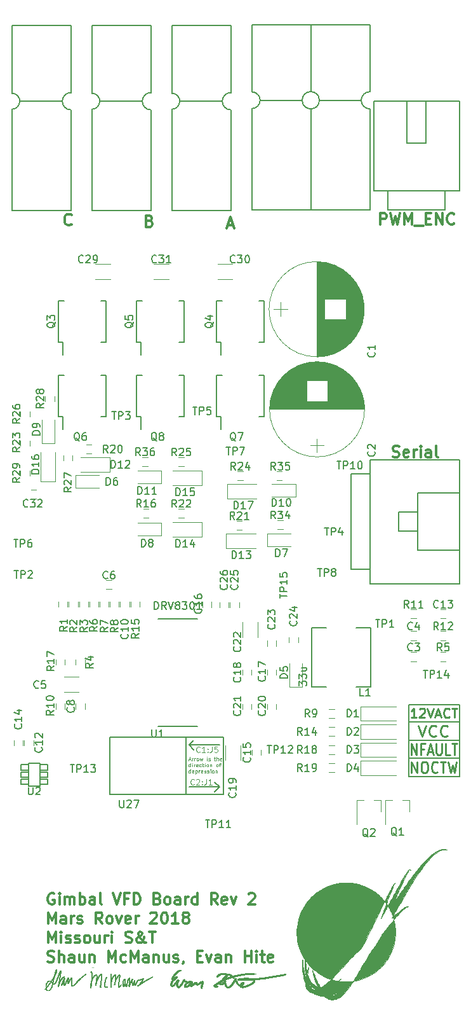
<source format=gbr>
G04 #@! TF.FileFunction,Legend,Top*
%FSLAX46Y46*%
G04 Gerber Fmt 4.6, Leading zero omitted, Abs format (unit mm)*
G04 Created by KiCad (PCBNEW 4.0.7) date 04/16/18 14:39:47*
%MOMM*%
%LPD*%
G01*
G04 APERTURE LIST*
%ADD10C,0.100000*%
%ADD11C,0.300000*%
%ADD12C,0.070000*%
%ADD13C,0.150000*%
%ADD14C,0.250000*%
%ADD15C,0.200000*%
%ADD16C,0.120000*%
%ADD17C,0.152400*%
%ADD18C,0.010000*%
G04 APERTURE END LIST*
D10*
D11*
X121241286Y-42953714D02*
X121169857Y-43025143D01*
X120955571Y-43096571D01*
X120812714Y-43096571D01*
X120598429Y-43025143D01*
X120455571Y-42882286D01*
X120384143Y-42739429D01*
X120312714Y-42453714D01*
X120312714Y-42239429D01*
X120384143Y-41953714D01*
X120455571Y-41810857D01*
X120598429Y-41668000D01*
X120812714Y-41596571D01*
X120955571Y-41596571D01*
X121169857Y-41668000D01*
X121241286Y-41739429D01*
X131679143Y-42501357D02*
X131893429Y-42572786D01*
X131964857Y-42644214D01*
X132036286Y-42787071D01*
X132036286Y-43001357D01*
X131964857Y-43144214D01*
X131893429Y-43215643D01*
X131750571Y-43287071D01*
X131179143Y-43287071D01*
X131179143Y-41787071D01*
X131679143Y-41787071D01*
X131822000Y-41858500D01*
X131893429Y-41929929D01*
X131964857Y-42072786D01*
X131964857Y-42215643D01*
X131893429Y-42358500D01*
X131822000Y-42429929D01*
X131679143Y-42501357D01*
X131179143Y-42501357D01*
X142073357Y-43049000D02*
X142787643Y-43049000D01*
X141930500Y-43477571D02*
X142430500Y-41977571D01*
X142930500Y-43477571D01*
X164104215Y-73886143D02*
X164318501Y-73957571D01*
X164675644Y-73957571D01*
X164818501Y-73886143D01*
X164889930Y-73814714D01*
X164961358Y-73671857D01*
X164961358Y-73529000D01*
X164889930Y-73386143D01*
X164818501Y-73314714D01*
X164675644Y-73243286D01*
X164389930Y-73171857D01*
X164247072Y-73100429D01*
X164175644Y-73029000D01*
X164104215Y-72886143D01*
X164104215Y-72743286D01*
X164175644Y-72600429D01*
X164247072Y-72529000D01*
X164389930Y-72457571D01*
X164747072Y-72457571D01*
X164961358Y-72529000D01*
X166175643Y-73886143D02*
X166032786Y-73957571D01*
X165747072Y-73957571D01*
X165604215Y-73886143D01*
X165532786Y-73743286D01*
X165532786Y-73171857D01*
X165604215Y-73029000D01*
X165747072Y-72957571D01*
X166032786Y-72957571D01*
X166175643Y-73029000D01*
X166247072Y-73171857D01*
X166247072Y-73314714D01*
X165532786Y-73457571D01*
X166889929Y-73957571D02*
X166889929Y-72957571D01*
X166889929Y-73243286D02*
X166961357Y-73100429D01*
X167032786Y-73029000D01*
X167175643Y-72957571D01*
X167318500Y-72957571D01*
X167818500Y-73957571D02*
X167818500Y-72957571D01*
X167818500Y-72457571D02*
X167747071Y-72529000D01*
X167818500Y-72600429D01*
X167889928Y-72529000D01*
X167818500Y-72457571D01*
X167818500Y-72600429D01*
X169175643Y-73957571D02*
X169175643Y-73171857D01*
X169104214Y-73029000D01*
X168961357Y-72957571D01*
X168675643Y-72957571D01*
X168532786Y-73029000D01*
X169175643Y-73886143D02*
X169032786Y-73957571D01*
X168675643Y-73957571D01*
X168532786Y-73886143D01*
X168461357Y-73743286D01*
X168461357Y-73600429D01*
X168532786Y-73457571D01*
X168675643Y-73386143D01*
X169032786Y-73386143D01*
X169175643Y-73314714D01*
X170104215Y-73957571D02*
X169961357Y-73886143D01*
X169889929Y-73743286D01*
X169889929Y-72457571D01*
X162429643Y-42969571D02*
X162429643Y-41469571D01*
X163001071Y-41469571D01*
X163143929Y-41541000D01*
X163215357Y-41612429D01*
X163286786Y-41755286D01*
X163286786Y-41969571D01*
X163215357Y-42112429D01*
X163143929Y-42183857D01*
X163001071Y-42255286D01*
X162429643Y-42255286D01*
X163786786Y-41469571D02*
X164143929Y-42969571D01*
X164429643Y-41898143D01*
X164715357Y-42969571D01*
X165072500Y-41469571D01*
X165643929Y-42969571D02*
X165643929Y-41469571D01*
X166143929Y-42541000D01*
X166643929Y-41469571D01*
X166643929Y-42969571D01*
X167001072Y-43112429D02*
X168143929Y-43112429D01*
X168501072Y-42183857D02*
X169001072Y-42183857D01*
X169215358Y-42969571D02*
X168501072Y-42969571D01*
X168501072Y-41469571D01*
X169215358Y-41469571D01*
X169858215Y-42969571D02*
X169858215Y-41469571D01*
X170715358Y-42969571D01*
X170715358Y-41469571D01*
X172286787Y-42826714D02*
X172215358Y-42898143D01*
X172001072Y-42969571D01*
X171858215Y-42969571D01*
X171643930Y-42898143D01*
X171501072Y-42755286D01*
X171429644Y-42612429D01*
X171358215Y-42326714D01*
X171358215Y-42112429D01*
X171429644Y-41826714D01*
X171501072Y-41683857D01*
X171643930Y-41541000D01*
X171858215Y-41469571D01*
X172001072Y-41469571D01*
X172215358Y-41541000D01*
X172286787Y-41612429D01*
X118935357Y-132077000D02*
X118792500Y-132005571D01*
X118578214Y-132005571D01*
X118363929Y-132077000D01*
X118221071Y-132219857D01*
X118149643Y-132362714D01*
X118078214Y-132648429D01*
X118078214Y-132862714D01*
X118149643Y-133148429D01*
X118221071Y-133291286D01*
X118363929Y-133434143D01*
X118578214Y-133505571D01*
X118721071Y-133505571D01*
X118935357Y-133434143D01*
X119006786Y-133362714D01*
X119006786Y-132862714D01*
X118721071Y-132862714D01*
X119649643Y-133505571D02*
X119649643Y-132505571D01*
X119649643Y-132005571D02*
X119578214Y-132077000D01*
X119649643Y-132148429D01*
X119721071Y-132077000D01*
X119649643Y-132005571D01*
X119649643Y-132148429D01*
X120363929Y-133505571D02*
X120363929Y-132505571D01*
X120363929Y-132648429D02*
X120435357Y-132577000D01*
X120578215Y-132505571D01*
X120792500Y-132505571D01*
X120935357Y-132577000D01*
X121006786Y-132719857D01*
X121006786Y-133505571D01*
X121006786Y-132719857D02*
X121078215Y-132577000D01*
X121221072Y-132505571D01*
X121435357Y-132505571D01*
X121578215Y-132577000D01*
X121649643Y-132719857D01*
X121649643Y-133505571D01*
X122363929Y-133505571D02*
X122363929Y-132005571D01*
X122363929Y-132577000D02*
X122506786Y-132505571D01*
X122792500Y-132505571D01*
X122935357Y-132577000D01*
X123006786Y-132648429D01*
X123078215Y-132791286D01*
X123078215Y-133219857D01*
X123006786Y-133362714D01*
X122935357Y-133434143D01*
X122792500Y-133505571D01*
X122506786Y-133505571D01*
X122363929Y-133434143D01*
X124363929Y-133505571D02*
X124363929Y-132719857D01*
X124292500Y-132577000D01*
X124149643Y-132505571D01*
X123863929Y-132505571D01*
X123721072Y-132577000D01*
X124363929Y-133434143D02*
X124221072Y-133505571D01*
X123863929Y-133505571D01*
X123721072Y-133434143D01*
X123649643Y-133291286D01*
X123649643Y-133148429D01*
X123721072Y-133005571D01*
X123863929Y-132934143D01*
X124221072Y-132934143D01*
X124363929Y-132862714D01*
X125292501Y-133505571D02*
X125149643Y-133434143D01*
X125078215Y-133291286D01*
X125078215Y-132005571D01*
X126792500Y-132005571D02*
X127292500Y-133505571D01*
X127792500Y-132005571D01*
X128792500Y-132719857D02*
X128292500Y-132719857D01*
X128292500Y-133505571D02*
X128292500Y-132005571D01*
X129006786Y-132005571D01*
X129578214Y-133505571D02*
X129578214Y-132005571D01*
X129935357Y-132005571D01*
X130149642Y-132077000D01*
X130292500Y-132219857D01*
X130363928Y-132362714D01*
X130435357Y-132648429D01*
X130435357Y-132862714D01*
X130363928Y-133148429D01*
X130292500Y-133291286D01*
X130149642Y-133434143D01*
X129935357Y-133505571D01*
X129578214Y-133505571D01*
X132721071Y-132719857D02*
X132935357Y-132791286D01*
X133006785Y-132862714D01*
X133078214Y-133005571D01*
X133078214Y-133219857D01*
X133006785Y-133362714D01*
X132935357Y-133434143D01*
X132792499Y-133505571D01*
X132221071Y-133505571D01*
X132221071Y-132005571D01*
X132721071Y-132005571D01*
X132863928Y-132077000D01*
X132935357Y-132148429D01*
X133006785Y-132291286D01*
X133006785Y-132434143D01*
X132935357Y-132577000D01*
X132863928Y-132648429D01*
X132721071Y-132719857D01*
X132221071Y-132719857D01*
X133935357Y-133505571D02*
X133792499Y-133434143D01*
X133721071Y-133362714D01*
X133649642Y-133219857D01*
X133649642Y-132791286D01*
X133721071Y-132648429D01*
X133792499Y-132577000D01*
X133935357Y-132505571D01*
X134149642Y-132505571D01*
X134292499Y-132577000D01*
X134363928Y-132648429D01*
X134435357Y-132791286D01*
X134435357Y-133219857D01*
X134363928Y-133362714D01*
X134292499Y-133434143D01*
X134149642Y-133505571D01*
X133935357Y-133505571D01*
X135721071Y-133505571D02*
X135721071Y-132719857D01*
X135649642Y-132577000D01*
X135506785Y-132505571D01*
X135221071Y-132505571D01*
X135078214Y-132577000D01*
X135721071Y-133434143D02*
X135578214Y-133505571D01*
X135221071Y-133505571D01*
X135078214Y-133434143D01*
X135006785Y-133291286D01*
X135006785Y-133148429D01*
X135078214Y-133005571D01*
X135221071Y-132934143D01*
X135578214Y-132934143D01*
X135721071Y-132862714D01*
X136435357Y-133505571D02*
X136435357Y-132505571D01*
X136435357Y-132791286D02*
X136506785Y-132648429D01*
X136578214Y-132577000D01*
X136721071Y-132505571D01*
X136863928Y-132505571D01*
X138006785Y-133505571D02*
X138006785Y-132005571D01*
X138006785Y-133434143D02*
X137863928Y-133505571D01*
X137578214Y-133505571D01*
X137435356Y-133434143D01*
X137363928Y-133362714D01*
X137292499Y-133219857D01*
X137292499Y-132791286D01*
X137363928Y-132648429D01*
X137435356Y-132577000D01*
X137578214Y-132505571D01*
X137863928Y-132505571D01*
X138006785Y-132577000D01*
X140721071Y-133505571D02*
X140221071Y-132791286D01*
X139863928Y-133505571D02*
X139863928Y-132005571D01*
X140435356Y-132005571D01*
X140578214Y-132077000D01*
X140649642Y-132148429D01*
X140721071Y-132291286D01*
X140721071Y-132505571D01*
X140649642Y-132648429D01*
X140578214Y-132719857D01*
X140435356Y-132791286D01*
X139863928Y-132791286D01*
X141935356Y-133434143D02*
X141792499Y-133505571D01*
X141506785Y-133505571D01*
X141363928Y-133434143D01*
X141292499Y-133291286D01*
X141292499Y-132719857D01*
X141363928Y-132577000D01*
X141506785Y-132505571D01*
X141792499Y-132505571D01*
X141935356Y-132577000D01*
X142006785Y-132719857D01*
X142006785Y-132862714D01*
X141292499Y-133005571D01*
X142506785Y-132505571D02*
X142863928Y-133505571D01*
X143221070Y-132505571D01*
X144863927Y-132148429D02*
X144935356Y-132077000D01*
X145078213Y-132005571D01*
X145435356Y-132005571D01*
X145578213Y-132077000D01*
X145649642Y-132148429D01*
X145721070Y-132291286D01*
X145721070Y-132434143D01*
X145649642Y-132648429D01*
X144792499Y-133505571D01*
X145721070Y-133505571D01*
X118149643Y-136055571D02*
X118149643Y-134555571D01*
X118649643Y-135627000D01*
X119149643Y-134555571D01*
X119149643Y-136055571D01*
X120506786Y-136055571D02*
X120506786Y-135269857D01*
X120435357Y-135127000D01*
X120292500Y-135055571D01*
X120006786Y-135055571D01*
X119863929Y-135127000D01*
X120506786Y-135984143D02*
X120363929Y-136055571D01*
X120006786Y-136055571D01*
X119863929Y-135984143D01*
X119792500Y-135841286D01*
X119792500Y-135698429D01*
X119863929Y-135555571D01*
X120006786Y-135484143D01*
X120363929Y-135484143D01*
X120506786Y-135412714D01*
X121221072Y-136055571D02*
X121221072Y-135055571D01*
X121221072Y-135341286D02*
X121292500Y-135198429D01*
X121363929Y-135127000D01*
X121506786Y-135055571D01*
X121649643Y-135055571D01*
X122078214Y-135984143D02*
X122221071Y-136055571D01*
X122506786Y-136055571D01*
X122649643Y-135984143D01*
X122721071Y-135841286D01*
X122721071Y-135769857D01*
X122649643Y-135627000D01*
X122506786Y-135555571D01*
X122292500Y-135555571D01*
X122149643Y-135484143D01*
X122078214Y-135341286D01*
X122078214Y-135269857D01*
X122149643Y-135127000D01*
X122292500Y-135055571D01*
X122506786Y-135055571D01*
X122649643Y-135127000D01*
X125363929Y-136055571D02*
X124863929Y-135341286D01*
X124506786Y-136055571D02*
X124506786Y-134555571D01*
X125078214Y-134555571D01*
X125221072Y-134627000D01*
X125292500Y-134698429D01*
X125363929Y-134841286D01*
X125363929Y-135055571D01*
X125292500Y-135198429D01*
X125221072Y-135269857D01*
X125078214Y-135341286D01*
X124506786Y-135341286D01*
X126221072Y-136055571D02*
X126078214Y-135984143D01*
X126006786Y-135912714D01*
X125935357Y-135769857D01*
X125935357Y-135341286D01*
X126006786Y-135198429D01*
X126078214Y-135127000D01*
X126221072Y-135055571D01*
X126435357Y-135055571D01*
X126578214Y-135127000D01*
X126649643Y-135198429D01*
X126721072Y-135341286D01*
X126721072Y-135769857D01*
X126649643Y-135912714D01*
X126578214Y-135984143D01*
X126435357Y-136055571D01*
X126221072Y-136055571D01*
X127221072Y-135055571D02*
X127578215Y-136055571D01*
X127935357Y-135055571D01*
X129078214Y-135984143D02*
X128935357Y-136055571D01*
X128649643Y-136055571D01*
X128506786Y-135984143D01*
X128435357Y-135841286D01*
X128435357Y-135269857D01*
X128506786Y-135127000D01*
X128649643Y-135055571D01*
X128935357Y-135055571D01*
X129078214Y-135127000D01*
X129149643Y-135269857D01*
X129149643Y-135412714D01*
X128435357Y-135555571D01*
X129792500Y-136055571D02*
X129792500Y-135055571D01*
X129792500Y-135341286D02*
X129863928Y-135198429D01*
X129935357Y-135127000D01*
X130078214Y-135055571D01*
X130221071Y-135055571D01*
X131792499Y-134698429D02*
X131863928Y-134627000D01*
X132006785Y-134555571D01*
X132363928Y-134555571D01*
X132506785Y-134627000D01*
X132578214Y-134698429D01*
X132649642Y-134841286D01*
X132649642Y-134984143D01*
X132578214Y-135198429D01*
X131721071Y-136055571D01*
X132649642Y-136055571D01*
X133578213Y-134555571D02*
X133721070Y-134555571D01*
X133863927Y-134627000D01*
X133935356Y-134698429D01*
X134006785Y-134841286D01*
X134078213Y-135127000D01*
X134078213Y-135484143D01*
X134006785Y-135769857D01*
X133935356Y-135912714D01*
X133863927Y-135984143D01*
X133721070Y-136055571D01*
X133578213Y-136055571D01*
X133435356Y-135984143D01*
X133363927Y-135912714D01*
X133292499Y-135769857D01*
X133221070Y-135484143D01*
X133221070Y-135127000D01*
X133292499Y-134841286D01*
X133363927Y-134698429D01*
X133435356Y-134627000D01*
X133578213Y-134555571D01*
X135506784Y-136055571D02*
X134649641Y-136055571D01*
X135078213Y-136055571D02*
X135078213Y-134555571D01*
X134935356Y-134769857D01*
X134792498Y-134912714D01*
X134649641Y-134984143D01*
X136363927Y-135198429D02*
X136221069Y-135127000D01*
X136149641Y-135055571D01*
X136078212Y-134912714D01*
X136078212Y-134841286D01*
X136149641Y-134698429D01*
X136221069Y-134627000D01*
X136363927Y-134555571D01*
X136649641Y-134555571D01*
X136792498Y-134627000D01*
X136863927Y-134698429D01*
X136935355Y-134841286D01*
X136935355Y-134912714D01*
X136863927Y-135055571D01*
X136792498Y-135127000D01*
X136649641Y-135198429D01*
X136363927Y-135198429D01*
X136221069Y-135269857D01*
X136149641Y-135341286D01*
X136078212Y-135484143D01*
X136078212Y-135769857D01*
X136149641Y-135912714D01*
X136221069Y-135984143D01*
X136363927Y-136055571D01*
X136649641Y-136055571D01*
X136792498Y-135984143D01*
X136863927Y-135912714D01*
X136935355Y-135769857D01*
X136935355Y-135484143D01*
X136863927Y-135341286D01*
X136792498Y-135269857D01*
X136649641Y-135198429D01*
X118149643Y-138605571D02*
X118149643Y-137105571D01*
X118649643Y-138177000D01*
X119149643Y-137105571D01*
X119149643Y-138605571D01*
X119863929Y-138605571D02*
X119863929Y-137605571D01*
X119863929Y-137105571D02*
X119792500Y-137177000D01*
X119863929Y-137248429D01*
X119935357Y-137177000D01*
X119863929Y-137105571D01*
X119863929Y-137248429D01*
X120506786Y-138534143D02*
X120649643Y-138605571D01*
X120935358Y-138605571D01*
X121078215Y-138534143D01*
X121149643Y-138391286D01*
X121149643Y-138319857D01*
X121078215Y-138177000D01*
X120935358Y-138105571D01*
X120721072Y-138105571D01*
X120578215Y-138034143D01*
X120506786Y-137891286D01*
X120506786Y-137819857D01*
X120578215Y-137677000D01*
X120721072Y-137605571D01*
X120935358Y-137605571D01*
X121078215Y-137677000D01*
X121721072Y-138534143D02*
X121863929Y-138605571D01*
X122149644Y-138605571D01*
X122292501Y-138534143D01*
X122363929Y-138391286D01*
X122363929Y-138319857D01*
X122292501Y-138177000D01*
X122149644Y-138105571D01*
X121935358Y-138105571D01*
X121792501Y-138034143D01*
X121721072Y-137891286D01*
X121721072Y-137819857D01*
X121792501Y-137677000D01*
X121935358Y-137605571D01*
X122149644Y-137605571D01*
X122292501Y-137677000D01*
X123221073Y-138605571D02*
X123078215Y-138534143D01*
X123006787Y-138462714D01*
X122935358Y-138319857D01*
X122935358Y-137891286D01*
X123006787Y-137748429D01*
X123078215Y-137677000D01*
X123221073Y-137605571D01*
X123435358Y-137605571D01*
X123578215Y-137677000D01*
X123649644Y-137748429D01*
X123721073Y-137891286D01*
X123721073Y-138319857D01*
X123649644Y-138462714D01*
X123578215Y-138534143D01*
X123435358Y-138605571D01*
X123221073Y-138605571D01*
X125006787Y-137605571D02*
X125006787Y-138605571D01*
X124363930Y-137605571D02*
X124363930Y-138391286D01*
X124435358Y-138534143D01*
X124578216Y-138605571D01*
X124792501Y-138605571D01*
X124935358Y-138534143D01*
X125006787Y-138462714D01*
X125721073Y-138605571D02*
X125721073Y-137605571D01*
X125721073Y-137891286D02*
X125792501Y-137748429D01*
X125863930Y-137677000D01*
X126006787Y-137605571D01*
X126149644Y-137605571D01*
X126649644Y-138605571D02*
X126649644Y-137605571D01*
X126649644Y-137105571D02*
X126578215Y-137177000D01*
X126649644Y-137248429D01*
X126721072Y-137177000D01*
X126649644Y-137105571D01*
X126649644Y-137248429D01*
X128435358Y-138534143D02*
X128649644Y-138605571D01*
X129006787Y-138605571D01*
X129149644Y-138534143D01*
X129221073Y-138462714D01*
X129292501Y-138319857D01*
X129292501Y-138177000D01*
X129221073Y-138034143D01*
X129149644Y-137962714D01*
X129006787Y-137891286D01*
X128721073Y-137819857D01*
X128578215Y-137748429D01*
X128506787Y-137677000D01*
X128435358Y-137534143D01*
X128435358Y-137391286D01*
X128506787Y-137248429D01*
X128578215Y-137177000D01*
X128721073Y-137105571D01*
X129078215Y-137105571D01*
X129292501Y-137177000D01*
X131149644Y-138605571D02*
X131078215Y-138605571D01*
X130935358Y-138534143D01*
X130721072Y-138319857D01*
X130363929Y-137891286D01*
X130221072Y-137677000D01*
X130149644Y-137462714D01*
X130149644Y-137319857D01*
X130221072Y-137177000D01*
X130363929Y-137105571D01*
X130435358Y-137105571D01*
X130578215Y-137177000D01*
X130649644Y-137319857D01*
X130649644Y-137391286D01*
X130578215Y-137534143D01*
X130506786Y-137605571D01*
X130078215Y-137891286D01*
X130006786Y-137962714D01*
X129935358Y-138105571D01*
X129935358Y-138319857D01*
X130006786Y-138462714D01*
X130078215Y-138534143D01*
X130221072Y-138605571D01*
X130435358Y-138605571D01*
X130578215Y-138534143D01*
X130649644Y-138462714D01*
X130863929Y-138177000D01*
X130935358Y-137962714D01*
X130935358Y-137819857D01*
X131578215Y-137105571D02*
X132435358Y-137105571D01*
X132006787Y-138605571D02*
X132006787Y-137105571D01*
X118078214Y-141084143D02*
X118292500Y-141155571D01*
X118649643Y-141155571D01*
X118792500Y-141084143D01*
X118863929Y-141012714D01*
X118935357Y-140869857D01*
X118935357Y-140727000D01*
X118863929Y-140584143D01*
X118792500Y-140512714D01*
X118649643Y-140441286D01*
X118363929Y-140369857D01*
X118221071Y-140298429D01*
X118149643Y-140227000D01*
X118078214Y-140084143D01*
X118078214Y-139941286D01*
X118149643Y-139798429D01*
X118221071Y-139727000D01*
X118363929Y-139655571D01*
X118721071Y-139655571D01*
X118935357Y-139727000D01*
X119578214Y-141155571D02*
X119578214Y-139655571D01*
X120221071Y-141155571D02*
X120221071Y-140369857D01*
X120149642Y-140227000D01*
X120006785Y-140155571D01*
X119792500Y-140155571D01*
X119649642Y-140227000D01*
X119578214Y-140298429D01*
X121578214Y-141155571D02*
X121578214Y-140369857D01*
X121506785Y-140227000D01*
X121363928Y-140155571D01*
X121078214Y-140155571D01*
X120935357Y-140227000D01*
X121578214Y-141084143D02*
X121435357Y-141155571D01*
X121078214Y-141155571D01*
X120935357Y-141084143D01*
X120863928Y-140941286D01*
X120863928Y-140798429D01*
X120935357Y-140655571D01*
X121078214Y-140584143D01*
X121435357Y-140584143D01*
X121578214Y-140512714D01*
X122935357Y-140155571D02*
X122935357Y-141155571D01*
X122292500Y-140155571D02*
X122292500Y-140941286D01*
X122363928Y-141084143D01*
X122506786Y-141155571D01*
X122721071Y-141155571D01*
X122863928Y-141084143D01*
X122935357Y-141012714D01*
X123649643Y-140155571D02*
X123649643Y-141155571D01*
X123649643Y-140298429D02*
X123721071Y-140227000D01*
X123863929Y-140155571D01*
X124078214Y-140155571D01*
X124221071Y-140227000D01*
X124292500Y-140369857D01*
X124292500Y-141155571D01*
X126149643Y-141155571D02*
X126149643Y-139655571D01*
X126649643Y-140727000D01*
X127149643Y-139655571D01*
X127149643Y-141155571D01*
X128506786Y-141084143D02*
X128363929Y-141155571D01*
X128078215Y-141155571D01*
X127935357Y-141084143D01*
X127863929Y-141012714D01*
X127792500Y-140869857D01*
X127792500Y-140441286D01*
X127863929Y-140298429D01*
X127935357Y-140227000D01*
X128078215Y-140155571D01*
X128363929Y-140155571D01*
X128506786Y-140227000D01*
X129149643Y-141155571D02*
X129149643Y-139655571D01*
X129649643Y-140727000D01*
X130149643Y-139655571D01*
X130149643Y-141155571D01*
X131506786Y-141155571D02*
X131506786Y-140369857D01*
X131435357Y-140227000D01*
X131292500Y-140155571D01*
X131006786Y-140155571D01*
X130863929Y-140227000D01*
X131506786Y-141084143D02*
X131363929Y-141155571D01*
X131006786Y-141155571D01*
X130863929Y-141084143D01*
X130792500Y-140941286D01*
X130792500Y-140798429D01*
X130863929Y-140655571D01*
X131006786Y-140584143D01*
X131363929Y-140584143D01*
X131506786Y-140512714D01*
X132221072Y-140155571D02*
X132221072Y-141155571D01*
X132221072Y-140298429D02*
X132292500Y-140227000D01*
X132435358Y-140155571D01*
X132649643Y-140155571D01*
X132792500Y-140227000D01*
X132863929Y-140369857D01*
X132863929Y-141155571D01*
X134221072Y-140155571D02*
X134221072Y-141155571D01*
X133578215Y-140155571D02*
X133578215Y-140941286D01*
X133649643Y-141084143D01*
X133792501Y-141155571D01*
X134006786Y-141155571D01*
X134149643Y-141084143D01*
X134221072Y-141012714D01*
X134863929Y-141084143D02*
X135006786Y-141155571D01*
X135292501Y-141155571D01*
X135435358Y-141084143D01*
X135506786Y-140941286D01*
X135506786Y-140869857D01*
X135435358Y-140727000D01*
X135292501Y-140655571D01*
X135078215Y-140655571D01*
X134935358Y-140584143D01*
X134863929Y-140441286D01*
X134863929Y-140369857D01*
X134935358Y-140227000D01*
X135078215Y-140155571D01*
X135292501Y-140155571D01*
X135435358Y-140227000D01*
X136221072Y-141084143D02*
X136221072Y-141155571D01*
X136149644Y-141298429D01*
X136078215Y-141369857D01*
X138006787Y-140369857D02*
X138506787Y-140369857D01*
X138721073Y-141155571D02*
X138006787Y-141155571D01*
X138006787Y-139655571D01*
X138721073Y-139655571D01*
X139221073Y-140155571D02*
X139578216Y-141155571D01*
X139935358Y-140155571D01*
X141149644Y-141155571D02*
X141149644Y-140369857D01*
X141078215Y-140227000D01*
X140935358Y-140155571D01*
X140649644Y-140155571D01*
X140506787Y-140227000D01*
X141149644Y-141084143D02*
X141006787Y-141155571D01*
X140649644Y-141155571D01*
X140506787Y-141084143D01*
X140435358Y-140941286D01*
X140435358Y-140798429D01*
X140506787Y-140655571D01*
X140649644Y-140584143D01*
X141006787Y-140584143D01*
X141149644Y-140512714D01*
X141863930Y-140155571D02*
X141863930Y-141155571D01*
X141863930Y-140298429D02*
X141935358Y-140227000D01*
X142078216Y-140155571D01*
X142292501Y-140155571D01*
X142435358Y-140227000D01*
X142506787Y-140369857D01*
X142506787Y-141155571D01*
X144363930Y-141155571D02*
X144363930Y-139655571D01*
X144363930Y-140369857D02*
X145221073Y-140369857D01*
X145221073Y-141155571D02*
X145221073Y-139655571D01*
X145935359Y-141155571D02*
X145935359Y-140155571D01*
X145935359Y-139655571D02*
X145863930Y-139727000D01*
X145935359Y-139798429D01*
X146006787Y-139727000D01*
X145935359Y-139655571D01*
X145935359Y-139798429D01*
X146435359Y-140155571D02*
X147006788Y-140155571D01*
X146649645Y-139655571D02*
X146649645Y-140941286D01*
X146721073Y-141084143D01*
X146863931Y-141155571D01*
X147006788Y-141155571D01*
X148078216Y-141084143D02*
X147935359Y-141155571D01*
X147649645Y-141155571D01*
X147506788Y-141084143D01*
X147435359Y-140941286D01*
X147435359Y-140369857D01*
X147506788Y-140227000D01*
X147649645Y-140155571D01*
X147935359Y-140155571D01*
X148078216Y-140227000D01*
X148149645Y-140369857D01*
X148149645Y-140512714D01*
X147435359Y-140655571D01*
D12*
X136874238Y-114198333D02*
X137112333Y-114198333D01*
X136826619Y-114341190D02*
X136993286Y-113841190D01*
X137159952Y-114341190D01*
X137326619Y-114341190D02*
X137326619Y-114007857D01*
X137326619Y-114103095D02*
X137350428Y-114055476D01*
X137374238Y-114031667D01*
X137421857Y-114007857D01*
X137469476Y-114007857D01*
X137636143Y-114341190D02*
X137636143Y-114007857D01*
X137636143Y-114103095D02*
X137659952Y-114055476D01*
X137683762Y-114031667D01*
X137731381Y-114007857D01*
X137779000Y-114007857D01*
X138017095Y-114341190D02*
X137969476Y-114317381D01*
X137945667Y-114293571D01*
X137921857Y-114245952D01*
X137921857Y-114103095D01*
X137945667Y-114055476D01*
X137969476Y-114031667D01*
X138017095Y-114007857D01*
X138088524Y-114007857D01*
X138136143Y-114031667D01*
X138159952Y-114055476D01*
X138183762Y-114103095D01*
X138183762Y-114245952D01*
X138159952Y-114293571D01*
X138136143Y-114317381D01*
X138088524Y-114341190D01*
X138017095Y-114341190D01*
X138350429Y-114007857D02*
X138445667Y-114341190D01*
X138540905Y-114103095D01*
X138636143Y-114341190D01*
X138731381Y-114007857D01*
X139302810Y-114341190D02*
X139302810Y-114007857D01*
X139302810Y-113841190D02*
X139279000Y-113865000D01*
X139302810Y-113888810D01*
X139326619Y-113865000D01*
X139302810Y-113841190D01*
X139302810Y-113888810D01*
X139517095Y-114317381D02*
X139564714Y-114341190D01*
X139659952Y-114341190D01*
X139707571Y-114317381D01*
X139731381Y-114269762D01*
X139731381Y-114245952D01*
X139707571Y-114198333D01*
X139659952Y-114174524D01*
X139588524Y-114174524D01*
X139540905Y-114150714D01*
X139517095Y-114103095D01*
X139517095Y-114079286D01*
X139540905Y-114031667D01*
X139588524Y-114007857D01*
X139659952Y-114007857D01*
X139707571Y-114031667D01*
X140255190Y-114007857D02*
X140445666Y-114007857D01*
X140326619Y-113841190D02*
X140326619Y-114269762D01*
X140350428Y-114317381D01*
X140398047Y-114341190D01*
X140445666Y-114341190D01*
X140612333Y-114341190D02*
X140612333Y-113841190D01*
X140826618Y-114341190D02*
X140826618Y-114079286D01*
X140802809Y-114031667D01*
X140755190Y-114007857D01*
X140683761Y-114007857D01*
X140636142Y-114031667D01*
X140612333Y-114055476D01*
X141255190Y-114317381D02*
X141207571Y-114341190D01*
X141112333Y-114341190D01*
X141064714Y-114317381D01*
X141040904Y-114269762D01*
X141040904Y-114079286D01*
X141064714Y-114031667D01*
X141112333Y-114007857D01*
X141207571Y-114007857D01*
X141255190Y-114031667D01*
X141278999Y-114079286D01*
X141278999Y-114126905D01*
X141040904Y-114174524D01*
X137112333Y-115161190D02*
X137112333Y-114661190D01*
X137112333Y-115137381D02*
X137064714Y-115161190D01*
X136969476Y-115161190D01*
X136921857Y-115137381D01*
X136898048Y-115113571D01*
X136874238Y-115065952D01*
X136874238Y-114923095D01*
X136898048Y-114875476D01*
X136921857Y-114851667D01*
X136969476Y-114827857D01*
X137064714Y-114827857D01*
X137112333Y-114851667D01*
X137350429Y-115161190D02*
X137350429Y-114827857D01*
X137350429Y-114661190D02*
X137326619Y-114685000D01*
X137350429Y-114708810D01*
X137374238Y-114685000D01*
X137350429Y-114661190D01*
X137350429Y-114708810D01*
X137588524Y-115161190D02*
X137588524Y-114827857D01*
X137588524Y-114923095D02*
X137612333Y-114875476D01*
X137636143Y-114851667D01*
X137683762Y-114827857D01*
X137731381Y-114827857D01*
X138088524Y-115137381D02*
X138040905Y-115161190D01*
X137945667Y-115161190D01*
X137898048Y-115137381D01*
X137874238Y-115089762D01*
X137874238Y-114899286D01*
X137898048Y-114851667D01*
X137945667Y-114827857D01*
X138040905Y-114827857D01*
X138088524Y-114851667D01*
X138112333Y-114899286D01*
X138112333Y-114946905D01*
X137874238Y-114994524D01*
X138540904Y-115137381D02*
X138493285Y-115161190D01*
X138398047Y-115161190D01*
X138350428Y-115137381D01*
X138326619Y-115113571D01*
X138302809Y-115065952D01*
X138302809Y-114923095D01*
X138326619Y-114875476D01*
X138350428Y-114851667D01*
X138398047Y-114827857D01*
X138493285Y-114827857D01*
X138540904Y-114851667D01*
X138683761Y-114827857D02*
X138874237Y-114827857D01*
X138755190Y-114661190D02*
X138755190Y-115089762D01*
X138778999Y-115137381D01*
X138826618Y-115161190D01*
X138874237Y-115161190D01*
X139040904Y-115161190D02*
X139040904Y-114827857D01*
X139040904Y-114661190D02*
X139017094Y-114685000D01*
X139040904Y-114708810D01*
X139064713Y-114685000D01*
X139040904Y-114661190D01*
X139040904Y-114708810D01*
X139350427Y-115161190D02*
X139302808Y-115137381D01*
X139278999Y-115113571D01*
X139255189Y-115065952D01*
X139255189Y-114923095D01*
X139278999Y-114875476D01*
X139302808Y-114851667D01*
X139350427Y-114827857D01*
X139421856Y-114827857D01*
X139469475Y-114851667D01*
X139493284Y-114875476D01*
X139517094Y-114923095D01*
X139517094Y-115065952D01*
X139493284Y-115113571D01*
X139469475Y-115137381D01*
X139421856Y-115161190D01*
X139350427Y-115161190D01*
X139731380Y-114827857D02*
X139731380Y-115161190D01*
X139731380Y-114875476D02*
X139755189Y-114851667D01*
X139802808Y-114827857D01*
X139874237Y-114827857D01*
X139921856Y-114851667D01*
X139945665Y-114899286D01*
X139945665Y-115161190D01*
X140636141Y-115161190D02*
X140588522Y-115137381D01*
X140564713Y-115113571D01*
X140540903Y-115065952D01*
X140540903Y-114923095D01*
X140564713Y-114875476D01*
X140588522Y-114851667D01*
X140636141Y-114827857D01*
X140707570Y-114827857D01*
X140755189Y-114851667D01*
X140778998Y-114875476D01*
X140802808Y-114923095D01*
X140802808Y-115065952D01*
X140778998Y-115113571D01*
X140755189Y-115137381D01*
X140707570Y-115161190D01*
X140636141Y-115161190D01*
X140945665Y-114827857D02*
X141136141Y-114827857D01*
X141017094Y-115161190D02*
X141017094Y-114732619D01*
X141040903Y-114685000D01*
X141088522Y-114661190D01*
X141136141Y-114661190D01*
X137112333Y-115981190D02*
X137112333Y-115481190D01*
X137112333Y-115957381D02*
X137064714Y-115981190D01*
X136969476Y-115981190D01*
X136921857Y-115957381D01*
X136898048Y-115933571D01*
X136874238Y-115885952D01*
X136874238Y-115743095D01*
X136898048Y-115695476D01*
X136921857Y-115671667D01*
X136969476Y-115647857D01*
X137064714Y-115647857D01*
X137112333Y-115671667D01*
X137540905Y-115957381D02*
X137493286Y-115981190D01*
X137398048Y-115981190D01*
X137350429Y-115957381D01*
X137326619Y-115909762D01*
X137326619Y-115719286D01*
X137350429Y-115671667D01*
X137398048Y-115647857D01*
X137493286Y-115647857D01*
X137540905Y-115671667D01*
X137564714Y-115719286D01*
X137564714Y-115766905D01*
X137326619Y-115814524D01*
X137779000Y-115647857D02*
X137779000Y-116147857D01*
X137779000Y-115671667D02*
X137826619Y-115647857D01*
X137921857Y-115647857D01*
X137969476Y-115671667D01*
X137993285Y-115695476D01*
X138017095Y-115743095D01*
X138017095Y-115885952D01*
X137993285Y-115933571D01*
X137969476Y-115957381D01*
X137921857Y-115981190D01*
X137826619Y-115981190D01*
X137779000Y-115957381D01*
X138231381Y-115981190D02*
X138231381Y-115647857D01*
X138231381Y-115743095D02*
X138255190Y-115695476D01*
X138279000Y-115671667D01*
X138326619Y-115647857D01*
X138374238Y-115647857D01*
X138731381Y-115957381D02*
X138683762Y-115981190D01*
X138588524Y-115981190D01*
X138540905Y-115957381D01*
X138517095Y-115909762D01*
X138517095Y-115719286D01*
X138540905Y-115671667D01*
X138588524Y-115647857D01*
X138683762Y-115647857D01*
X138731381Y-115671667D01*
X138755190Y-115719286D01*
X138755190Y-115766905D01*
X138517095Y-115814524D01*
X138945666Y-115957381D02*
X138993285Y-115981190D01*
X139088523Y-115981190D01*
X139136142Y-115957381D01*
X139159952Y-115909762D01*
X139159952Y-115885952D01*
X139136142Y-115838333D01*
X139088523Y-115814524D01*
X139017095Y-115814524D01*
X138969476Y-115790714D01*
X138945666Y-115743095D01*
X138945666Y-115719286D01*
X138969476Y-115671667D01*
X139017095Y-115647857D01*
X139088523Y-115647857D01*
X139136142Y-115671667D01*
X139350428Y-115957381D02*
X139398047Y-115981190D01*
X139493285Y-115981190D01*
X139540904Y-115957381D01*
X139564714Y-115909762D01*
X139564714Y-115885952D01*
X139540904Y-115838333D01*
X139493285Y-115814524D01*
X139421857Y-115814524D01*
X139374238Y-115790714D01*
X139350428Y-115743095D01*
X139350428Y-115719286D01*
X139374238Y-115671667D01*
X139421857Y-115647857D01*
X139493285Y-115647857D01*
X139540904Y-115671667D01*
X139779000Y-115981190D02*
X139779000Y-115647857D01*
X139779000Y-115481190D02*
X139755190Y-115505000D01*
X139779000Y-115528810D01*
X139802809Y-115505000D01*
X139779000Y-115481190D01*
X139779000Y-115528810D01*
X140088523Y-115981190D02*
X140040904Y-115957381D01*
X140017095Y-115933571D01*
X139993285Y-115885952D01*
X139993285Y-115743095D01*
X140017095Y-115695476D01*
X140040904Y-115671667D01*
X140088523Y-115647857D01*
X140159952Y-115647857D01*
X140207571Y-115671667D01*
X140231380Y-115695476D01*
X140255190Y-115743095D01*
X140255190Y-115885952D01*
X140231380Y-115933571D01*
X140207571Y-115957381D01*
X140159952Y-115981190D01*
X140088523Y-115981190D01*
X140469476Y-115647857D02*
X140469476Y-115981190D01*
X140469476Y-115695476D02*
X140493285Y-115671667D01*
X140540904Y-115647857D01*
X140612333Y-115647857D01*
X140659952Y-115671667D01*
X140683761Y-115719286D01*
X140683761Y-115981190D01*
D10*
X137610571Y-117488857D02*
X137574857Y-117524571D01*
X137467714Y-117560286D01*
X137396285Y-117560286D01*
X137289142Y-117524571D01*
X137217714Y-117453143D01*
X137181999Y-117381714D01*
X137146285Y-117238857D01*
X137146285Y-117131714D01*
X137181999Y-116988857D01*
X137217714Y-116917429D01*
X137289142Y-116846000D01*
X137396285Y-116810286D01*
X137467714Y-116810286D01*
X137574857Y-116846000D01*
X137610571Y-116881714D01*
X137896285Y-116881714D02*
X137931999Y-116846000D01*
X138003428Y-116810286D01*
X138181999Y-116810286D01*
X138253428Y-116846000D01*
X138289142Y-116881714D01*
X138324857Y-116953143D01*
X138324857Y-117024571D01*
X138289142Y-117131714D01*
X137860571Y-117560286D01*
X138324857Y-117560286D01*
X138646285Y-117488857D02*
X138682000Y-117524571D01*
X138646285Y-117560286D01*
X138610571Y-117524571D01*
X138646285Y-117488857D01*
X138646285Y-117560286D01*
X138646285Y-117096000D02*
X138682000Y-117131714D01*
X138646285Y-117167429D01*
X138610571Y-117131714D01*
X138646285Y-117096000D01*
X138646285Y-117167429D01*
X139217714Y-116810286D02*
X139217714Y-117346000D01*
X139182000Y-117453143D01*
X139110571Y-117524571D01*
X139003428Y-117560286D01*
X138932000Y-117560286D01*
X139967715Y-117560286D02*
X139539143Y-117560286D01*
X139753429Y-117560286D02*
X139753429Y-116810286D01*
X139682000Y-116917429D01*
X139610572Y-116988857D01*
X139539143Y-117024571D01*
X138372571Y-113170857D02*
X138336857Y-113206571D01*
X138229714Y-113242286D01*
X138158285Y-113242286D01*
X138051142Y-113206571D01*
X137979714Y-113135143D01*
X137943999Y-113063714D01*
X137908285Y-112920857D01*
X137908285Y-112813714D01*
X137943999Y-112670857D01*
X137979714Y-112599429D01*
X138051142Y-112528000D01*
X138158285Y-112492286D01*
X138229714Y-112492286D01*
X138336857Y-112528000D01*
X138372571Y-112563714D01*
X139086857Y-113242286D02*
X138658285Y-113242286D01*
X138872571Y-113242286D02*
X138872571Y-112492286D01*
X138801142Y-112599429D01*
X138729714Y-112670857D01*
X138658285Y-112706571D01*
X139408285Y-113170857D02*
X139444000Y-113206571D01*
X139408285Y-113242286D01*
X139372571Y-113206571D01*
X139408285Y-113170857D01*
X139408285Y-113242286D01*
X139408285Y-112778000D02*
X139444000Y-112813714D01*
X139408285Y-112849429D01*
X139372571Y-112813714D01*
X139408285Y-112778000D01*
X139408285Y-112849429D01*
X139979714Y-112492286D02*
X139979714Y-113028000D01*
X139944000Y-113135143D01*
X139872571Y-113206571D01*
X139765428Y-113242286D01*
X139694000Y-113242286D01*
X140694000Y-112492286D02*
X140336857Y-112492286D01*
X140301143Y-112849429D01*
X140336857Y-112813714D01*
X140408286Y-112778000D01*
X140586857Y-112778000D01*
X140658286Y-112813714D01*
X140694000Y-112849429D01*
X140729715Y-112920857D01*
X140729715Y-113099429D01*
X140694000Y-113170857D01*
X140658286Y-113206571D01*
X140586857Y-113242286D01*
X140408286Y-113242286D01*
X140336857Y-113206571D01*
X140301143Y-113170857D01*
D13*
X136906000Y-112268000D02*
X137541000Y-112903000D01*
X136906000Y-112268000D02*
X137541000Y-111633000D01*
X140970000Y-112268000D02*
X136906000Y-112268000D01*
X140970000Y-117856000D02*
X140335000Y-118491000D01*
X140970000Y-117856000D02*
X140335000Y-117221000D01*
X136906000Y-117856000D02*
X140970000Y-117856000D01*
X141478000Y-118872000D02*
X141224000Y-118872000D01*
X141478000Y-111252000D02*
X141478000Y-118872000D01*
X136525000Y-118872000D02*
X141351000Y-118872000D01*
X136525000Y-111252000D02*
X141478000Y-111252000D01*
D14*
X166604524Y-115994571D02*
X166604524Y-114494571D01*
X167347381Y-115994571D01*
X167347381Y-114494571D01*
X168214048Y-114494571D02*
X168461667Y-114494571D01*
X168585476Y-114566000D01*
X168709286Y-114708857D01*
X168771191Y-114994571D01*
X168771191Y-115494571D01*
X168709286Y-115780286D01*
X168585476Y-115923143D01*
X168461667Y-115994571D01*
X168214048Y-115994571D01*
X168090238Y-115923143D01*
X167966429Y-115780286D01*
X167904524Y-115494571D01*
X167904524Y-114994571D01*
X167966429Y-114708857D01*
X168090238Y-114566000D01*
X168214048Y-114494571D01*
X170071191Y-115851714D02*
X170009286Y-115923143D01*
X169823572Y-115994571D01*
X169699762Y-115994571D01*
X169514048Y-115923143D01*
X169390239Y-115780286D01*
X169328334Y-115637429D01*
X169266429Y-115351714D01*
X169266429Y-115137429D01*
X169328334Y-114851714D01*
X169390239Y-114708857D01*
X169514048Y-114566000D01*
X169699762Y-114494571D01*
X169823572Y-114494571D01*
X170009286Y-114566000D01*
X170071191Y-114637429D01*
X170442620Y-114494571D02*
X171185477Y-114494571D01*
X170814048Y-115994571D02*
X170814048Y-114494571D01*
X171495000Y-114494571D02*
X171804524Y-115994571D01*
X172052143Y-114923143D01*
X172299762Y-115994571D01*
X172609286Y-114494571D01*
X166602143Y-113581571D02*
X166602143Y-112081571D01*
X167287858Y-113581571D01*
X167287858Y-112081571D01*
X168259286Y-112795857D02*
X167859286Y-112795857D01*
X167859286Y-113581571D02*
X167859286Y-112081571D01*
X168430715Y-112081571D01*
X168830714Y-113153000D02*
X169402143Y-113153000D01*
X168716429Y-113581571D02*
X169116429Y-112081571D01*
X169516429Y-113581571D01*
X169916428Y-112081571D02*
X169916428Y-113295857D01*
X169973571Y-113438714D01*
X170030714Y-113510143D01*
X170145000Y-113581571D01*
X170373571Y-113581571D01*
X170487857Y-113510143D01*
X170545000Y-113438714D01*
X170602143Y-113295857D01*
X170602143Y-112081571D01*
X171745000Y-113581571D02*
X171173571Y-113581571D01*
X171173571Y-112081571D01*
X171973572Y-112081571D02*
X172659286Y-112081571D01*
X172316429Y-113581571D02*
X172316429Y-112081571D01*
D15*
X172847000Y-114046000D02*
X172974000Y-114046000D01*
X166243000Y-114046000D02*
X172847000Y-114046000D01*
X166243000Y-111633000D02*
X172974000Y-111633000D01*
X172974000Y-116459000D02*
X172974000Y-109220000D01*
X166243000Y-116459000D02*
X172974000Y-116459000D01*
X166243000Y-109220000D02*
X166243000Y-116459000D01*
D14*
X167545000Y-109668571D02*
X168045000Y-111168571D01*
X168545000Y-109668571D01*
X169902143Y-111025714D02*
X169830714Y-111097143D01*
X169616428Y-111168571D01*
X169473571Y-111168571D01*
X169259286Y-111097143D01*
X169116428Y-110954286D01*
X169045000Y-110811429D01*
X168973571Y-110525714D01*
X168973571Y-110311429D01*
X169045000Y-110025714D01*
X169116428Y-109882857D01*
X169259286Y-109740000D01*
X169473571Y-109668571D01*
X169616428Y-109668571D01*
X169830714Y-109740000D01*
X169902143Y-109811429D01*
X171402143Y-111025714D02*
X171330714Y-111097143D01*
X171116428Y-111168571D01*
X170973571Y-111168571D01*
X170759286Y-111097143D01*
X170616428Y-110954286D01*
X170545000Y-110811429D01*
X170473571Y-110525714D01*
X170473571Y-110311429D01*
X170545000Y-110025714D01*
X170616428Y-109882857D01*
X170759286Y-109740000D01*
X170973571Y-109668571D01*
X171116428Y-109668571D01*
X171330714Y-109740000D01*
X171402143Y-109811429D01*
X167230715Y-108642476D02*
X166545000Y-108642476D01*
X166887858Y-108642476D02*
X166887858Y-107392476D01*
X166773572Y-107571048D01*
X166659286Y-107690095D01*
X166545000Y-107749619D01*
X167687857Y-107511524D02*
X167745000Y-107452000D01*
X167859286Y-107392476D01*
X168145000Y-107392476D01*
X168259286Y-107452000D01*
X168316429Y-107511524D01*
X168373572Y-107630571D01*
X168373572Y-107749619D01*
X168316429Y-107928190D01*
X167630715Y-108642476D01*
X168373572Y-108642476D01*
X168716429Y-107392476D02*
X169116429Y-108642476D01*
X169516429Y-107392476D01*
X169859285Y-108285333D02*
X170430714Y-108285333D01*
X169745000Y-108642476D02*
X170145000Y-107392476D01*
X170545000Y-108642476D01*
X171630714Y-108523429D02*
X171573571Y-108582952D01*
X171402142Y-108642476D01*
X171287856Y-108642476D01*
X171116428Y-108582952D01*
X171002142Y-108463905D01*
X170944999Y-108344857D01*
X170887856Y-108106762D01*
X170887856Y-107928190D01*
X170944999Y-107690095D01*
X171002142Y-107571048D01*
X171116428Y-107452000D01*
X171287856Y-107392476D01*
X171402142Y-107392476D01*
X171573571Y-107452000D01*
X171630714Y-107511524D01*
X171973571Y-107392476D02*
X172659285Y-107392476D01*
X172316428Y-108642476D02*
X172316428Y-107392476D01*
D15*
X172974000Y-106934000D02*
X172974000Y-109220000D01*
X166243000Y-106934000D02*
X172974000Y-106934000D01*
X166243000Y-107061000D02*
X166243000Y-106934000D01*
X166243000Y-109220000D02*
X166243000Y-107061000D01*
X166243000Y-109220000D02*
X172974000Y-109220000D01*
D16*
X160340200Y-67578600D02*
G75*
G03X160340200Y-67578600I-6340000J0D01*
G01*
X147700200Y-67578600D02*
X160300200Y-67578600D01*
X147700200Y-67538600D02*
X160300200Y-67538600D01*
X147700200Y-67498600D02*
X160300200Y-67498600D01*
X147701200Y-67458600D02*
X160299200Y-67458600D01*
X147702200Y-67418600D02*
X160298200Y-67418600D01*
X147703200Y-67378600D02*
X160297200Y-67378600D01*
X147704200Y-67338600D02*
X160296200Y-67338600D01*
X147706200Y-67298600D02*
X160294200Y-67298600D01*
X147708200Y-67258600D02*
X160292200Y-67258600D01*
X147710200Y-67218600D02*
X160290200Y-67218600D01*
X147712200Y-67178600D02*
X160288200Y-67178600D01*
X147715200Y-67138600D02*
X160285200Y-67138600D01*
X147718200Y-67098600D02*
X160282200Y-67098600D01*
X147721200Y-67058600D02*
X160279200Y-67058600D01*
X147724200Y-67018600D02*
X160276200Y-67018600D01*
X147728200Y-66978600D02*
X160272200Y-66978600D01*
X147732200Y-66938600D02*
X160268200Y-66938600D01*
X147736200Y-66898600D02*
X160264200Y-66898600D01*
X147741200Y-66857600D02*
X160259200Y-66857600D01*
X147745200Y-66817600D02*
X160255200Y-66817600D01*
X147750200Y-66777600D02*
X160250200Y-66777600D01*
X147755200Y-66737600D02*
X160245200Y-66737600D01*
X147761200Y-66697600D02*
X160239200Y-66697600D01*
X147767200Y-66657600D02*
X160233200Y-66657600D01*
X147773200Y-66617600D02*
X160227200Y-66617600D01*
X147779200Y-66577600D02*
X160221200Y-66577600D01*
X147785200Y-66537600D02*
X160215200Y-66537600D01*
X147792200Y-66497600D02*
X160208200Y-66497600D01*
X147799200Y-66457600D02*
X152620200Y-66457600D01*
X155380200Y-66457600D02*
X160201200Y-66457600D01*
X147807200Y-66417600D02*
X152620200Y-66417600D01*
X155380200Y-66417600D02*
X160193200Y-66417600D01*
X147814200Y-66377600D02*
X152620200Y-66377600D01*
X155380200Y-66377600D02*
X160186200Y-66377600D01*
X147822200Y-66337600D02*
X152620200Y-66337600D01*
X155380200Y-66337600D02*
X160178200Y-66337600D01*
X147830200Y-66297600D02*
X152620200Y-66297600D01*
X155380200Y-66297600D02*
X160170200Y-66297600D01*
X147838200Y-66257600D02*
X152620200Y-66257600D01*
X155380200Y-66257600D02*
X160162200Y-66257600D01*
X147847200Y-66217600D02*
X152620200Y-66217600D01*
X155380200Y-66217600D02*
X160153200Y-66217600D01*
X147856200Y-66177600D02*
X152620200Y-66177600D01*
X155380200Y-66177600D02*
X160144200Y-66177600D01*
X147865200Y-66137600D02*
X152620200Y-66137600D01*
X155380200Y-66137600D02*
X160135200Y-66137600D01*
X147875200Y-66097600D02*
X152620200Y-66097600D01*
X155380200Y-66097600D02*
X160125200Y-66097600D01*
X147884200Y-66057600D02*
X152620200Y-66057600D01*
X155380200Y-66057600D02*
X160116200Y-66057600D01*
X147894200Y-66017600D02*
X152620200Y-66017600D01*
X155380200Y-66017600D02*
X160106200Y-66017600D01*
X147905200Y-65977600D02*
X152620200Y-65977600D01*
X155380200Y-65977600D02*
X160095200Y-65977600D01*
X147915200Y-65937600D02*
X152620200Y-65937600D01*
X155380200Y-65937600D02*
X160085200Y-65937600D01*
X147926200Y-65897600D02*
X152620200Y-65897600D01*
X155380200Y-65897600D02*
X160074200Y-65897600D01*
X147937200Y-65857600D02*
X152620200Y-65857600D01*
X155380200Y-65857600D02*
X160063200Y-65857600D01*
X147949200Y-65817600D02*
X152620200Y-65817600D01*
X155380200Y-65817600D02*
X160051200Y-65817600D01*
X147960200Y-65777600D02*
X152620200Y-65777600D01*
X155380200Y-65777600D02*
X160040200Y-65777600D01*
X147972200Y-65737600D02*
X152620200Y-65737600D01*
X155380200Y-65737600D02*
X160028200Y-65737600D01*
X147985200Y-65697600D02*
X152620200Y-65697600D01*
X155380200Y-65697600D02*
X160015200Y-65697600D01*
X147997200Y-65657600D02*
X152620200Y-65657600D01*
X155380200Y-65657600D02*
X160003200Y-65657600D01*
X148010200Y-65617600D02*
X152620200Y-65617600D01*
X155380200Y-65617600D02*
X159990200Y-65617600D01*
X148023200Y-65577600D02*
X152620200Y-65577600D01*
X155380200Y-65577600D02*
X159977200Y-65577600D01*
X148037200Y-65537600D02*
X152620200Y-65537600D01*
X155380200Y-65537600D02*
X159963200Y-65537600D01*
X148050200Y-65497600D02*
X152620200Y-65497600D01*
X155380200Y-65497600D02*
X159950200Y-65497600D01*
X148064200Y-65457600D02*
X152620200Y-65457600D01*
X155380200Y-65457600D02*
X159936200Y-65457600D01*
X148079200Y-65417600D02*
X152620200Y-65417600D01*
X155380200Y-65417600D02*
X159921200Y-65417600D01*
X148093200Y-65377600D02*
X152620200Y-65377600D01*
X155380200Y-65377600D02*
X159907200Y-65377600D01*
X148108200Y-65337600D02*
X152620200Y-65337600D01*
X155380200Y-65337600D02*
X159892200Y-65337600D01*
X148124200Y-65297600D02*
X152620200Y-65297600D01*
X155380200Y-65297600D02*
X159876200Y-65297600D01*
X148139200Y-65257600D02*
X152620200Y-65257600D01*
X155380200Y-65257600D02*
X159861200Y-65257600D01*
X148155200Y-65217600D02*
X152620200Y-65217600D01*
X155380200Y-65217600D02*
X159845200Y-65217600D01*
X148171200Y-65177600D02*
X152620200Y-65177600D01*
X155380200Y-65177600D02*
X159829200Y-65177600D01*
X148188200Y-65137600D02*
X152620200Y-65137600D01*
X155380200Y-65137600D02*
X159812200Y-65137600D01*
X148205200Y-65097600D02*
X152620200Y-65097600D01*
X155380200Y-65097600D02*
X159795200Y-65097600D01*
X148222200Y-65057600D02*
X152620200Y-65057600D01*
X155380200Y-65057600D02*
X159778200Y-65057600D01*
X148239200Y-65017600D02*
X152620200Y-65017600D01*
X155380200Y-65017600D02*
X159761200Y-65017600D01*
X148257200Y-64977600D02*
X152620200Y-64977600D01*
X155380200Y-64977600D02*
X159743200Y-64977600D01*
X148275200Y-64937600D02*
X152620200Y-64937600D01*
X155380200Y-64937600D02*
X159725200Y-64937600D01*
X148294200Y-64897600D02*
X152620200Y-64897600D01*
X155380200Y-64897600D02*
X159706200Y-64897600D01*
X148313200Y-64857600D02*
X152620200Y-64857600D01*
X155380200Y-64857600D02*
X159687200Y-64857600D01*
X148332200Y-64817600D02*
X152620200Y-64817600D01*
X155380200Y-64817600D02*
X159668200Y-64817600D01*
X148351200Y-64777600D02*
X152620200Y-64777600D01*
X155380200Y-64777600D02*
X159649200Y-64777600D01*
X148371200Y-64737600D02*
X152620200Y-64737600D01*
X155380200Y-64737600D02*
X159629200Y-64737600D01*
X148391200Y-64697600D02*
X152620200Y-64697600D01*
X155380200Y-64697600D02*
X159609200Y-64697600D01*
X148412200Y-64657600D02*
X152620200Y-64657600D01*
X155380200Y-64657600D02*
X159588200Y-64657600D01*
X148433200Y-64617600D02*
X152620200Y-64617600D01*
X155380200Y-64617600D02*
X159567200Y-64617600D01*
X148454200Y-64577600D02*
X152620200Y-64577600D01*
X155380200Y-64577600D02*
X159546200Y-64577600D01*
X148476200Y-64537600D02*
X152620200Y-64537600D01*
X155380200Y-64537600D02*
X159524200Y-64537600D01*
X148498200Y-64497600D02*
X152620200Y-64497600D01*
X155380200Y-64497600D02*
X159502200Y-64497600D01*
X148520200Y-64457600D02*
X152620200Y-64457600D01*
X155380200Y-64457600D02*
X159480200Y-64457600D01*
X148543200Y-64417600D02*
X152620200Y-64417600D01*
X155380200Y-64417600D02*
X159457200Y-64417600D01*
X148566200Y-64377600D02*
X152620200Y-64377600D01*
X155380200Y-64377600D02*
X159434200Y-64377600D01*
X148590200Y-64337600D02*
X152620200Y-64337600D01*
X155380200Y-64337600D02*
X159410200Y-64337600D01*
X148614200Y-64297600D02*
X152620200Y-64297600D01*
X155380200Y-64297600D02*
X159386200Y-64297600D01*
X148638200Y-64257600D02*
X152620200Y-64257600D01*
X155380200Y-64257600D02*
X159362200Y-64257600D01*
X148663200Y-64217600D02*
X152620200Y-64217600D01*
X155380200Y-64217600D02*
X159337200Y-64217600D01*
X148688200Y-64177600D02*
X152620200Y-64177600D01*
X155380200Y-64177600D02*
X159312200Y-64177600D01*
X148714200Y-64137600D02*
X152620200Y-64137600D01*
X155380200Y-64137600D02*
X159286200Y-64137600D01*
X148740200Y-64097600D02*
X152620200Y-64097600D01*
X155380200Y-64097600D02*
X159260200Y-64097600D01*
X148766200Y-64057600D02*
X152620200Y-64057600D01*
X155380200Y-64057600D02*
X159234200Y-64057600D01*
X148793200Y-64017600D02*
X152620200Y-64017600D01*
X155380200Y-64017600D02*
X159207200Y-64017600D01*
X148821200Y-63977600D02*
X152620200Y-63977600D01*
X155380200Y-63977600D02*
X159179200Y-63977600D01*
X148849200Y-63937600D02*
X152620200Y-63937600D01*
X155380200Y-63937600D02*
X159151200Y-63937600D01*
X148877200Y-63897600D02*
X152620200Y-63897600D01*
X155380200Y-63897600D02*
X159123200Y-63897600D01*
X148906200Y-63857600D02*
X152620200Y-63857600D01*
X155380200Y-63857600D02*
X159094200Y-63857600D01*
X148935200Y-63817600D02*
X152620200Y-63817600D01*
X155380200Y-63817600D02*
X159065200Y-63817600D01*
X148965200Y-63777600D02*
X152620200Y-63777600D01*
X155380200Y-63777600D02*
X159035200Y-63777600D01*
X148995200Y-63737600D02*
X152620200Y-63737600D01*
X155380200Y-63737600D02*
X159005200Y-63737600D01*
X149025200Y-63697600D02*
X158975200Y-63697600D01*
X149057200Y-63657600D02*
X158943200Y-63657600D01*
X149088200Y-63617600D02*
X158912200Y-63617600D01*
X149121200Y-63577600D02*
X158879200Y-63577600D01*
X149153200Y-63537600D02*
X158847200Y-63537600D01*
X149187200Y-63497600D02*
X158813200Y-63497600D01*
X149221200Y-63457600D02*
X158779200Y-63457600D01*
X149255200Y-63417600D02*
X158745200Y-63417600D01*
X149290200Y-63377600D02*
X158710200Y-63377600D01*
X149326200Y-63337600D02*
X158674200Y-63337600D01*
X149362200Y-63297600D02*
X158638200Y-63297600D01*
X149399200Y-63257600D02*
X158601200Y-63257600D01*
X149437200Y-63217600D02*
X158563200Y-63217600D01*
X149475200Y-63177600D02*
X158525200Y-63177600D01*
X149514200Y-63137600D02*
X158486200Y-63137600D01*
X149553200Y-63097600D02*
X158447200Y-63097600D01*
X149594200Y-63057600D02*
X158406200Y-63057600D01*
X149635200Y-63017600D02*
X158365200Y-63017600D01*
X149677200Y-62977600D02*
X158323200Y-62977600D01*
X149719200Y-62937600D02*
X158281200Y-62937600D01*
X149762200Y-62897600D02*
X158238200Y-62897600D01*
X149807200Y-62857600D02*
X158193200Y-62857600D01*
X149852200Y-62817600D02*
X158148200Y-62817600D01*
X149898200Y-62777600D02*
X158102200Y-62777600D01*
X149944200Y-62737600D02*
X158056200Y-62737600D01*
X149992200Y-62697600D02*
X158008200Y-62697600D01*
X150041200Y-62657600D02*
X157959200Y-62657600D01*
X150091200Y-62617600D02*
X157909200Y-62617600D01*
X150141200Y-62577600D02*
X157859200Y-62577600D01*
X150193200Y-62537600D02*
X157807200Y-62537600D01*
X150246200Y-62497600D02*
X157754200Y-62497600D01*
X150300200Y-62457600D02*
X157700200Y-62457600D01*
X150356200Y-62417600D02*
X157644200Y-62417600D01*
X150412200Y-62377600D02*
X157588200Y-62377600D01*
X150470200Y-62337600D02*
X157530200Y-62337600D01*
X150530200Y-62297600D02*
X157470200Y-62297600D01*
X150591200Y-62257600D02*
X157409200Y-62257600D01*
X150653200Y-62217600D02*
X157347200Y-62217600D01*
X150718200Y-62177600D02*
X157282200Y-62177600D01*
X150783200Y-62137600D02*
X157217200Y-62137600D01*
X150851200Y-62097600D02*
X157149200Y-62097600D01*
X150921200Y-62057600D02*
X157079200Y-62057600D01*
X150993200Y-62017600D02*
X157007200Y-62017600D01*
X151067200Y-61977600D02*
X156933200Y-61977600D01*
X151144200Y-61937600D02*
X156856200Y-61937600D01*
X151223200Y-61897600D02*
X156777200Y-61897600D01*
X151305200Y-61857600D02*
X156695200Y-61857600D01*
X151390200Y-61817600D02*
X156610200Y-61817600D01*
X151479200Y-61777600D02*
X156521200Y-61777600D01*
X151572200Y-61737600D02*
X156428200Y-61737600D01*
X151669200Y-61697600D02*
X156331200Y-61697600D01*
X151770200Y-61657600D02*
X156230200Y-61657600D01*
X151878200Y-61617600D02*
X156122200Y-61617600D01*
X151991200Y-61577600D02*
X156009200Y-61577600D01*
X152112200Y-61537600D02*
X155888200Y-61537600D01*
X152243200Y-61497600D02*
X155757200Y-61497600D01*
X152384200Y-61457600D02*
X155616200Y-61457600D01*
X152540200Y-61417600D02*
X155460200Y-61417600D01*
X152715200Y-61377600D02*
X155285200Y-61377600D01*
X152918200Y-61337600D02*
X155082200Y-61337600D01*
X153169200Y-61297600D02*
X154831200Y-61297600D01*
X153536200Y-61257600D02*
X154464200Y-61257600D01*
X154000200Y-73278600D02*
X154000200Y-71478600D01*
X153100200Y-72378600D02*
X154900200Y-72378600D01*
D13*
X140559000Y-58630000D02*
X141214000Y-58630000D01*
X140559000Y-53130000D02*
X141309000Y-53130000D01*
X146969000Y-53130000D02*
X146219000Y-53130000D01*
X146969000Y-58630000D02*
X146219000Y-58630000D01*
X140559000Y-58630000D02*
X140559000Y-53130000D01*
X146969000Y-58630000D02*
X146969000Y-53130000D01*
X141214000Y-58630000D02*
X141214000Y-60380000D01*
D17*
X132765366Y-109816900D02*
X138049434Y-109816900D01*
X138049434Y-95465900D02*
X132765366Y-95465900D01*
D16*
X160274800Y-54254400D02*
G75*
G03X160274800Y-54254400I-6340000J0D01*
G01*
X153934800Y-47954400D02*
X153934800Y-60554400D01*
X153974800Y-47954400D02*
X153974800Y-60554400D01*
X154014800Y-47954400D02*
X154014800Y-60554400D01*
X154054800Y-47955400D02*
X154054800Y-60553400D01*
X154094800Y-47956400D02*
X154094800Y-60552400D01*
X154134800Y-47957400D02*
X154134800Y-60551400D01*
X154174800Y-47958400D02*
X154174800Y-60550400D01*
X154214800Y-47960400D02*
X154214800Y-60548400D01*
X154254800Y-47962400D02*
X154254800Y-60546400D01*
X154294800Y-47964400D02*
X154294800Y-60544400D01*
X154334800Y-47966400D02*
X154334800Y-60542400D01*
X154374800Y-47969400D02*
X154374800Y-60539400D01*
X154414800Y-47972400D02*
X154414800Y-60536400D01*
X154454800Y-47975400D02*
X154454800Y-60533400D01*
X154494800Y-47978400D02*
X154494800Y-60530400D01*
X154534800Y-47982400D02*
X154534800Y-60526400D01*
X154574800Y-47986400D02*
X154574800Y-60522400D01*
X154614800Y-47990400D02*
X154614800Y-60518400D01*
X154655800Y-47995400D02*
X154655800Y-60513400D01*
X154695800Y-47999400D02*
X154695800Y-60509400D01*
X154735800Y-48004400D02*
X154735800Y-60504400D01*
X154775800Y-48009400D02*
X154775800Y-60499400D01*
X154815800Y-48015400D02*
X154815800Y-60493400D01*
X154855800Y-48021400D02*
X154855800Y-60487400D01*
X154895800Y-48027400D02*
X154895800Y-60481400D01*
X154935800Y-48033400D02*
X154935800Y-60475400D01*
X154975800Y-48039400D02*
X154975800Y-60469400D01*
X155015800Y-48046400D02*
X155015800Y-60462400D01*
X155055800Y-48053400D02*
X155055800Y-52874400D01*
X155055800Y-55634400D02*
X155055800Y-60455400D01*
X155095800Y-48061400D02*
X155095800Y-52874400D01*
X155095800Y-55634400D02*
X155095800Y-60447400D01*
X155135800Y-48068400D02*
X155135800Y-52874400D01*
X155135800Y-55634400D02*
X155135800Y-60440400D01*
X155175800Y-48076400D02*
X155175800Y-52874400D01*
X155175800Y-55634400D02*
X155175800Y-60432400D01*
X155215800Y-48084400D02*
X155215800Y-52874400D01*
X155215800Y-55634400D02*
X155215800Y-60424400D01*
X155255800Y-48092400D02*
X155255800Y-52874400D01*
X155255800Y-55634400D02*
X155255800Y-60416400D01*
X155295800Y-48101400D02*
X155295800Y-52874400D01*
X155295800Y-55634400D02*
X155295800Y-60407400D01*
X155335800Y-48110400D02*
X155335800Y-52874400D01*
X155335800Y-55634400D02*
X155335800Y-60398400D01*
X155375800Y-48119400D02*
X155375800Y-52874400D01*
X155375800Y-55634400D02*
X155375800Y-60389400D01*
X155415800Y-48129400D02*
X155415800Y-52874400D01*
X155415800Y-55634400D02*
X155415800Y-60379400D01*
X155455800Y-48138400D02*
X155455800Y-52874400D01*
X155455800Y-55634400D02*
X155455800Y-60370400D01*
X155495800Y-48148400D02*
X155495800Y-52874400D01*
X155495800Y-55634400D02*
X155495800Y-60360400D01*
X155535800Y-48159400D02*
X155535800Y-52874400D01*
X155535800Y-55634400D02*
X155535800Y-60349400D01*
X155575800Y-48169400D02*
X155575800Y-52874400D01*
X155575800Y-55634400D02*
X155575800Y-60339400D01*
X155615800Y-48180400D02*
X155615800Y-52874400D01*
X155615800Y-55634400D02*
X155615800Y-60328400D01*
X155655800Y-48191400D02*
X155655800Y-52874400D01*
X155655800Y-55634400D02*
X155655800Y-60317400D01*
X155695800Y-48203400D02*
X155695800Y-52874400D01*
X155695800Y-55634400D02*
X155695800Y-60305400D01*
X155735800Y-48214400D02*
X155735800Y-52874400D01*
X155735800Y-55634400D02*
X155735800Y-60294400D01*
X155775800Y-48226400D02*
X155775800Y-52874400D01*
X155775800Y-55634400D02*
X155775800Y-60282400D01*
X155815800Y-48239400D02*
X155815800Y-52874400D01*
X155815800Y-55634400D02*
X155815800Y-60269400D01*
X155855800Y-48251400D02*
X155855800Y-52874400D01*
X155855800Y-55634400D02*
X155855800Y-60257400D01*
X155895800Y-48264400D02*
X155895800Y-52874400D01*
X155895800Y-55634400D02*
X155895800Y-60244400D01*
X155935800Y-48277400D02*
X155935800Y-52874400D01*
X155935800Y-55634400D02*
X155935800Y-60231400D01*
X155975800Y-48291400D02*
X155975800Y-52874400D01*
X155975800Y-55634400D02*
X155975800Y-60217400D01*
X156015800Y-48304400D02*
X156015800Y-52874400D01*
X156015800Y-55634400D02*
X156015800Y-60204400D01*
X156055800Y-48318400D02*
X156055800Y-52874400D01*
X156055800Y-55634400D02*
X156055800Y-60190400D01*
X156095800Y-48333400D02*
X156095800Y-52874400D01*
X156095800Y-55634400D02*
X156095800Y-60175400D01*
X156135800Y-48347400D02*
X156135800Y-52874400D01*
X156135800Y-55634400D02*
X156135800Y-60161400D01*
X156175800Y-48362400D02*
X156175800Y-52874400D01*
X156175800Y-55634400D02*
X156175800Y-60146400D01*
X156215800Y-48378400D02*
X156215800Y-52874400D01*
X156215800Y-55634400D02*
X156215800Y-60130400D01*
X156255800Y-48393400D02*
X156255800Y-52874400D01*
X156255800Y-55634400D02*
X156255800Y-60115400D01*
X156295800Y-48409400D02*
X156295800Y-52874400D01*
X156295800Y-55634400D02*
X156295800Y-60099400D01*
X156335800Y-48425400D02*
X156335800Y-52874400D01*
X156335800Y-55634400D02*
X156335800Y-60083400D01*
X156375800Y-48442400D02*
X156375800Y-52874400D01*
X156375800Y-55634400D02*
X156375800Y-60066400D01*
X156415800Y-48459400D02*
X156415800Y-52874400D01*
X156415800Y-55634400D02*
X156415800Y-60049400D01*
X156455800Y-48476400D02*
X156455800Y-52874400D01*
X156455800Y-55634400D02*
X156455800Y-60032400D01*
X156495800Y-48493400D02*
X156495800Y-52874400D01*
X156495800Y-55634400D02*
X156495800Y-60015400D01*
X156535800Y-48511400D02*
X156535800Y-52874400D01*
X156535800Y-55634400D02*
X156535800Y-59997400D01*
X156575800Y-48529400D02*
X156575800Y-52874400D01*
X156575800Y-55634400D02*
X156575800Y-59979400D01*
X156615800Y-48548400D02*
X156615800Y-52874400D01*
X156615800Y-55634400D02*
X156615800Y-59960400D01*
X156655800Y-48567400D02*
X156655800Y-52874400D01*
X156655800Y-55634400D02*
X156655800Y-59941400D01*
X156695800Y-48586400D02*
X156695800Y-52874400D01*
X156695800Y-55634400D02*
X156695800Y-59922400D01*
X156735800Y-48605400D02*
X156735800Y-52874400D01*
X156735800Y-55634400D02*
X156735800Y-59903400D01*
X156775800Y-48625400D02*
X156775800Y-52874400D01*
X156775800Y-55634400D02*
X156775800Y-59883400D01*
X156815800Y-48645400D02*
X156815800Y-52874400D01*
X156815800Y-55634400D02*
X156815800Y-59863400D01*
X156855800Y-48666400D02*
X156855800Y-52874400D01*
X156855800Y-55634400D02*
X156855800Y-59842400D01*
X156895800Y-48687400D02*
X156895800Y-52874400D01*
X156895800Y-55634400D02*
X156895800Y-59821400D01*
X156935800Y-48708400D02*
X156935800Y-52874400D01*
X156935800Y-55634400D02*
X156935800Y-59800400D01*
X156975800Y-48730400D02*
X156975800Y-52874400D01*
X156975800Y-55634400D02*
X156975800Y-59778400D01*
X157015800Y-48752400D02*
X157015800Y-52874400D01*
X157015800Y-55634400D02*
X157015800Y-59756400D01*
X157055800Y-48774400D02*
X157055800Y-52874400D01*
X157055800Y-55634400D02*
X157055800Y-59734400D01*
X157095800Y-48797400D02*
X157095800Y-52874400D01*
X157095800Y-55634400D02*
X157095800Y-59711400D01*
X157135800Y-48820400D02*
X157135800Y-52874400D01*
X157135800Y-55634400D02*
X157135800Y-59688400D01*
X157175800Y-48844400D02*
X157175800Y-52874400D01*
X157175800Y-55634400D02*
X157175800Y-59664400D01*
X157215800Y-48868400D02*
X157215800Y-52874400D01*
X157215800Y-55634400D02*
X157215800Y-59640400D01*
X157255800Y-48892400D02*
X157255800Y-52874400D01*
X157255800Y-55634400D02*
X157255800Y-59616400D01*
X157295800Y-48917400D02*
X157295800Y-52874400D01*
X157295800Y-55634400D02*
X157295800Y-59591400D01*
X157335800Y-48942400D02*
X157335800Y-52874400D01*
X157335800Y-55634400D02*
X157335800Y-59566400D01*
X157375800Y-48968400D02*
X157375800Y-52874400D01*
X157375800Y-55634400D02*
X157375800Y-59540400D01*
X157415800Y-48994400D02*
X157415800Y-52874400D01*
X157415800Y-55634400D02*
X157415800Y-59514400D01*
X157455800Y-49020400D02*
X157455800Y-52874400D01*
X157455800Y-55634400D02*
X157455800Y-59488400D01*
X157495800Y-49047400D02*
X157495800Y-52874400D01*
X157495800Y-55634400D02*
X157495800Y-59461400D01*
X157535800Y-49075400D02*
X157535800Y-52874400D01*
X157535800Y-55634400D02*
X157535800Y-59433400D01*
X157575800Y-49103400D02*
X157575800Y-52874400D01*
X157575800Y-55634400D02*
X157575800Y-59405400D01*
X157615800Y-49131400D02*
X157615800Y-52874400D01*
X157615800Y-55634400D02*
X157615800Y-59377400D01*
X157655800Y-49160400D02*
X157655800Y-52874400D01*
X157655800Y-55634400D02*
X157655800Y-59348400D01*
X157695800Y-49189400D02*
X157695800Y-52874400D01*
X157695800Y-55634400D02*
X157695800Y-59319400D01*
X157735800Y-49219400D02*
X157735800Y-52874400D01*
X157735800Y-55634400D02*
X157735800Y-59289400D01*
X157775800Y-49249400D02*
X157775800Y-52874400D01*
X157775800Y-55634400D02*
X157775800Y-59259400D01*
X157815800Y-49279400D02*
X157815800Y-59229400D01*
X157855800Y-49311400D02*
X157855800Y-59197400D01*
X157895800Y-49342400D02*
X157895800Y-59166400D01*
X157935800Y-49375400D02*
X157935800Y-59133400D01*
X157975800Y-49407400D02*
X157975800Y-59101400D01*
X158015800Y-49441400D02*
X158015800Y-59067400D01*
X158055800Y-49475400D02*
X158055800Y-59033400D01*
X158095800Y-49509400D02*
X158095800Y-58999400D01*
X158135800Y-49544400D02*
X158135800Y-58964400D01*
X158175800Y-49580400D02*
X158175800Y-58928400D01*
X158215800Y-49616400D02*
X158215800Y-58892400D01*
X158255800Y-49653400D02*
X158255800Y-58855400D01*
X158295800Y-49691400D02*
X158295800Y-58817400D01*
X158335800Y-49729400D02*
X158335800Y-58779400D01*
X158375800Y-49768400D02*
X158375800Y-58740400D01*
X158415800Y-49807400D02*
X158415800Y-58701400D01*
X158455800Y-49848400D02*
X158455800Y-58660400D01*
X158495800Y-49889400D02*
X158495800Y-58619400D01*
X158535800Y-49931400D02*
X158535800Y-58577400D01*
X158575800Y-49973400D02*
X158575800Y-58535400D01*
X158615800Y-50016400D02*
X158615800Y-58492400D01*
X158655800Y-50061400D02*
X158655800Y-58447400D01*
X158695800Y-50106400D02*
X158695800Y-58402400D01*
X158735800Y-50152400D02*
X158735800Y-58356400D01*
X158775800Y-50198400D02*
X158775800Y-58310400D01*
X158815800Y-50246400D02*
X158815800Y-58262400D01*
X158855800Y-50295400D02*
X158855800Y-58213400D01*
X158895800Y-50345400D02*
X158895800Y-58163400D01*
X158935800Y-50395400D02*
X158935800Y-58113400D01*
X158975800Y-50447400D02*
X158975800Y-58061400D01*
X159015800Y-50500400D02*
X159015800Y-58008400D01*
X159055800Y-50554400D02*
X159055800Y-57954400D01*
X159095800Y-50610400D02*
X159095800Y-57898400D01*
X159135800Y-50666400D02*
X159135800Y-57842400D01*
X159175800Y-50724400D02*
X159175800Y-57784400D01*
X159215800Y-50784400D02*
X159215800Y-57724400D01*
X159255800Y-50845400D02*
X159255800Y-57663400D01*
X159295800Y-50907400D02*
X159295800Y-57601400D01*
X159335800Y-50972400D02*
X159335800Y-57536400D01*
X159375800Y-51037400D02*
X159375800Y-57471400D01*
X159415800Y-51105400D02*
X159415800Y-57403400D01*
X159455800Y-51175400D02*
X159455800Y-57333400D01*
X159495800Y-51247400D02*
X159495800Y-57261400D01*
X159535800Y-51321400D02*
X159535800Y-57187400D01*
X159575800Y-51398400D02*
X159575800Y-57110400D01*
X159615800Y-51477400D02*
X159615800Y-57031400D01*
X159655800Y-51559400D02*
X159655800Y-56949400D01*
X159695800Y-51644400D02*
X159695800Y-56864400D01*
X159735800Y-51733400D02*
X159735800Y-56775400D01*
X159775800Y-51826400D02*
X159775800Y-56682400D01*
X159815800Y-51923400D02*
X159815800Y-56585400D01*
X159855800Y-52024400D02*
X159855800Y-56484400D01*
X159895800Y-52132400D02*
X159895800Y-56376400D01*
X159935800Y-52245400D02*
X159935800Y-56263400D01*
X159975800Y-52366400D02*
X159975800Y-56142400D01*
X160015800Y-52497400D02*
X160015800Y-56011400D01*
X160055800Y-52638400D02*
X160055800Y-55870400D01*
X160095800Y-52794400D02*
X160095800Y-55714400D01*
X160135800Y-52969400D02*
X160135800Y-55539400D01*
X160175800Y-53172400D02*
X160175800Y-55336400D01*
X160215800Y-53423400D02*
X160215800Y-55085400D01*
X160255800Y-53790400D02*
X160255800Y-54718400D01*
X148234800Y-54254400D02*
X150034800Y-54254400D01*
X149134800Y-53354400D02*
X149134800Y-55154400D01*
X120234200Y-105185400D02*
X122234200Y-105185400D01*
X122234200Y-103145400D02*
X120234200Y-103145400D01*
X141728000Y-112284000D02*
X141728000Y-114284000D01*
X143768000Y-114284000D02*
X143768000Y-112284000D01*
X144014000Y-95901000D02*
X144014000Y-97901000D01*
X146054000Y-97901000D02*
X146054000Y-95901000D01*
X124412500Y-50296000D02*
X126412500Y-50296000D01*
X126412500Y-48256000D02*
X124412500Y-48256000D01*
X142732000Y-48256000D02*
X140732000Y-48256000D01*
X140732000Y-50296000D02*
X142732000Y-50296000D01*
X134223000Y-48256000D02*
X132223000Y-48256000D01*
X132223000Y-50296000D02*
X134223000Y-50296000D01*
D13*
X145288000Y-27559000D02*
G75*
G03X146405600Y-26441400I0J1117600D01*
G01*
X146405600Y-26441400D02*
G75*
G03X145288000Y-25323800I-1117600J0D01*
G01*
X161036000Y-16383000D02*
X145288000Y-16383000D01*
X161036000Y-41021000D02*
X145288000Y-41021000D01*
X161036000Y-25298400D02*
X161036000Y-24079200D01*
X159893000Y-26441400D02*
G75*
G03X161036000Y-27584400I1143000J0D01*
G01*
X161036000Y-25298400D02*
G75*
G03X159893000Y-26441400I0J-1143000D01*
G01*
X145288000Y-28752800D02*
X145288000Y-27559000D01*
X147599400Y-26441400D02*
X146431000Y-26441400D01*
X145288000Y-24130000D02*
X145288000Y-25298400D01*
X161036000Y-28702000D02*
X161036000Y-27609800D01*
X159893000Y-26441400D02*
X158724600Y-26441400D01*
X150876000Y-26441400D02*
X152019000Y-26441400D01*
X153187400Y-16408400D02*
X153187400Y-25298400D01*
X155448000Y-26441400D02*
X154305000Y-26441400D01*
X153162000Y-28727400D02*
X153162000Y-27584400D01*
X150876000Y-26441400D02*
X147574000Y-26441400D01*
X153162000Y-28727400D02*
X153162000Y-41021000D01*
X155448000Y-26441400D02*
X158724600Y-26441400D01*
X154305000Y-26441400D02*
G75*
G03X154305000Y-26441400I-1143000J0D01*
G01*
X145288000Y-28727400D02*
X145288000Y-41021000D01*
X145288000Y-24155400D02*
X145288000Y-16408400D01*
X161036000Y-16408400D02*
X161036000Y-24155400D01*
X161036000Y-28727400D02*
X161036000Y-41021000D01*
D16*
X159841000Y-107127000D02*
X159841000Y-109027000D01*
X159841000Y-109027000D02*
X164541000Y-109027000D01*
X159841000Y-107127000D02*
X164541000Y-107127000D01*
X159841000Y-109540000D02*
X159841000Y-111440000D01*
X159841000Y-111440000D02*
X164541000Y-111440000D01*
X159841000Y-109540000D02*
X164541000Y-109540000D01*
X159841000Y-111953000D02*
X159841000Y-113853000D01*
X159841000Y-113853000D02*
X164541000Y-113853000D01*
X159841000Y-111953000D02*
X164541000Y-111953000D01*
X159841000Y-114366000D02*
X159841000Y-116266000D01*
X159841000Y-116266000D02*
X164541000Y-116266000D01*
X159841000Y-114366000D02*
X164541000Y-114366000D01*
X150280000Y-104516000D02*
X151980000Y-104516000D01*
X151980000Y-104516000D02*
X151980000Y-101366000D01*
X150280000Y-104516000D02*
X150280000Y-101366000D01*
X121798000Y-76366000D02*
X121798000Y-78066000D01*
X121798000Y-78066000D02*
X124948000Y-78066000D01*
X121798000Y-76366000D02*
X124948000Y-76366000D01*
X147325000Y-84113000D02*
X147325000Y-85813000D01*
X147325000Y-85813000D02*
X150475000Y-85813000D01*
X147325000Y-84113000D02*
X150475000Y-84113000D01*
X133218000Y-84416000D02*
X133218000Y-82716000D01*
X133218000Y-82716000D02*
X130068000Y-82716000D01*
X133218000Y-84416000D02*
X130068000Y-84416000D01*
X117260000Y-72131000D02*
X118960000Y-72131000D01*
X118960000Y-72131000D02*
X118960000Y-68981000D01*
X117260000Y-72131000D02*
X117260000Y-68981000D01*
X151125000Y-79209000D02*
X151125000Y-77509000D01*
X151125000Y-77509000D02*
X147975000Y-77509000D01*
X151125000Y-79209000D02*
X147975000Y-79209000D01*
X133218000Y-77431000D02*
X133218000Y-75731000D01*
X133218000Y-75731000D02*
X130068000Y-75731000D01*
X133218000Y-77431000D02*
X130068000Y-77431000D01*
D17*
X161163000Y-104521000D02*
X161163000Y-96647000D01*
X161163000Y-96647000D02*
X159184340Y-96647000D01*
X153289000Y-96647000D02*
X153289000Y-104521000D01*
X153289000Y-104521000D02*
X155267660Y-104521000D01*
X159184340Y-104521000D02*
X161163000Y-104521000D01*
X155267660Y-96647000D02*
X153289000Y-96647000D01*
D16*
X166299000Y-119636000D02*
X165369000Y-119636000D01*
X163139000Y-119636000D02*
X164069000Y-119636000D01*
X163139000Y-119636000D02*
X163139000Y-122796000D01*
X166299000Y-119636000D02*
X166299000Y-121096000D01*
X162489000Y-119636000D02*
X161559000Y-119636000D01*
X159329000Y-119636000D02*
X160259000Y-119636000D01*
X159329000Y-119636000D02*
X159329000Y-122796000D01*
X162489000Y-119636000D02*
X162489000Y-121096000D01*
D13*
X117030500Y-115605000D02*
X118030500Y-115605000D01*
X118030500Y-115605000D02*
X118030500Y-114905000D01*
X118030500Y-114905000D02*
X117030500Y-114905000D01*
X117030500Y-116805000D02*
X118030500Y-116805000D01*
X118030500Y-116805000D02*
X118030500Y-117505000D01*
X118030500Y-117505000D02*
X117030500Y-117505000D01*
X118030500Y-116555000D02*
X117030500Y-116555000D01*
X118030500Y-115855000D02*
X118030500Y-116555000D01*
X117030500Y-115855000D02*
X118030500Y-115855000D01*
X114530500Y-115855000D02*
X115530500Y-115855000D01*
X114530500Y-116555000D02*
X114530500Y-115855000D01*
X115530500Y-116555000D02*
X114530500Y-116555000D01*
X114530500Y-117505000D02*
X114530500Y-116805000D01*
X114530500Y-116805000D02*
X115530500Y-116805000D01*
X115530500Y-117505000D02*
X114530500Y-117505000D01*
X114530500Y-114905000D02*
X114530500Y-115605000D01*
X114530500Y-115605000D02*
X115530500Y-115605000D01*
X115530500Y-114905000D02*
X114530500Y-114905000D01*
X115530500Y-114705000D02*
X117030500Y-114705000D01*
X117030500Y-114705000D02*
X117030500Y-117705000D01*
X117030500Y-117705000D02*
X116030500Y-117705000D01*
X116030500Y-117705000D02*
X115530500Y-117705000D01*
X115530500Y-117705000D02*
X115530500Y-114705000D01*
X168529000Y-32131000D02*
X165989000Y-32131000D01*
X172974000Y-26543000D02*
X161544000Y-26543000D01*
X172974000Y-38481000D02*
X163449000Y-38481000D01*
X171069000Y-41021000D02*
X163449000Y-41021000D01*
X168529000Y-26543000D02*
X168529000Y-32131000D01*
X172974000Y-38481000D02*
X172974000Y-26543000D01*
X165989000Y-26543000D02*
X165989000Y-27051000D01*
X161544000Y-38481000D02*
X161544000Y-26543000D01*
X163449000Y-38481000D02*
X161544000Y-38481000D01*
X165989000Y-30861000D02*
X165989000Y-32131000D01*
X165989000Y-30861000D02*
X165989000Y-27051000D01*
X171069000Y-38481000D02*
X171069000Y-41021000D01*
X163449000Y-41021000D02*
X163449000Y-38481000D01*
X172974000Y-78740000D02*
X172466000Y-78740000D01*
X172466000Y-86360000D02*
X172974000Y-86360000D01*
X172974000Y-74295000D02*
X172974000Y-90805000D01*
X161036000Y-74295000D02*
X172974000Y-74295000D01*
X161036000Y-90805000D02*
X172974000Y-90805000D01*
X161036000Y-88900000D02*
X161036000Y-90805000D01*
X161036000Y-76200000D02*
X161036000Y-74295000D01*
X168656000Y-78740000D02*
X167386000Y-78740000D01*
X167386000Y-78740000D02*
X167386000Y-86360000D01*
X167386000Y-86360000D02*
X168656000Y-86360000D01*
X168656000Y-86360000D02*
X172466000Y-86360000D01*
X168656000Y-78740000D02*
X172466000Y-78740000D01*
X167386000Y-81280000D02*
X164846000Y-81280000D01*
X164846000Y-81280000D02*
X164846000Y-83820000D01*
X164846000Y-83820000D02*
X167386000Y-83820000D01*
X161036000Y-76200000D02*
X161036000Y-88900000D01*
X161036000Y-88900000D02*
X158496000Y-88900000D01*
X158496000Y-88900000D02*
X158496000Y-76200000D01*
X158496000Y-76200000D02*
X161036000Y-76200000D01*
X119477000Y-58630000D02*
X120132000Y-58630000D01*
X119477000Y-53130000D02*
X120227000Y-53130000D01*
X125887000Y-53130000D02*
X125137000Y-53130000D01*
X125887000Y-58630000D02*
X125137000Y-58630000D01*
X119477000Y-58630000D02*
X119477000Y-53130000D01*
X125887000Y-58630000D02*
X125887000Y-53130000D01*
X120132000Y-58630000D02*
X120132000Y-60380000D01*
X129891000Y-58630000D02*
X130546000Y-58630000D01*
X129891000Y-53130000D02*
X130641000Y-53130000D01*
X136301000Y-53130000D02*
X135551000Y-53130000D01*
X136301000Y-58630000D02*
X135551000Y-58630000D01*
X129891000Y-58630000D02*
X129891000Y-53130000D01*
X136301000Y-58630000D02*
X136301000Y-53130000D01*
X130546000Y-58630000D02*
X130546000Y-60380000D01*
X119477000Y-68536000D02*
X120132000Y-68536000D01*
X119477000Y-63036000D02*
X120227000Y-63036000D01*
X125887000Y-63036000D02*
X125137000Y-63036000D01*
X125887000Y-68536000D02*
X125137000Y-68536000D01*
X119477000Y-68536000D02*
X119477000Y-63036000D01*
X125887000Y-68536000D02*
X125887000Y-63036000D01*
X120132000Y-68536000D02*
X120132000Y-70286000D01*
X140559000Y-68536000D02*
X141214000Y-68536000D01*
X140559000Y-63036000D02*
X141309000Y-63036000D01*
X146969000Y-63036000D02*
X146219000Y-63036000D01*
X146969000Y-68536000D02*
X146219000Y-68536000D01*
X140559000Y-68536000D02*
X140559000Y-63036000D01*
X146969000Y-68536000D02*
X146969000Y-63036000D01*
X141214000Y-68536000D02*
X141214000Y-70286000D01*
X129891000Y-68536000D02*
X130546000Y-68536000D01*
X129891000Y-63036000D02*
X130641000Y-63036000D01*
X136301000Y-63036000D02*
X135551000Y-63036000D01*
X136301000Y-68536000D02*
X135551000Y-68536000D01*
X129891000Y-68536000D02*
X129891000Y-63036000D01*
X136301000Y-68536000D02*
X136301000Y-63036000D01*
X130546000Y-68536000D02*
X130546000Y-70286000D01*
X134620000Y-16510000D02*
X134620000Y-25501600D01*
X135686800Y-26619200D02*
G75*
G03X134670800Y-25501600I-1066800J50800D01*
G01*
X134620000Y-27635200D02*
X134620000Y-28854400D01*
X134620000Y-27635200D02*
G75*
G03X135686800Y-26568400I0J1066800D01*
G01*
X142494000Y-16510000D02*
X134645400Y-16510000D01*
X134620000Y-41148000D02*
X142494000Y-41148000D01*
X142494000Y-25425400D02*
X142494000Y-24206200D01*
X141351000Y-26568400D02*
G75*
G03X142494000Y-27711400I1143000J0D01*
G01*
X142494000Y-25425400D02*
G75*
G03X141351000Y-26568400I0J-1143000D01*
G01*
X142494000Y-28829000D02*
X142494000Y-27736800D01*
X141351000Y-26568400D02*
X140182600Y-26568400D01*
X136906000Y-26568400D02*
X135763000Y-26568400D01*
X134620000Y-28854400D02*
X134620000Y-41148000D01*
X136906000Y-26568400D02*
X140182600Y-26568400D01*
X142494000Y-16535400D02*
X142494000Y-24282400D01*
X142494000Y-28854400D02*
X142494000Y-41148000D01*
X123952000Y-16510000D02*
X123952000Y-25501600D01*
X125018800Y-26619200D02*
G75*
G03X124002800Y-25501600I-1066800J50800D01*
G01*
X123952000Y-27635200D02*
X123952000Y-28854400D01*
X123952000Y-27635200D02*
G75*
G03X125018800Y-26568400I0J1066800D01*
G01*
X131826000Y-16510000D02*
X123977400Y-16510000D01*
X123952000Y-41148000D02*
X131826000Y-41148000D01*
X131826000Y-25425400D02*
X131826000Y-24206200D01*
X130683000Y-26568400D02*
G75*
G03X131826000Y-27711400I1143000J0D01*
G01*
X131826000Y-25425400D02*
G75*
G03X130683000Y-26568400I0J-1143000D01*
G01*
X131826000Y-28829000D02*
X131826000Y-27736800D01*
X130683000Y-26568400D02*
X129514600Y-26568400D01*
X126238000Y-26568400D02*
X125095000Y-26568400D01*
X123952000Y-28854400D02*
X123952000Y-41148000D01*
X126238000Y-26568400D02*
X129514600Y-26568400D01*
X131826000Y-16535400D02*
X131826000Y-24282400D01*
X131826000Y-28854400D02*
X131826000Y-41148000D01*
X113284000Y-16510000D02*
X113284000Y-25501600D01*
X114350800Y-26619200D02*
G75*
G03X113334800Y-25501600I-1066800J50800D01*
G01*
X113284000Y-27635200D02*
X113284000Y-28854400D01*
X113284000Y-27635200D02*
G75*
G03X114350800Y-26568400I0J1066800D01*
G01*
X121158000Y-16510000D02*
X113309400Y-16510000D01*
X113284000Y-41148000D02*
X121158000Y-41148000D01*
X121158000Y-25425400D02*
X121158000Y-24206200D01*
X120015000Y-26568400D02*
G75*
G03X121158000Y-27711400I1143000J0D01*
G01*
X121158000Y-25425400D02*
G75*
G03X120015000Y-26568400I0J-1143000D01*
G01*
X121158000Y-28829000D02*
X121158000Y-27736800D01*
X120015000Y-26568400D02*
X118846600Y-26568400D01*
X115570000Y-26568400D02*
X114427000Y-26568400D01*
X113284000Y-28854400D02*
X113284000Y-41148000D01*
X115570000Y-26568400D02*
X118846600Y-26568400D01*
X121158000Y-16535400D02*
X121158000Y-24282400D01*
X121158000Y-28854400D02*
X121158000Y-41148000D01*
D16*
X126329000Y-75930000D02*
X126329000Y-73930000D01*
X126329000Y-73930000D02*
X122429000Y-73930000D01*
X126329000Y-75930000D02*
X122429000Y-75930000D01*
X141895000Y-84090000D02*
X141895000Y-86090000D01*
X141895000Y-86090000D02*
X145795000Y-86090000D01*
X141895000Y-84090000D02*
X145795000Y-84090000D01*
X138648000Y-84566000D02*
X138648000Y-82566000D01*
X138648000Y-82566000D02*
X134748000Y-82566000D01*
X138648000Y-84566000D02*
X134748000Y-84566000D01*
X138648000Y-77708000D02*
X138648000Y-75708000D01*
X138648000Y-75708000D02*
X134748000Y-75708000D01*
X138648000Y-77708000D02*
X134748000Y-77708000D01*
X117110000Y-77180000D02*
X119110000Y-77180000D01*
X119110000Y-77180000D02*
X119110000Y-73280000D01*
X117110000Y-77180000D02*
X117110000Y-73280000D01*
X142022000Y-77486000D02*
X142022000Y-79486000D01*
X142022000Y-79486000D02*
X145922000Y-79486000D01*
X142022000Y-77486000D02*
X145922000Y-77486000D01*
D13*
X126365000Y-111252000D02*
X126365000Y-118872000D01*
X126365000Y-118872000D02*
X136525000Y-118872000D01*
X136525000Y-118872000D02*
X136525000Y-111252000D01*
X136525000Y-111252000D02*
X126365000Y-111252000D01*
D16*
X166528000Y-99920500D02*
X167228000Y-99920500D01*
X167228000Y-101120500D02*
X166528000Y-101120500D01*
X166528000Y-97126500D02*
X167228000Y-97126500D01*
X167228000Y-98326500D02*
X166528000Y-98326500D01*
X125888000Y-90332000D02*
X126588000Y-90332000D01*
X126588000Y-91532000D02*
X125888000Y-91532000D01*
X123028000Y-106761800D02*
X123028000Y-107461800D01*
X121828000Y-107461800D02*
X121828000Y-106761800D01*
X128946200Y-93198200D02*
X128946200Y-93898200D01*
X127746200Y-93898200D02*
X127746200Y-93198200D01*
X114970000Y-112364000D02*
X114970000Y-111664000D01*
X116170000Y-111664000D02*
X116170000Y-112364000D01*
X170465000Y-94205500D02*
X171165000Y-94205500D01*
X171165000Y-95405500D02*
X170465000Y-95405500D01*
X114773000Y-111664000D02*
X114773000Y-112364000D01*
X113573000Y-112364000D02*
X113573000Y-111664000D01*
X145323000Y-113634000D02*
X145323000Y-112934000D01*
X146523000Y-112934000D02*
X146523000Y-113634000D01*
X138744400Y-93923600D02*
X138744400Y-93223600D01*
X139944400Y-93223600D02*
X139944400Y-93923600D01*
X148555000Y-102266000D02*
X148555000Y-102966000D01*
X147355000Y-102966000D02*
X147355000Y-102266000D01*
X145253000Y-102266000D02*
X145253000Y-102966000D01*
X144053000Y-102966000D02*
X144053000Y-102266000D01*
X148555000Y-106838000D02*
X148555000Y-107538000D01*
X147355000Y-107538000D02*
X147355000Y-106838000D01*
X145253000Y-106838000D02*
X145253000Y-107538000D01*
X144053000Y-107538000D02*
X144053000Y-106838000D01*
X147355000Y-99092500D02*
X147355000Y-98392500D01*
X148555000Y-98392500D02*
X148555000Y-99092500D01*
X150276000Y-98648000D02*
X150276000Y-97948000D01*
X151476000Y-97948000D02*
X151476000Y-98648000D01*
X142402000Y-93949000D02*
X142402000Y-93249000D01*
X143602000Y-93249000D02*
X143602000Y-93949000D01*
X141005000Y-93949000D02*
X141005000Y-93249000D01*
X142205000Y-93249000D02*
X142205000Y-93949000D01*
X115855000Y-78267000D02*
X116555000Y-78267000D01*
X116555000Y-79467000D02*
X115855000Y-79467000D01*
X120716600Y-93198200D02*
X120716600Y-93898200D01*
X119516600Y-93898200D02*
X119516600Y-93198200D01*
X122088200Y-93208400D02*
X122088200Y-93908400D01*
X120888200Y-93908400D02*
X120888200Y-93208400D01*
X123459800Y-93208400D02*
X123459800Y-93908400D01*
X122259800Y-93908400D02*
X122259800Y-93208400D01*
X123028000Y-100869000D02*
X123028000Y-101569000D01*
X121828000Y-101569000D02*
X121828000Y-100869000D01*
X170465000Y-99920500D02*
X171165000Y-99920500D01*
X171165000Y-101120500D02*
X170465000Y-101120500D01*
X124831400Y-93198200D02*
X124831400Y-93898200D01*
X123631400Y-93898200D02*
X123631400Y-93198200D01*
X125003000Y-93898200D02*
X125003000Y-93198200D01*
X126203000Y-93198200D02*
X126203000Y-93898200D01*
X127574600Y-93198200D02*
X127574600Y-93898200D01*
X126374600Y-93898200D02*
X126374600Y-93198200D01*
X155606000Y-107477000D02*
X156306000Y-107477000D01*
X156306000Y-108677000D02*
X155606000Y-108677000D01*
X120335600Y-106761800D02*
X120335600Y-107461800D01*
X119135600Y-107461800D02*
X119135600Y-106761800D01*
X166528000Y-94205500D02*
X167228000Y-94205500D01*
X167228000Y-95405500D02*
X166528000Y-95405500D01*
X170465000Y-97126500D02*
X171165000Y-97126500D01*
X171165000Y-98326500D02*
X170465000Y-98326500D01*
X155606000Y-109890000D02*
X156306000Y-109890000D01*
X156306000Y-111090000D02*
X155606000Y-111090000D01*
X130317800Y-93198200D02*
X130317800Y-93898200D01*
X129117800Y-93898200D02*
X129117800Y-93198200D01*
X131541000Y-82007000D02*
X130841000Y-82007000D01*
X130841000Y-80807000D02*
X131541000Y-80807000D01*
X120361000Y-100869000D02*
X120361000Y-101569000D01*
X119161000Y-101569000D02*
X119161000Y-100869000D01*
X155606000Y-112303000D02*
X156306000Y-112303000D01*
X156306000Y-113503000D02*
X155606000Y-113503000D01*
X155606000Y-114716000D02*
X156306000Y-114716000D01*
X156306000Y-115916000D02*
X155606000Y-115916000D01*
X123221000Y-72298000D02*
X123921000Y-72298000D01*
X123921000Y-73498000D02*
X123221000Y-73498000D01*
X143987000Y-83658000D02*
X143287000Y-83658000D01*
X143287000Y-82458000D02*
X143987000Y-82458000D01*
X135540000Y-80807000D02*
X136240000Y-80807000D01*
X136240000Y-82007000D02*
X135540000Y-82007000D01*
X115662000Y-71786000D02*
X115662000Y-72486000D01*
X114462000Y-72486000D02*
X114462000Y-71786000D01*
X144114000Y-77054000D02*
X143414000Y-77054000D01*
X143414000Y-75854000D02*
X144114000Y-75854000D01*
X135540000Y-73949000D02*
X136240000Y-73949000D01*
X136240000Y-75149000D02*
X135540000Y-75149000D01*
X114462000Y-68549000D02*
X114462000Y-67849000D01*
X115662000Y-67849000D02*
X115662000Y-68549000D01*
X120177000Y-74391000D02*
X120177000Y-73691000D01*
X121377000Y-73691000D02*
X121377000Y-74391000D01*
X118964000Y-65817000D02*
X118964000Y-66517000D01*
X117764000Y-66517000D02*
X117764000Y-65817000D01*
X114462000Y-76423000D02*
X114462000Y-75723000D01*
X115662000Y-75723000D02*
X115662000Y-76423000D01*
X148748000Y-82331000D02*
X149448000Y-82331000D01*
X149448000Y-83531000D02*
X148748000Y-83531000D01*
X149321000Y-77054000D02*
X148621000Y-77054000D01*
X148621000Y-75854000D02*
X149321000Y-75854000D01*
X131414000Y-75149000D02*
X130714000Y-75149000D01*
X130714000Y-73949000D02*
X131414000Y-73949000D01*
D18*
G36*
X119240334Y-142147812D02*
X119258127Y-142155693D01*
X119264368Y-142161374D01*
X119270029Y-142172854D01*
X119274829Y-142191569D01*
X119278432Y-142215000D01*
X119280503Y-142240628D01*
X119280706Y-142265934D01*
X119279944Y-142278334D01*
X119276468Y-142305761D01*
X119271027Y-142336347D01*
X119264239Y-142367467D01*
X119256723Y-142396496D01*
X119249098Y-142420810D01*
X119242631Y-142436539D01*
X119238969Y-142446489D01*
X119238346Y-142450627D01*
X119236707Y-142458044D01*
X119232314Y-142472354D01*
X119225951Y-142491346D01*
X119218405Y-142512807D01*
X119210460Y-142534527D01*
X119202902Y-142554292D01*
X119196515Y-142569890D01*
X119194151Y-142575131D01*
X119188425Y-142587757D01*
X119185023Y-142596366D01*
X119184615Y-142598048D01*
X119182491Y-142604244D01*
X119176508Y-142617946D01*
X119167254Y-142637962D01*
X119155315Y-142663097D01*
X119141276Y-142692159D01*
X119125725Y-142723954D01*
X119109247Y-142757289D01*
X119092430Y-142790971D01*
X119075858Y-142823806D01*
X119060119Y-142854601D01*
X119045799Y-142882163D01*
X119035338Y-142901865D01*
X119018910Y-142932677D01*
X119006609Y-142956568D01*
X118997728Y-142975105D01*
X118991559Y-142989857D01*
X118987397Y-143002391D01*
X118984532Y-143014274D01*
X118984455Y-143014655D01*
X118980954Y-143030261D01*
X118975684Y-143051616D01*
X118969557Y-143075078D01*
X118966849Y-143085038D01*
X118959897Y-143110580D01*
X118952626Y-143137802D01*
X118946312Y-143161912D01*
X118944731Y-143168077D01*
X118938385Y-143192316D01*
X118931189Y-143218806D01*
X118925532Y-143238904D01*
X118919879Y-143258746D01*
X118914703Y-143277358D01*
X118911261Y-143290192D01*
X118907971Y-143302195D01*
X118902696Y-143320595D01*
X118896288Y-143342442D01*
X118892208Y-143356134D01*
X118884931Y-143381379D01*
X118877834Y-143407675D01*
X118872038Y-143430804D01*
X118870128Y-143439173D01*
X118865521Y-143459747D01*
X118860862Y-143479536D01*
X118857510Y-143492904D01*
X118852794Y-143511547D01*
X118848310Y-143530587D01*
X118848000Y-143531981D01*
X118845500Y-143542669D01*
X118841057Y-143561037D01*
X118835110Y-143585291D01*
X118828102Y-143613637D01*
X118820470Y-143644281D01*
X118819237Y-143649211D01*
X118810745Y-143683382D01*
X118802070Y-143718684D01*
X118793870Y-143752419D01*
X118786800Y-143781888D01*
X118781820Y-143803077D01*
X118775488Y-143830282D01*
X118768787Y-143858727D01*
X118762670Y-143884382D01*
X118759365Y-143898035D01*
X118754887Y-143917618D01*
X118751550Y-143934625D01*
X118749946Y-143945965D01*
X118749884Y-143947422D01*
X118754369Y-143956425D01*
X118766577Y-143966312D01*
X118784636Y-143976129D01*
X118806674Y-143984920D01*
X118830821Y-143991728D01*
X118840335Y-143993627D01*
X118860197Y-143996602D01*
X118874605Y-143997065D01*
X118887582Y-143994876D01*
X118898236Y-143991599D01*
X118927573Y-143978291D01*
X118956693Y-143958157D01*
X118985933Y-143930777D01*
X119015633Y-143895731D01*
X119046131Y-143852598D01*
X119077764Y-143800959D01*
X119110872Y-143740392D01*
X119128707Y-143705384D01*
X119145050Y-143672189D01*
X119161151Y-143638718D01*
X119176080Y-143606960D01*
X119188909Y-143578904D01*
X119198708Y-143556537D01*
X119202275Y-143547874D01*
X119208161Y-143534692D01*
X119213169Y-143526285D01*
X119215144Y-143524672D01*
X119218328Y-143520605D01*
X119218960Y-143516106D01*
X119221121Y-143507098D01*
X119226506Y-143493163D01*
X119231127Y-143483134D01*
X119237796Y-143468659D01*
X119242178Y-143457393D01*
X119243186Y-143453196D01*
X119244631Y-143447240D01*
X119249131Y-143435392D01*
X119257007Y-143416887D01*
X119268583Y-143390960D01*
X119280437Y-143364985D01*
X119286795Y-143350504D01*
X119291032Y-143339628D01*
X119292099Y-143335677D01*
X119293928Y-143328870D01*
X119298521Y-143316348D01*
X119304583Y-143301254D01*
X119310820Y-143286731D01*
X119315940Y-143275922D01*
X119318240Y-143272169D01*
X119321133Y-143264937D01*
X119321384Y-143261902D01*
X119323183Y-143253790D01*
X119327843Y-143240066D01*
X119332880Y-143227303D01*
X119341052Y-143207055D01*
X119349210Y-143185727D01*
X119352954Y-143175404D01*
X119368640Y-143131723D01*
X119387555Y-143080832D01*
X119410004Y-143021918D01*
X119413914Y-143011769D01*
X119424841Y-142983300D01*
X119436194Y-142953476D01*
X119446684Y-142925691D01*
X119455026Y-142903340D01*
X119455571Y-142901865D01*
X119464007Y-142878999D01*
X119472424Y-142856190D01*
X119479398Y-142837303D01*
X119481266Y-142832244D01*
X119487038Y-142817547D01*
X119491877Y-142806833D01*
X119493989Y-142803344D01*
X119497037Y-142795957D01*
X119497230Y-142793536D01*
X119499146Y-142785357D01*
X119503978Y-142772376D01*
X119506632Y-142766264D01*
X119512194Y-142752869D01*
X119519715Y-142733220D01*
X119528061Y-142710332D01*
X119533694Y-142694269D01*
X119541753Y-142671430D01*
X119549565Y-142650268D01*
X119556082Y-142633573D01*
X119559384Y-142625884D01*
X119564629Y-142614207D01*
X119567549Y-142606728D01*
X119567735Y-142605949D01*
X119569747Y-142600294D01*
X119574633Y-142588544D01*
X119579833Y-142576642D01*
X119588379Y-142557254D01*
X119597054Y-142537304D01*
X119600963Y-142528192D01*
X119606024Y-142517013D01*
X119614602Y-142498846D01*
X119625852Y-142475447D01*
X119638930Y-142448568D01*
X119652992Y-142419966D01*
X119654533Y-142416850D01*
X119678735Y-142369666D01*
X119700201Y-142331528D01*
X119719117Y-142302160D01*
X119735665Y-142281284D01*
X119750031Y-142268625D01*
X119755063Y-142265864D01*
X119777874Y-142260288D01*
X119801341Y-142262167D01*
X119817659Y-142268807D01*
X119827924Y-142277029D01*
X119833455Y-142288013D01*
X119835883Y-142300539D01*
X119837278Y-142319949D01*
X119836862Y-142339776D01*
X119836470Y-142343798D01*
X119834613Y-142361383D01*
X119832768Y-142382180D01*
X119832061Y-142391423D01*
X119830987Y-142403397D01*
X119829048Y-142420998D01*
X119826161Y-142444860D01*
X119822244Y-142475619D01*
X119817217Y-142513911D01*
X119810998Y-142560370D01*
X119803505Y-142615631D01*
X119800425Y-142638204D01*
X119797726Y-142656369D01*
X119795125Y-142671242D01*
X119793176Y-142679651D01*
X119793150Y-142679724D01*
X119791350Y-142687428D01*
X119788592Y-142702344D01*
X119785315Y-142722015D01*
X119783174Y-142735788D01*
X119778851Y-142763867D01*
X119773907Y-142795198D01*
X119769240Y-142824120D01*
X119768101Y-142831038D01*
X119762195Y-142867270D01*
X119756709Y-142902307D01*
X119751013Y-142940235D01*
X119746803Y-142969029D01*
X119741524Y-143005249D01*
X119737276Y-143033856D01*
X119733729Y-143056912D01*
X119730555Y-143076476D01*
X119727425Y-143094611D01*
X119724011Y-143113377D01*
X119722464Y-143121673D01*
X119717769Y-143147305D01*
X119713064Y-143173957D01*
X119709123Y-143197220D01*
X119707913Y-143204711D01*
X119705200Y-143221778D01*
X119701354Y-143245802D01*
X119696806Y-143274094D01*
X119691989Y-143303969D01*
X119689873Y-143317057D01*
X119685446Y-143344461D01*
X119681451Y-143369250D01*
X119678203Y-143389471D01*
X119676016Y-143403167D01*
X119675347Y-143407423D01*
X119673462Y-143418890D01*
X119670568Y-143435698D01*
X119668229Y-143448942D01*
X119665247Y-143465860D01*
X119661208Y-143489103D01*
X119656682Y-143515361D01*
X119653003Y-143536865D01*
X119648306Y-143564205D01*
X119643418Y-143592292D01*
X119638996Y-143617367D01*
X119636349Y-143632115D01*
X119632713Y-143652372D01*
X119628095Y-143678502D01*
X119623155Y-143706747D01*
X119619584Y-143727365D01*
X119615434Y-143751173D01*
X119611665Y-143772292D01*
X119608701Y-143788385D01*
X119606995Y-143796971D01*
X119606305Y-143806116D01*
X119609285Y-143807755D01*
X119614557Y-143802742D01*
X119620739Y-143791932D01*
X119622759Y-143787202D01*
X119627779Y-143775532D01*
X119635845Y-143757886D01*
X119645959Y-143736340D01*
X119657120Y-143712966D01*
X119668329Y-143689842D01*
X119678588Y-143669040D01*
X119686897Y-143652636D01*
X119692256Y-143642705D01*
X119692754Y-143641884D01*
X119698027Y-143632861D01*
X119705112Y-143620021D01*
X119706486Y-143617461D01*
X119721774Y-143588967D01*
X119733545Y-143567454D01*
X119742786Y-143551231D01*
X119750482Y-143538609D01*
X119757618Y-143527899D01*
X119763573Y-143519590D01*
X119772756Y-143506135D01*
X119778917Y-143495296D01*
X119780538Y-143490576D01*
X119783307Y-143483710D01*
X119790465Y-143472099D01*
X119797738Y-143461922D01*
X119822418Y-143429238D01*
X119841924Y-143403295D01*
X119857012Y-143383071D01*
X119868438Y-143367545D01*
X119876957Y-143355694D01*
X119883326Y-143346495D01*
X119885853Y-143342702D01*
X119894110Y-143331638D01*
X119900879Y-143325121D01*
X119902715Y-143324384D01*
X119907161Y-143320506D01*
X119907538Y-143318062D01*
X119910916Y-143312090D01*
X119920270Y-143300644D01*
X119934428Y-143284910D01*
X119952220Y-143266076D01*
X119972475Y-143245327D01*
X119994023Y-143223852D01*
X120015692Y-143202835D01*
X120036312Y-143183465D01*
X120054712Y-143166928D01*
X120066288Y-143157148D01*
X120100293Y-143131126D01*
X120130019Y-143112020D01*
X120157085Y-143098959D01*
X120183111Y-143091074D01*
X120192483Y-143089342D01*
X120222823Y-143086944D01*
X120246836Y-143090654D01*
X120266164Y-143100925D01*
X120278511Y-143113135D01*
X120286724Y-143124197D01*
X120291223Y-143134534D01*
X120293092Y-143147839D01*
X120293423Y-143163946D01*
X120292338Y-143183672D01*
X120289426Y-143208995D01*
X120285198Y-143236870D01*
X120280168Y-143264247D01*
X120274847Y-143288079D01*
X120269747Y-143305319D01*
X120269589Y-143305739D01*
X120266833Y-143317414D01*
X120271061Y-143323019D01*
X120282508Y-143324384D01*
X120298198Y-143327040D01*
X120313339Y-143333784D01*
X120324671Y-143342779D01*
X120328816Y-143350450D01*
X120327938Y-143362754D01*
X120324250Y-143373231D01*
X120317383Y-143387627D01*
X120310939Y-143402978D01*
X120306471Y-143415459D01*
X120305429Y-143419634D01*
X120302995Y-143428280D01*
X120301629Y-143431846D01*
X120298579Y-143441165D01*
X120294857Y-143455082D01*
X120293984Y-143458711D01*
X120289621Y-143475554D01*
X120284950Y-143491173D01*
X120284368Y-143492904D01*
X120280307Y-143506681D01*
X120274805Y-143528202D01*
X120268317Y-143555624D01*
X120262130Y-143583269D01*
X120260285Y-143592968D01*
X120257328Y-143609887D01*
X120253666Y-143631596D01*
X120249709Y-143655663D01*
X120245864Y-143679658D01*
X120244702Y-143687067D01*
X120240924Y-143716200D01*
X120237553Y-143751706D01*
X120234622Y-143792126D01*
X120232168Y-143836006D01*
X120230223Y-143881889D01*
X120228824Y-143928318D01*
X120228004Y-143973837D01*
X120227799Y-144016989D01*
X120228242Y-144056318D01*
X120229368Y-144090368D01*
X120231213Y-144117683D01*
X120233810Y-144136805D01*
X120233993Y-144137673D01*
X120238672Y-144158735D01*
X120242091Y-144172159D01*
X120244972Y-144179873D01*
X120248038Y-144183805D01*
X120252010Y-144185884D01*
X120252049Y-144185899D01*
X120261167Y-144184273D01*
X120273306Y-144173977D01*
X120288138Y-144155523D01*
X120305340Y-144129419D01*
X120324586Y-144096175D01*
X120345550Y-144056302D01*
X120367907Y-144010308D01*
X120377907Y-143988692D01*
X120386212Y-143970526D01*
X120396465Y-143948166D01*
X120406519Y-143926288D01*
X120407024Y-143925192D01*
X120416917Y-143903496D01*
X120426997Y-143881057D01*
X120435169Y-143862541D01*
X120435538Y-143861692D01*
X120444944Y-143840947D01*
X120455683Y-143818586D01*
X120460670Y-143808686D01*
X120467880Y-143793914D01*
X120472772Y-143782367D01*
X120474153Y-143777449D01*
X120476280Y-143770579D01*
X120482308Y-143756166D01*
X120491715Y-143735372D01*
X120503974Y-143709364D01*
X120516549Y-143683404D01*
X120521303Y-143672703D01*
X120528391Y-143655547D01*
X120536717Y-143634626D01*
X120542504Y-143619682D01*
X120554200Y-143590300D01*
X120568062Y-143557421D01*
X120583538Y-143522178D01*
X120600077Y-143485709D01*
X120617129Y-143449148D01*
X120634140Y-143413632D01*
X120650561Y-143380298D01*
X120665840Y-143350279D01*
X120679425Y-143324713D01*
X120690765Y-143304735D01*
X120699309Y-143291482D01*
X120704411Y-143286122D01*
X120708581Y-143280773D01*
X120708615Y-143280217D01*
X120711778Y-143272497D01*
X120719871Y-143260495D01*
X120730798Y-143246717D01*
X120742463Y-143233672D01*
X120752771Y-143223864D01*
X120759027Y-143219911D01*
X120779819Y-143217059D01*
X120800615Y-143218739D01*
X120818926Y-143224246D01*
X120832263Y-143232876D01*
X120837855Y-143242245D01*
X120839178Y-143256416D01*
X120838843Y-143278574D01*
X120837006Y-143307106D01*
X120833825Y-143340401D01*
X120829457Y-143376847D01*
X120824060Y-143414832D01*
X120817792Y-143452743D01*
X120816715Y-143458711D01*
X120813038Y-143481325D01*
X120808875Y-143510956D01*
X120804498Y-143545217D01*
X120800180Y-143581718D01*
X120796193Y-143618073D01*
X120792810Y-143651892D01*
X120790302Y-143680788D01*
X120788953Y-143702129D01*
X120787881Y-143722552D01*
X120786559Y-143739845D01*
X120785217Y-143751222D01*
X120784748Y-143753418D01*
X120783052Y-143762922D01*
X120781561Y-143778042D01*
X120780349Y-143796588D01*
X120779488Y-143816370D01*
X120779053Y-143835198D01*
X120779115Y-143850884D01*
X120779749Y-143861237D01*
X120781026Y-143864068D01*
X120781050Y-143864044D01*
X120784389Y-143859404D01*
X120789584Y-143850547D01*
X120797084Y-143836615D01*
X120807334Y-143816751D01*
X120820782Y-143790099D01*
X120837875Y-143755801D01*
X120844709Y-143742019D01*
X120863926Y-143703365D01*
X120879592Y-143672231D01*
X120892391Y-143647336D01*
X120903009Y-143627396D01*
X120912129Y-143611130D01*
X120920437Y-143597255D01*
X120928619Y-143584488D01*
X120929761Y-143582763D01*
X120938994Y-143568253D01*
X120945543Y-143556767D01*
X120947961Y-143550902D01*
X120950476Y-143544779D01*
X120957045Y-143533184D01*
X120965581Y-143519658D01*
X120976876Y-143502005D01*
X120987666Y-143484328D01*
X120993667Y-143473924D01*
X121003852Y-143455660D01*
X121010917Y-143443687D01*
X121016337Y-143435669D01*
X121021586Y-143429276D01*
X121022545Y-143428207D01*
X121030633Y-143416795D01*
X121035507Y-143407414D01*
X121042314Y-143395302D01*
X121054259Y-143377821D01*
X121069874Y-143356799D01*
X121087693Y-143334066D01*
X121106246Y-143311450D01*
X121124067Y-143290779D01*
X121139689Y-143273882D01*
X121151643Y-143262587D01*
X121151918Y-143262363D01*
X121183094Y-143242057D01*
X121214736Y-143230944D01*
X121246134Y-143229230D01*
X121258254Y-143231176D01*
X121275598Y-143236029D01*
X121289148Y-143242681D01*
X121299365Y-143252295D01*
X121306712Y-143266033D01*
X121311648Y-143285057D01*
X121314637Y-143310529D01*
X121316139Y-143343612D01*
X121316588Y-143378115D01*
X121315641Y-143439035D01*
X121312178Y-143490633D01*
X121308859Y-143517327D01*
X121305199Y-143543926D01*
X121301323Y-143576125D01*
X121297705Y-143609775D01*
X121294926Y-143639442D01*
X121292122Y-143669905D01*
X121288780Y-143702200D01*
X121285321Y-143732459D01*
X121282185Y-143756673D01*
X121279763Y-143774604D01*
X121277457Y-143793792D01*
X121275154Y-143815487D01*
X121272739Y-143840940D01*
X121270098Y-143871399D01*
X121267118Y-143908114D01*
X121263684Y-143952336D01*
X121260562Y-143993577D01*
X121258207Y-144031776D01*
X121256707Y-144070985D01*
X121256057Y-144109345D01*
X121256251Y-144144998D01*
X121257285Y-144176086D01*
X121259152Y-144200751D01*
X121261190Y-144214365D01*
X121266176Y-144231986D01*
X121272680Y-144247717D01*
X121276089Y-144253560D01*
X121289877Y-144265458D01*
X121310017Y-144273221D01*
X121333656Y-144275982D01*
X121346931Y-144275080D01*
X121367081Y-144270007D01*
X121391748Y-144260394D01*
X121417756Y-144247722D01*
X121441933Y-144233477D01*
X121453794Y-144225132D01*
X121466179Y-144216029D01*
X121475276Y-144209987D01*
X121478375Y-144208500D01*
X121484220Y-144205206D01*
X121495988Y-144195939D01*
X121512713Y-144181617D01*
X121533430Y-144163160D01*
X121557172Y-144141489D01*
X121582974Y-144117523D01*
X121609870Y-144092181D01*
X121636894Y-144066384D01*
X121663081Y-144041050D01*
X121687464Y-144017101D01*
X121709079Y-143995455D01*
X121726958Y-143977032D01*
X121740137Y-143962752D01*
X121747649Y-143953534D01*
X121749038Y-143950745D01*
X121752482Y-143945620D01*
X121761413Y-143936516D01*
X121771255Y-143927699D01*
X121787579Y-143912101D01*
X121803961Y-143893860D01*
X121810748Y-143885227D01*
X121822486Y-143871382D01*
X121832764Y-143863165D01*
X121837377Y-143861692D01*
X121844962Y-143858363D01*
X121846730Y-143850332D01*
X121850846Y-143838159D01*
X121861246Y-143825977D01*
X121875008Y-143817051D01*
X121877333Y-143816141D01*
X121885787Y-143809428D01*
X121890210Y-143801981D01*
X121897588Y-143790198D01*
X121912830Y-143772777D01*
X121935871Y-143749788D01*
X121966646Y-143721298D01*
X121968044Y-143720038D01*
X121981958Y-143706514D01*
X121992447Y-143694411D01*
X121997724Y-143685855D01*
X121998024Y-143684398D01*
X122002018Y-143675947D01*
X122011455Y-143667847D01*
X122011586Y-143667769D01*
X122020875Y-143660506D01*
X122033995Y-143647950D01*
X122048610Y-143632386D01*
X122053795Y-143626477D01*
X122067150Y-143611649D01*
X122078600Y-143600193D01*
X122086396Y-143593807D01*
X122088271Y-143593038D01*
X122094293Y-143589411D01*
X122103227Y-143580179D01*
X122108341Y-143573755D01*
X122119355Y-143560854D01*
X122130398Y-143550773D01*
X122134247Y-143548215D01*
X122144752Y-143539257D01*
X122150001Y-143530863D01*
X122155784Y-143522305D01*
X122161138Y-143519769D01*
X122167350Y-143515600D01*
X122171164Y-143507385D01*
X122178228Y-143495861D01*
X122186681Y-143490282D01*
X122201160Y-143482983D01*
X122215320Y-143473000D01*
X122226575Y-143462496D01*
X122232336Y-143453634D01*
X122232615Y-143451892D01*
X122235932Y-143444694D01*
X122243943Y-143434653D01*
X122253739Y-143424830D01*
X122262410Y-143418286D01*
X122265610Y-143417192D01*
X122272098Y-143414198D01*
X122282533Y-143406755D01*
X122294172Y-143397168D01*
X122304274Y-143387743D01*
X122310097Y-143380787D01*
X122310618Y-143379336D01*
X122313198Y-143373650D01*
X122314600Y-143373230D01*
X122319403Y-143369441D01*
X122326130Y-143360160D01*
X122327088Y-143358577D01*
X122335252Y-143348655D01*
X122343635Y-143343977D01*
X122344412Y-143343923D01*
X122352890Y-143339977D01*
X122359615Y-143331711D01*
X122365565Y-143322847D01*
X122369993Y-143319500D01*
X122379057Y-143316182D01*
X122391631Y-143307697D01*
X122403743Y-143297519D01*
X122447538Y-143297519D01*
X122449980Y-143299961D01*
X122452423Y-143297519D01*
X122449980Y-143295077D01*
X122447538Y-143297519D01*
X122403743Y-143297519D01*
X122405254Y-143296250D01*
X122417469Y-143284045D01*
X122425816Y-143273286D01*
X122428060Y-143267441D01*
X122431881Y-143262542D01*
X122441395Y-143254797D01*
X122453806Y-143246192D01*
X122466317Y-143238715D01*
X122473182Y-143235398D01*
X122480245Y-143228148D01*
X122481181Y-143224250D01*
X122501269Y-143224250D01*
X122503711Y-143226692D01*
X122506153Y-143224250D01*
X122503711Y-143221807D01*
X122501269Y-143224250D01*
X122481181Y-143224250D01*
X122481730Y-143221965D01*
X122485023Y-143213770D01*
X122491957Y-143212038D01*
X122501722Y-143207830D01*
X122504752Y-143202216D01*
X122511123Y-143193454D01*
X122518915Y-143189483D01*
X122526691Y-143185817D01*
X122527812Y-143182209D01*
X122528761Y-143178132D01*
X122530494Y-143177846D01*
X122538093Y-143174952D01*
X122549503Y-143167717D01*
X122561933Y-143158306D01*
X122572592Y-143148888D01*
X122578691Y-143141631D01*
X122579232Y-143139990D01*
X122583316Y-143134458D01*
X122586188Y-143133884D01*
X122593500Y-143130144D01*
X122600954Y-143121673D01*
X122608641Y-143112908D01*
X122615318Y-143109461D01*
X122622762Y-143106158D01*
X122632320Y-143098120D01*
X122633153Y-143097250D01*
X122642658Y-143088923D01*
X122650373Y-143085070D01*
X122650852Y-143085038D01*
X122657425Y-143081441D01*
X122666508Y-143072410D01*
X122669973Y-143068134D01*
X122680101Y-143056891D01*
X122689707Y-143049382D01*
X122692092Y-143048301D01*
X122700094Y-143043590D01*
X122712388Y-143033980D01*
X122726385Y-143021504D01*
X122727072Y-143020852D01*
X122742218Y-143007548D01*
X122756990Y-142996407D01*
X122767994Y-142989941D01*
X122780675Y-142982536D01*
X122795086Y-142971254D01*
X122800802Y-142965910D01*
X122812308Y-142955738D01*
X122822085Y-142949364D01*
X122825684Y-142948269D01*
X122832887Y-142944650D01*
X122842377Y-142935559D01*
X122845965Y-142931173D01*
X122855177Y-142920720D01*
X122862902Y-142914675D01*
X122864901Y-142914077D01*
X122872007Y-142910787D01*
X122881398Y-142902775D01*
X122882269Y-142901865D01*
X122892573Y-142893465D01*
X122901991Y-142889672D01*
X122902487Y-142889654D01*
X122911577Y-142885735D01*
X122916461Y-142879884D01*
X122923362Y-142872109D01*
X122928602Y-142870115D01*
X122937156Y-142866403D01*
X122939420Y-142863746D01*
X122946128Y-142857718D01*
X122957922Y-142850677D01*
X122961436Y-142848961D01*
X122973642Y-142842480D01*
X122981627Y-142836754D01*
X122982611Y-142835586D01*
X122988772Y-142830784D01*
X123000434Y-142824817D01*
X123004800Y-142822975D01*
X123016645Y-142816792D01*
X123023355Y-142810491D01*
X123023923Y-142808652D01*
X123026629Y-142804173D01*
X123048346Y-142804173D01*
X123050788Y-142806615D01*
X123053230Y-142804173D01*
X123050788Y-142801731D01*
X123048346Y-142804173D01*
X123026629Y-142804173D01*
X123027878Y-142802106D01*
X123037539Y-142794968D01*
X123038927Y-142794222D01*
X123050772Y-142789485D01*
X123058579Y-142790615D01*
X123060908Y-142792252D01*
X123066094Y-142795430D01*
X123068628Y-142792323D01*
X123069779Y-142781236D01*
X123069829Y-142780341D01*
X123074177Y-142772377D01*
X123084850Y-142762054D01*
X123099298Y-142751100D01*
X123114972Y-142741245D01*
X123129324Y-142734216D01*
X123139803Y-142731742D01*
X123141204Y-142731944D01*
X123148322Y-142737249D01*
X123148220Y-142746362D01*
X123141857Y-142757750D01*
X123130192Y-142769879D01*
X123114184Y-142781214D01*
X123108451Y-142784346D01*
X123095897Y-142792592D01*
X123080071Y-142805522D01*
X123064171Y-142820500D01*
X123062514Y-142822202D01*
X123046307Y-142837593D01*
X123033000Y-142847432D01*
X123024658Y-142850577D01*
X123016334Y-142852731D01*
X123014153Y-142856075D01*
X123010614Y-142862445D01*
X123001398Y-142872829D01*
X122988610Y-142885330D01*
X122974354Y-142898055D01*
X122960735Y-142909109D01*
X122949856Y-142916596D01*
X122944548Y-142918745D01*
X122937290Y-142921000D01*
X122936000Y-142923337D01*
X122932211Y-142928164D01*
X122922431Y-142936047D01*
X122912798Y-142942644D01*
X122898235Y-142952627D01*
X122886099Y-142962002D01*
X122881343Y-142966355D01*
X122872201Y-142975148D01*
X122859913Y-142985911D01*
X122856920Y-142988397D01*
X122845396Y-142997914D01*
X122829443Y-143011171D01*
X122812113Y-143025630D01*
X122808448Y-143028696D01*
X122793538Y-143040902D01*
X122781506Y-143050242D01*
X122774254Y-143055259D01*
X122773131Y-143055731D01*
X122768530Y-143058909D01*
X122758678Y-143067438D01*
X122745283Y-143079808D01*
X122737252Y-143087481D01*
X122722450Y-143101323D01*
X122710013Y-143112110D01*
X122701744Y-143118318D01*
X122699679Y-143119231D01*
X122693688Y-143122389D01*
X122682223Y-143130972D01*
X122666858Y-143143640D01*
X122649170Y-143159053D01*
X122630732Y-143175871D01*
X122613119Y-143192756D01*
X122612417Y-143193450D01*
X122599484Y-143205845D01*
X122588530Y-143215607D01*
X122582357Y-143220331D01*
X122575402Y-143225491D01*
X122562747Y-143235987D01*
X122545857Y-143250516D01*
X122526202Y-143267778D01*
X122505246Y-143286470D01*
X122484459Y-143305291D01*
X122465308Y-143322939D01*
X122449259Y-143338113D01*
X122445787Y-143341481D01*
X122424565Y-143361821D01*
X122404287Y-143380547D01*
X122386244Y-143396531D01*
X122371729Y-143408648D01*
X122362033Y-143415772D01*
X122358914Y-143417192D01*
X122354276Y-143421096D01*
X122348037Y-143430673D01*
X122347085Y-143432462D01*
X122338175Y-143445911D01*
X122326695Y-143458491D01*
X122315311Y-143467626D01*
X122307435Y-143470768D01*
X122301345Y-143474938D01*
X122298789Y-143479962D01*
X122294253Y-143486882D01*
X122284153Y-143498718D01*
X122270062Y-143513714D01*
X122256169Y-143527587D01*
X122239094Y-143544167D01*
X122223673Y-143559153D01*
X122211821Y-143570682D01*
X122206199Y-143576164D01*
X122199352Y-143583106D01*
X122187225Y-143595643D01*
X122171258Y-143612279D01*
X122152890Y-143631517D01*
X122142816Y-143642106D01*
X122120660Y-143665417D01*
X122097179Y-143690112D01*
X122074855Y-143713580D01*
X122056169Y-143733213D01*
X122052435Y-143737134D01*
X122034537Y-143756073D01*
X122012722Y-143779380D01*
X121989649Y-143804202D01*
X121967980Y-143827686D01*
X121966387Y-143829420D01*
X121947161Y-143850361D01*
X121928495Y-143870673D01*
X121912241Y-143888343D01*
X121900249Y-143901360D01*
X121898019Y-143903776D01*
X121886808Y-143915934D01*
X121871156Y-143932938D01*
X121853227Y-143952435D01*
X121836961Y-143970141D01*
X121821589Y-143986554D01*
X121801752Y-144007240D01*
X121778480Y-144031167D01*
X121752806Y-144057302D01*
X121725762Y-144084616D01*
X121698378Y-144112077D01*
X121671687Y-144138653D01*
X121646721Y-144163313D01*
X121624511Y-144185027D01*
X121606088Y-144202762D01*
X121592486Y-144215488D01*
X121585056Y-144221931D01*
X121542997Y-144253186D01*
X121505958Y-144278159D01*
X121472243Y-144297665D01*
X121440158Y-144312516D01*
X121408007Y-144323525D01*
X121374094Y-144331507D01*
X121347642Y-144335835D01*
X121325078Y-144338580D01*
X121307929Y-144339254D01*
X121292030Y-144337697D01*
X121273217Y-144333755D01*
X121269681Y-144332897D01*
X121249626Y-144327364D01*
X121235301Y-144321162D01*
X121222787Y-144312084D01*
X121208860Y-144298637D01*
X121194666Y-144282992D01*
X121185887Y-144269583D01*
X121180327Y-144254524D01*
X121177724Y-144243566D01*
X121174416Y-144225077D01*
X121172130Y-144204832D01*
X121170892Y-144181799D01*
X121170728Y-144154947D01*
X121171661Y-144123242D01*
X121173719Y-144085655D01*
X121176927Y-144041153D01*
X121181309Y-143988705D01*
X121185047Y-143947173D01*
X121187962Y-143914729D01*
X121191305Y-143876299D01*
X121194756Y-143835637D01*
X121197995Y-143796498D01*
X121199631Y-143776211D01*
X121202274Y-143744312D01*
X121205034Y-143713185D01*
X121207692Y-143685154D01*
X121210029Y-143662544D01*
X121211615Y-143649211D01*
X121219617Y-143577245D01*
X121225180Y-143500304D01*
X121227997Y-143422947D01*
X121228246Y-143402639D01*
X121228365Y-143371539D01*
X121228160Y-143348876D01*
X121227519Y-143333317D01*
X121226331Y-143323532D01*
X121224482Y-143318191D01*
X121221863Y-143315961D01*
X121220930Y-143315704D01*
X121211083Y-143318362D01*
X121197212Y-143328788D01*
X121179934Y-143346151D01*
X121159865Y-143369624D01*
X121137622Y-143398377D01*
X121113823Y-143431581D01*
X121089084Y-143468407D01*
X121064022Y-143508026D01*
X121039255Y-143549610D01*
X121016336Y-143590596D01*
X121005450Y-143610484D01*
X120994974Y-143629216D01*
X120986710Y-143643582D01*
X120984805Y-143646769D01*
X120979303Y-143656547D01*
X120970795Y-143672773D01*
X120959096Y-143695819D01*
X120944020Y-143726059D01*
X120925382Y-143763866D01*
X120902995Y-143809613D01*
X120876676Y-143863673D01*
X120865778Y-143886115D01*
X120851896Y-143914197D01*
X120840973Y-143934830D01*
X120832054Y-143949518D01*
X120824187Y-143959765D01*
X120816419Y-143967073D01*
X120812751Y-143969769D01*
X120786689Y-143982738D01*
X120759381Y-143987644D01*
X120732890Y-143984544D01*
X120709282Y-143973493D01*
X120701003Y-143966759D01*
X120684192Y-143950904D01*
X120684229Y-143905077D01*
X120684832Y-143878076D01*
X120686392Y-143848413D01*
X120688597Y-143821786D01*
X120689040Y-143817731D01*
X120691493Y-143793586D01*
X120693963Y-143764591D01*
X120696045Y-143735656D01*
X120696694Y-143724923D01*
X120699618Y-143683001D01*
X120704070Y-143633262D01*
X120709867Y-143577504D01*
X120716828Y-143517528D01*
X120720738Y-143486129D01*
X120723475Y-143462914D01*
X120725359Y-143443391D01*
X120726235Y-143429496D01*
X120725945Y-143423168D01*
X120725857Y-143423036D01*
X120723672Y-143424644D01*
X120723269Y-143428589D01*
X120721458Y-143435611D01*
X120719605Y-143436742D01*
X120716730Y-143439006D01*
X120711903Y-143446310D01*
X120704714Y-143459439D01*
X120694752Y-143479178D01*
X120681606Y-143506313D01*
X120665959Y-143539307D01*
X120655209Y-143562155D01*
X120646452Y-143580907D01*
X120638906Y-143597350D01*
X120631785Y-143613271D01*
X120624306Y-143630456D01*
X120615683Y-143650690D01*
X120605133Y-143675762D01*
X120591872Y-143707456D01*
X120586614Y-143720038D01*
X120574403Y-143749027D01*
X120563104Y-143775407D01*
X120553374Y-143797678D01*
X120545873Y-143814336D01*
X120541259Y-143823879D01*
X120540583Y-143825057D01*
X120535803Y-143834143D01*
X120528797Y-143849342D01*
X120520926Y-143867681D01*
X120519369Y-143871461D01*
X120513100Y-143886374D01*
X120503949Y-143907596D01*
X120492618Y-143933547D01*
X120479810Y-143962649D01*
X120466227Y-143993322D01*
X120452571Y-144023987D01*
X120439546Y-144053065D01*
X120427854Y-144078977D01*
X120418197Y-144100143D01*
X120411278Y-144114985D01*
X120408539Y-144120577D01*
X120383436Y-144165221D01*
X120358910Y-144200571D01*
X120334365Y-144227033D01*
X120309208Y-144245011D01*
X120282847Y-144254911D01*
X120254685Y-144257139D01*
X120224132Y-144252098D01*
X120218267Y-144250431D01*
X120191881Y-144239852D01*
X120173141Y-144225447D01*
X120160121Y-144205355D01*
X120153720Y-144188048D01*
X120151205Y-144178941D01*
X120149197Y-144169365D01*
X120147646Y-144158165D01*
X120146504Y-144144189D01*
X120145721Y-144126281D01*
X120145247Y-144103288D01*
X120145033Y-144074057D01*
X120145029Y-144037432D01*
X120145186Y-143992260D01*
X120145199Y-143989331D01*
X120145364Y-143941691D01*
X120145319Y-143903247D01*
X120144964Y-143873428D01*
X120144199Y-143851660D01*
X120142924Y-143837373D01*
X120141038Y-143829992D01*
X120138442Y-143828948D01*
X120135035Y-143833666D01*
X120130716Y-143843575D01*
X120125386Y-143858103D01*
X120123277Y-143864134D01*
X120104685Y-143916726D01*
X120086650Y-143965994D01*
X120069731Y-144010467D01*
X120054487Y-144048678D01*
X120041480Y-144079157D01*
X120040355Y-144081654D01*
X120031769Y-144100607D01*
X120022670Y-144120695D01*
X120020511Y-144125461D01*
X120000333Y-144165729D01*
X119978715Y-144201122D01*
X119956629Y-144230270D01*
X119935048Y-144251804D01*
X119926000Y-144258490D01*
X119905952Y-144266848D01*
X119880772Y-144270522D01*
X119854034Y-144269269D01*
X119834546Y-144264765D01*
X119818913Y-144258674D01*
X119809282Y-144251732D01*
X119805314Y-144242256D01*
X119806673Y-144228563D01*
X119813021Y-144208970D01*
X119819886Y-144191728D01*
X119835996Y-144153344D01*
X119852065Y-144116377D01*
X119867455Y-144082196D01*
X119881532Y-144052170D01*
X119893659Y-144027667D01*
X119903199Y-144010057D01*
X119907408Y-144003382D01*
X119915122Y-143990031D01*
X119919686Y-143978923D01*
X119924907Y-143966517D01*
X119929459Y-143959384D01*
X119935313Y-143948844D01*
X119938204Y-143939846D01*
X119942784Y-143924480D01*
X119950804Y-143903158D01*
X119961125Y-143878555D01*
X119972606Y-143853343D01*
X119984109Y-143830196D01*
X119988184Y-143822615D01*
X119995569Y-143807544D01*
X120000299Y-143794610D01*
X120001277Y-143787670D01*
X120004013Y-143782297D01*
X120007829Y-143778524D01*
X120013949Y-143770203D01*
X120015000Y-143765826D01*
X120017187Y-143757503D01*
X120022645Y-143744977D01*
X120024769Y-143740852D01*
X120030911Y-143727884D01*
X120034304Y-143717793D01*
X120034538Y-143715891D01*
X120036680Y-143707490D01*
X120042004Y-143694972D01*
X120043802Y-143691396D01*
X120051127Y-143675737D01*
X120058831Y-143656891D01*
X120061657Y-143649211D01*
X120067717Y-143634621D01*
X120073832Y-143623987D01*
X120076815Y-143620882D01*
X120082161Y-143613270D01*
X120083384Y-143606435D01*
X120085034Y-143598475D01*
X120089435Y-143583737D01*
X120095765Y-143564535D01*
X120103204Y-143543184D01*
X120110928Y-143521999D01*
X120118116Y-143503293D01*
X120123947Y-143489381D01*
X120127166Y-143483134D01*
X120129649Y-143477125D01*
X120134537Y-143463340D01*
X120141309Y-143443324D01*
X120149441Y-143418622D01*
X120158412Y-143390778D01*
X120158556Y-143390327D01*
X120167729Y-143361613D01*
X120176203Y-143335207D01*
X120183405Y-143312879D01*
X120188764Y-143296400D01*
X120191638Y-143287750D01*
X120195947Y-143271771D01*
X120198212Y-143258442D01*
X120199496Y-143246749D01*
X120201552Y-143228750D01*
X120203992Y-143207838D01*
X120204650Y-143202269D01*
X120206471Y-143182456D01*
X120206919Y-143166749D01*
X120205958Y-143157544D01*
X120205355Y-143156373D01*
X120199323Y-143156603D01*
X120187007Y-143161532D01*
X120170225Y-143170402D01*
X120166229Y-143172738D01*
X120149118Y-143184616D01*
X120127017Y-143202544D01*
X120101320Y-143225179D01*
X120073422Y-143251177D01*
X120044719Y-143279196D01*
X120016607Y-143307892D01*
X119990479Y-143335923D01*
X119967733Y-143361945D01*
X119960459Y-143370788D01*
X119947196Y-143387830D01*
X119930651Y-143409959D01*
X119912256Y-143435168D01*
X119893442Y-143461451D01*
X119875640Y-143486800D01*
X119860282Y-143509207D01*
X119848799Y-143526667D01*
X119845512Y-143531981D01*
X119840244Y-143540690D01*
X119831555Y-143554969D01*
X119821127Y-143572056D01*
X119818752Y-143575942D01*
X119806958Y-143595569D01*
X119795462Y-143615265D01*
X119786596Y-143631030D01*
X119786008Y-143632115D01*
X119776222Y-143649626D01*
X119765871Y-143667185D01*
X119762701Y-143672316D01*
X119755715Y-143684083D01*
X119751650Y-143692225D01*
X119751230Y-143693753D01*
X119749215Y-143699145D01*
X119743720Y-143711503D01*
X119735569Y-143729025D01*
X119725587Y-143749907D01*
X119724940Y-143751245D01*
X119713149Y-143775995D01*
X119701501Y-143801146D01*
X119691486Y-143823445D01*
X119685558Y-143837269D01*
X119677580Y-143856328D01*
X119669826Y-143874378D01*
X119664605Y-143886115D01*
X119659178Y-143898442D01*
X119652908Y-143913809D01*
X119645222Y-143933709D01*
X119635543Y-143959635D01*
X119623297Y-143993081D01*
X119621340Y-143998461D01*
X119613687Y-144019233D01*
X119606814Y-144037370D01*
X119601687Y-144050353D01*
X119599843Y-144054634D01*
X119596783Y-144062942D01*
X119591681Y-144078777D01*
X119585087Y-144100250D01*
X119577551Y-144125470D01*
X119569624Y-144152545D01*
X119561856Y-144179586D01*
X119554797Y-144204701D01*
X119548998Y-144226001D01*
X119545009Y-144241593D01*
X119543684Y-144247577D01*
X119539362Y-144268899D01*
X119534327Y-144291404D01*
X119529245Y-144312335D01*
X119524785Y-144328936D01*
X119521833Y-144337942D01*
X119517225Y-144349439D01*
X119511831Y-144363463D01*
X119511785Y-144363586D01*
X119507400Y-144374152D01*
X119504436Y-144379350D01*
X119504203Y-144379461D01*
X119498994Y-144380591D01*
X119487191Y-144383513D01*
X119475466Y-144386527D01*
X119450160Y-144390364D01*
X119430882Y-144387556D01*
X119418253Y-144378589D01*
X119412890Y-144363951D01*
X119415414Y-144344128D01*
X119416675Y-144340270D01*
X119419810Y-144329368D01*
X119424410Y-144310715D01*
X119430055Y-144286143D01*
X119436324Y-144257488D01*
X119442799Y-144226583D01*
X119443611Y-144222606D01*
X119449873Y-144192324D01*
X119455745Y-144164783D01*
X119460865Y-144141620D01*
X119464870Y-144124468D01*
X119467396Y-144114962D01*
X119467671Y-144114176D01*
X119470608Y-144104416D01*
X119474638Y-144088213D01*
X119478988Y-144068713D01*
X119479888Y-144064404D01*
X119485116Y-144039497D01*
X119491223Y-144011025D01*
X119496932Y-143984952D01*
X119497186Y-143983807D01*
X119501890Y-143961657D01*
X119506058Y-143940255D01*
X119508934Y-143923534D01*
X119509331Y-143920773D01*
X119511795Y-143906462D01*
X119514516Y-143896131D01*
X119515420Y-143894115D01*
X119518626Y-143885192D01*
X119519754Y-143878995D01*
X119521091Y-143870364D01*
X119523845Y-143854486D01*
X119527601Y-143833709D01*
X119531478Y-143812846D01*
X119535894Y-143789061D01*
X119539794Y-143767471D01*
X119542718Y-143750664D01*
X119544098Y-143742019D01*
X119547265Y-143725918D01*
X119550851Y-143712711D01*
X119554314Y-143699714D01*
X119558255Y-143681758D01*
X119560733Y-143668750D01*
X119564182Y-143649324D01*
X119568501Y-143625108D01*
X119572829Y-143600930D01*
X119573369Y-143597923D01*
X119577571Y-143573119D01*
X119581659Y-143546644D01*
X119584805Y-143523889D01*
X119585013Y-143522211D01*
X119588141Y-143500725D01*
X119592646Y-143474676D01*
X119597660Y-143449012D01*
X119598713Y-143444057D01*
X119604115Y-143417051D01*
X119609532Y-143386640D01*
X119613885Y-143358921D01*
X119614276Y-143356134D01*
X119617633Y-143332838D01*
X119621186Y-143309939D01*
X119624293Y-143291516D01*
X119624990Y-143287750D01*
X119627694Y-143270839D01*
X119629198Y-143256002D01*
X119629319Y-143251115D01*
X119630928Y-143236734D01*
X119633811Y-143226692D01*
X119636668Y-143216233D01*
X119639988Y-143199247D01*
X119643169Y-143178917D01*
X119643966Y-143172961D01*
X119647116Y-143149055D01*
X119650485Y-143124473D01*
X119653403Y-143104101D01*
X119653696Y-143102134D01*
X119656336Y-143084256D01*
X119659778Y-143060534D01*
X119663468Y-143034801D01*
X119665351Y-143021538D01*
X119669213Y-142994585D01*
X119673720Y-142963712D01*
X119678637Y-142930473D01*
X119683726Y-142896424D01*
X119688754Y-142863121D01*
X119693484Y-142832120D01*
X119697680Y-142804976D01*
X119701107Y-142783245D01*
X119703529Y-142768483D01*
X119704530Y-142762983D01*
X119706019Y-142754102D01*
X119708548Y-142736942D01*
X119711929Y-142712917D01*
X119715973Y-142683437D01*
X119720493Y-142649918D01*
X119725299Y-142613771D01*
X119730205Y-142576409D01*
X119735020Y-142539245D01*
X119739557Y-142503692D01*
X119743628Y-142471162D01*
X119745914Y-142452481D01*
X119747702Y-142433821D01*
X119748248Y-142419002D01*
X119747483Y-142410593D01*
X119747046Y-142409757D01*
X119744216Y-142413028D01*
X119737974Y-142423488D01*
X119729142Y-142439521D01*
X119718542Y-142459511D01*
X119706995Y-142481843D01*
X119695325Y-142504902D01*
X119684352Y-142527072D01*
X119674898Y-142546738D01*
X119667787Y-142562284D01*
X119663838Y-142572094D01*
X119663307Y-142574342D01*
X119662152Y-142578413D01*
X119658402Y-142587860D01*
X119651630Y-142603695D01*
X119641410Y-142626927D01*
X119635361Y-142640538D01*
X119631533Y-142649513D01*
X119626697Y-142661623D01*
X119620447Y-142677957D01*
X119612372Y-142699605D01*
X119602066Y-142727659D01*
X119589119Y-142763206D01*
X119580460Y-142787077D01*
X119571201Y-142812451D01*
X119561510Y-142838716D01*
X119552833Y-142861965D01*
X119548823Y-142872557D01*
X119540855Y-142893612D01*
X119531291Y-142919154D01*
X119521884Y-142944492D01*
X119519591Y-142950711D01*
X119506164Y-142986776D01*
X119491727Y-143024853D01*
X119478055Y-143060278D01*
X119473133Y-143072827D01*
X119468742Y-143083478D01*
X119462567Y-143097946D01*
X119460748Y-143102134D01*
X119454693Y-143116953D01*
X119447183Y-143136636D01*
X119440221Y-143155865D01*
X119426326Y-143194719D01*
X119413032Y-143230472D01*
X119400925Y-143261621D01*
X119390590Y-143286663D01*
X119382615Y-143304095D01*
X119381847Y-143305600D01*
X119376973Y-143316665D01*
X119375115Y-143323943D01*
X119373279Y-143331304D01*
X119368179Y-143346127D01*
X119360424Y-143366908D01*
X119350624Y-143392141D01*
X119339390Y-143420321D01*
X119327331Y-143449942D01*
X119315057Y-143479500D01*
X119303179Y-143507488D01*
X119292306Y-143532402D01*
X119283048Y-143552736D01*
X119278933Y-143561288D01*
X119272399Y-143574830D01*
X119268200Y-143584226D01*
X119267297Y-143586956D01*
X119265906Y-143591787D01*
X119261864Y-143602274D01*
X119260382Y-143605870D01*
X119255628Y-143618262D01*
X119253117Y-143626785D01*
X119253000Y-143627827D01*
X119249265Y-143631994D01*
X119248115Y-143632115D01*
X119243828Y-143636091D01*
X119243230Y-143639729D01*
X119241189Y-143646550D01*
X119235550Y-143660457D01*
X119227043Y-143679777D01*
X119216394Y-143702839D01*
X119209038Y-143718279D01*
X119197509Y-143742301D01*
X119187640Y-143763067D01*
X119180141Y-143779062D01*
X119175725Y-143788772D01*
X119174846Y-143790999D01*
X119172386Y-143795616D01*
X119165789Y-143806519D01*
X119156226Y-143821794D01*
X119150423Y-143830902D01*
X119139695Y-143848229D01*
X119131366Y-143862790D01*
X119126639Y-143872429D01*
X119126000Y-143874718D01*
X119123182Y-143881332D01*
X119122040Y-143882045D01*
X119117708Y-143886743D01*
X119110000Y-143897594D01*
X119100509Y-143912343D01*
X119099599Y-143913822D01*
X119082657Y-143937646D01*
X119061050Y-143962451D01*
X119037021Y-143986088D01*
X119012814Y-144006406D01*
X118990670Y-144021254D01*
X118984015Y-144024672D01*
X118958206Y-144036341D01*
X118938218Y-144044393D01*
X118921142Y-144049591D01*
X118904066Y-144052699D01*
X118884080Y-144054480D01*
X118867115Y-144055332D01*
X118842826Y-144056119D01*
X118824794Y-144055719D01*
X118809533Y-144053674D01*
X118793556Y-144049526D01*
X118774307Y-144043139D01*
X118755590Y-144036965D01*
X118740492Y-144032576D01*
X118731272Y-144030602D01*
X118729619Y-144030681D01*
X118727192Y-144036054D01*
X118723589Y-144048575D01*
X118719492Y-144065801D01*
X118718484Y-144070492D01*
X118712963Y-144095557D01*
X118706483Y-144123263D01*
X118701107Y-144145000D01*
X118691180Y-144183855D01*
X118682724Y-144217403D01*
X118676088Y-144244243D01*
X118671795Y-144262231D01*
X118666893Y-144282107D01*
X118660058Y-144308042D01*
X118652189Y-144336742D01*
X118644185Y-144364916D01*
X118638445Y-144384346D01*
X118633132Y-144402112D01*
X118628707Y-144417246D01*
X118626293Y-144425865D01*
X118622167Y-144439205D01*
X118615088Y-144459571D01*
X118605814Y-144484956D01*
X118595103Y-144513351D01*
X118583717Y-144542746D01*
X118572413Y-144571134D01*
X118561951Y-144596505D01*
X118560453Y-144600041D01*
X118524272Y-144674346D01*
X118481445Y-144743465D01*
X118471054Y-144758019D01*
X118446475Y-144787415D01*
X118415680Y-144817962D01*
X118381444Y-144847291D01*
X118346539Y-144873030D01*
X118313739Y-144892810D01*
X118312711Y-144893341D01*
X118299572Y-144900237D01*
X118282999Y-144909132D01*
X118275203Y-144913376D01*
X118259410Y-144920927D01*
X118238309Y-144929573D01*
X118215968Y-144937668D01*
X118211703Y-144939078D01*
X118193007Y-144944706D01*
X118175866Y-144948611D01*
X118157521Y-144951164D01*
X118135212Y-144952736D01*
X118106181Y-144953701D01*
X118102673Y-144953781D01*
X118077052Y-144954166D01*
X118054327Y-144954166D01*
X118036591Y-144953805D01*
X118025942Y-144953108D01*
X118024519Y-144952857D01*
X117993649Y-144943448D01*
X117966671Y-144931027D01*
X117940967Y-144914024D01*
X117913916Y-144890865D01*
X117901862Y-144879260D01*
X117881996Y-144858897D01*
X117866082Y-144840380D01*
X117852719Y-144821497D01*
X117840509Y-144800031D01*
X117828050Y-144773770D01*
X117813942Y-144740499D01*
X117813615Y-144739702D01*
X117804318Y-144719895D01*
X117795956Y-144709196D01*
X117787652Y-144707112D01*
X117778529Y-144713152D01*
X117774464Y-144717721D01*
X117756273Y-144735567D01*
X117735176Y-144749327D01*
X117713278Y-144758242D01*
X117692685Y-144761554D01*
X117675502Y-144758501D01*
X117670098Y-144755361D01*
X117658388Y-144746528D01*
X117693264Y-144710754D01*
X117711370Y-144691818D01*
X117729928Y-144671806D01*
X117745889Y-144654027D01*
X117751005Y-144648115D01*
X117771728Y-144623764D01*
X117861726Y-144623764D01*
X117862218Y-144635377D01*
X117862828Y-144640788D01*
X117869649Y-144673573D01*
X117882159Y-144709673D01*
X117899142Y-144746901D01*
X117919382Y-144783071D01*
X117941663Y-144815994D01*
X117964771Y-144843485D01*
X117985910Y-144862240D01*
X118009100Y-144877839D01*
X118028825Y-144887941D01*
X118048573Y-144893909D01*
X118071831Y-144897108D01*
X118075807Y-144897432D01*
X118109927Y-144898940D01*
X118139192Y-144897372D01*
X118168158Y-144892292D01*
X118190596Y-144886442D01*
X118220286Y-144875978D01*
X118252603Y-144861361D01*
X118283908Y-144844451D01*
X118310560Y-144827107D01*
X118318017Y-144821358D01*
X118330182Y-144810813D01*
X118345015Y-144797049D01*
X118360910Y-144781674D01*
X118376262Y-144766300D01*
X118389468Y-144752538D01*
X118398922Y-144741996D01*
X118403021Y-144736287D01*
X118403077Y-144735992D01*
X118405999Y-144730353D01*
X118413067Y-144721316D01*
X118413423Y-144720911D01*
X118425913Y-144704206D01*
X118440816Y-144680270D01*
X118457187Y-144651046D01*
X118474077Y-144618476D01*
X118490540Y-144584501D01*
X118505628Y-144551065D01*
X118518394Y-144520109D01*
X118527890Y-144493575D01*
X118532525Y-144476704D01*
X118537073Y-144461148D01*
X118542744Y-144447846D01*
X118548645Y-144434293D01*
X118556372Y-144412276D01*
X118565618Y-144382864D01*
X118576078Y-144347127D01*
X118587444Y-144306134D01*
X118599412Y-144260956D01*
X118611674Y-144212660D01*
X118620967Y-144174677D01*
X118626459Y-144152806D01*
X118631633Y-144133875D01*
X118635806Y-144120298D01*
X118637822Y-144115162D01*
X118641161Y-144104254D01*
X118642676Y-144090369D01*
X118644017Y-144078350D01*
X118647383Y-144060130D01*
X118652153Y-144038910D01*
X118654337Y-144030211D01*
X118665745Y-143986250D01*
X118601045Y-143920307D01*
X118578733Y-143897466D01*
X118557020Y-143875056D01*
X118537539Y-143854774D01*
X118521923Y-143838321D01*
X118513004Y-143828721D01*
X118501042Y-143816075D01*
X118491518Y-143806915D01*
X118486368Y-143803096D01*
X118486216Y-143803077D01*
X118481833Y-143806761D01*
X118473776Y-143816382D01*
X118464611Y-143828721D01*
X118432412Y-143874169D01*
X118405370Y-143912273D01*
X118383021Y-143943682D01*
X118364902Y-143969040D01*
X118350547Y-143988995D01*
X118339492Y-144004194D01*
X118331273Y-144015282D01*
X118325425Y-144022906D01*
X118322936Y-144025997D01*
X118314964Y-144036372D01*
X118310568Y-144043510D01*
X118310269Y-144044575D01*
X118307408Y-144049579D01*
X118299741Y-144060276D01*
X118288638Y-144074792D01*
X118282182Y-144082953D01*
X118269605Y-144098981D01*
X118252925Y-144120668D01*
X118233828Y-144145801D01*
X118213998Y-144172166D01*
X118201501Y-144188933D01*
X118182877Y-144213935D01*
X118164660Y-144238231D01*
X118148297Y-144259902D01*
X118135235Y-144277032D01*
X118128614Y-144285569D01*
X118117324Y-144300275D01*
X118107985Y-144313083D01*
X118103055Y-144320520D01*
X118097994Y-144327709D01*
X118088062Y-144340575D01*
X118074679Y-144357318D01*
X118059263Y-144376139D01*
X118058711Y-144376804D01*
X118041067Y-144398217D01*
X118023255Y-144420074D01*
X118007543Y-144439579D01*
X117997653Y-144452066D01*
X117984961Y-144467889D01*
X117968646Y-144487628D01*
X117950782Y-144508837D01*
X117933440Y-144529071D01*
X117918695Y-144545882D01*
X117910952Y-144554384D01*
X117905730Y-144561602D01*
X117904846Y-144564311D01*
X117901768Y-144569370D01*
X117893698Y-144579341D01*
X117882402Y-144592049D01*
X117870511Y-144605353D01*
X117864055Y-144614840D01*
X117861726Y-144623764D01*
X117771728Y-144623764D01*
X117773868Y-144621250D01*
X117769751Y-144579731D01*
X117767117Y-144541368D01*
X117765976Y-144496884D01*
X117766250Y-144449109D01*
X117766586Y-144439031D01*
X117841346Y-144439031D01*
X117841562Y-144465084D01*
X117842157Y-144488114D01*
X117843049Y-144506129D01*
X117844156Y-144517137D01*
X117844624Y-144519090D01*
X117845773Y-144521844D01*
X117847267Y-144523275D01*
X117849817Y-144522631D01*
X117854137Y-144519163D01*
X117860939Y-144512118D01*
X117870935Y-144500746D01*
X117884839Y-144484295D01*
X117903362Y-144462015D01*
X117927218Y-144433154D01*
X117934339Y-144424532D01*
X117951849Y-144403195D01*
X117966958Y-144384524D01*
X117978655Y-144369789D01*
X117985929Y-144360263D01*
X117987884Y-144357238D01*
X117990861Y-144352441D01*
X117998349Y-144343282D01*
X118002108Y-144339033D01*
X118012041Y-144327351D01*
X118026757Y-144309130D01*
X118045233Y-144285691D01*
X118066447Y-144258352D01*
X118089379Y-144228435D01*
X118113006Y-144197259D01*
X118136307Y-144166145D01*
X118145527Y-144153715D01*
X118156254Y-144139332D01*
X118171120Y-144119564D01*
X118188332Y-144096789D01*
X118206096Y-144073384D01*
X118210017Y-144068234D01*
X118224949Y-144048562D01*
X118238805Y-144030120D01*
X118252294Y-144011915D01*
X118266124Y-143992948D01*
X118281006Y-143972225D01*
X118297647Y-143948748D01*
X118316758Y-143921523D01*
X118339046Y-143889551D01*
X118365221Y-143851839D01*
X118395992Y-143807388D01*
X118406910Y-143791601D01*
X118433420Y-143753260D01*
X118416496Y-143735760D01*
X118530077Y-143735760D01*
X118533250Y-143741472D01*
X118541787Y-143752355D01*
X118554214Y-143766604D01*
X118563048Y-143776148D01*
X118580777Y-143794930D01*
X118602014Y-143817476D01*
X118623590Y-143840420D01*
X118636232Y-143853886D01*
X118652270Y-143870334D01*
X118666301Y-143883522D01*
X118676822Y-143892118D01*
X118682334Y-143894792D01*
X118682361Y-143894783D01*
X118685218Y-143889579D01*
X118689632Y-143876200D01*
X118695219Y-143856044D01*
X118701593Y-143830510D01*
X118708369Y-143800996D01*
X118709054Y-143797877D01*
X118723718Y-143732130D01*
X118738958Y-143666406D01*
X118755249Y-143598765D01*
X118773066Y-143527265D01*
X118792882Y-143449966D01*
X118811044Y-143380557D01*
X118817998Y-143354176D01*
X118825714Y-143324898D01*
X118832678Y-143298462D01*
X118833569Y-143295077D01*
X118838930Y-143275851D01*
X118843855Y-143260175D01*
X118847542Y-143250525D01*
X118848482Y-143248917D01*
X118852282Y-143240870D01*
X118847841Y-143236701D01*
X118845134Y-143236461D01*
X118838630Y-143238816D01*
X118837807Y-143240814D01*
X118835295Y-143247246D01*
X118828214Y-143260762D01*
X118817249Y-143280208D01*
X118803083Y-143304433D01*
X118786402Y-143332283D01*
X118767889Y-143362604D01*
X118748228Y-143394245D01*
X118728104Y-143426052D01*
X118725051Y-143430823D01*
X118713472Y-143449047D01*
X118703911Y-143464390D01*
X118697586Y-143474876D01*
X118695743Y-143478259D01*
X118692561Y-143483543D01*
X118684719Y-143495757D01*
X118672995Y-143513714D01*
X118658167Y-143536228D01*
X118641011Y-143562110D01*
X118628990Y-143580164D01*
X118610879Y-143607401D01*
X118594722Y-143631858D01*
X118581267Y-143652392D01*
X118571259Y-143667862D01*
X118565446Y-143677122D01*
X118564269Y-143679284D01*
X118561577Y-143684348D01*
X118559315Y-143687273D01*
X118550880Y-143698520D01*
X118542030Y-143712089D01*
X118534600Y-143724936D01*
X118530427Y-143734014D01*
X118530077Y-143735760D01*
X118416496Y-143735760D01*
X118414585Y-143733784D01*
X118400492Y-143721604D01*
X118381549Y-143708291D01*
X118361821Y-143696699D01*
X118361557Y-143696562D01*
X118344696Y-143688129D01*
X118331518Y-143682938D01*
X118318592Y-143680250D01*
X118302486Y-143679324D01*
X118281955Y-143679391D01*
X118259914Y-143679954D01*
X118243557Y-143681567D01*
X118229216Y-143685108D01*
X118213223Y-143691458D01*
X118194032Y-143700471D01*
X118140277Y-143731156D01*
X118091152Y-143769300D01*
X118046172Y-143815395D01*
X118004853Y-143869929D01*
X117969846Y-143927634D01*
X117959552Y-143946609D01*
X117950904Y-143963318D01*
X117943235Y-143979390D01*
X117935882Y-143996453D01*
X117928180Y-144016137D01*
X117919464Y-144040071D01*
X117909070Y-144069884D01*
X117896333Y-144107204D01*
X117895110Y-144110807D01*
X117888420Y-144131001D01*
X117882761Y-144148955D01*
X117879051Y-144161721D01*
X117878357Y-144164538D01*
X117875608Y-144176988D01*
X117871958Y-144193337D01*
X117870746Y-144198731D01*
X117858798Y-144259084D01*
X117849656Y-144320532D01*
X117843715Y-144379854D01*
X117841368Y-144433833D01*
X117841346Y-144439031D01*
X117766586Y-144439031D01*
X117767860Y-144400877D01*
X117770727Y-144355020D01*
X117774773Y-144314372D01*
X117777681Y-144293981D01*
X117782563Y-144264844D01*
X117786673Y-144242129D01*
X117790708Y-144222597D01*
X117795365Y-144203011D01*
X117801341Y-144180133D01*
X117805562Y-144164538D01*
X117811197Y-144144572D01*
X117818084Y-144121231D01*
X117825515Y-144096797D01*
X117832781Y-144073552D01*
X117839172Y-144053777D01*
X117843979Y-144039755D01*
X117845790Y-144035096D01*
X117849898Y-144024887D01*
X117855580Y-144009774D01*
X117858791Y-144000904D01*
X117866721Y-143981480D01*
X117878500Y-143956147D01*
X117892871Y-143927322D01*
X117908576Y-143897422D01*
X117924356Y-143868865D01*
X117938953Y-143844068D01*
X117946933Y-143831530D01*
X117965396Y-143806512D01*
X117989019Y-143778553D01*
X118015570Y-143749978D01*
X118042820Y-143723109D01*
X118068536Y-143700271D01*
X118085577Y-143687113D01*
X118137466Y-143655848D01*
X118190634Y-143634235D01*
X118245257Y-143622221D01*
X118301507Y-143619751D01*
X118303001Y-143619814D01*
X118340754Y-143624125D01*
X118376409Y-143634169D01*
X118412802Y-143650900D01*
X118436250Y-143664594D01*
X118472571Y-143687232D01*
X118485449Y-143670835D01*
X118492470Y-143661141D01*
X118503496Y-143645016D01*
X118517310Y-143624284D01*
X118532689Y-143600768D01*
X118542288Y-143585882D01*
X118557667Y-143562003D01*
X118571835Y-143540194D01*
X118583684Y-143522148D01*
X118592106Y-143509555D01*
X118595203Y-143505115D01*
X118605440Y-143490455D01*
X118619525Y-143469317D01*
X118636259Y-143443582D01*
X118654439Y-143415135D01*
X118672865Y-143385860D01*
X118690337Y-143357639D01*
X118705653Y-143332357D01*
X118709910Y-143325183D01*
X118723052Y-143302908D01*
X118735220Y-143282310D01*
X118745122Y-143265576D01*
X118751465Y-143254894D01*
X118751786Y-143254356D01*
X118759896Y-143240444D01*
X118769498Y-143223528D01*
X118773179Y-143216923D01*
X118781420Y-143202677D01*
X118788668Y-143191222D01*
X118791279Y-143187615D01*
X118796608Y-143179708D01*
X118804738Y-143166199D01*
X118813369Y-143150981D01*
X118824338Y-143131477D01*
X118837517Y-143108604D01*
X118849954Y-143087481D01*
X118871544Y-143050853D01*
X118888425Y-143020992D01*
X118901303Y-142996536D01*
X118910884Y-142976118D01*
X118917873Y-142958376D01*
X118920003Y-142952030D01*
X118924349Y-142936437D01*
X118930236Y-142912262D01*
X118937446Y-142880532D01*
X118945761Y-142842275D01*
X118954962Y-142798519D01*
X118964832Y-142750289D01*
X118975152Y-142698615D01*
X118976388Y-142692275D01*
X119053195Y-142692275D01*
X119055766Y-142692756D01*
X119061155Y-142686327D01*
X119068443Y-142673826D01*
X119070921Y-142668898D01*
X119084185Y-142641131D01*
X119096720Y-142613934D01*
X119107845Y-142588888D01*
X119116875Y-142567573D01*
X119123127Y-142551567D01*
X119125917Y-142542452D01*
X119126000Y-142541604D01*
X119128308Y-142533128D01*
X119130283Y-142531006D01*
X119133539Y-142525441D01*
X119138671Y-142512753D01*
X119144808Y-142495191D01*
X119147903Y-142485535D01*
X119154877Y-142463296D01*
X119161718Y-142441734D01*
X119167237Y-142424592D01*
X119168504Y-142420731D01*
X119184412Y-142366426D01*
X119194001Y-142318747D01*
X119197211Y-142285182D01*
X119197496Y-142266740D01*
X119196829Y-142252734D01*
X119195352Y-142245435D01*
X119194689Y-142244884D01*
X119189571Y-142249267D01*
X119181969Y-142261429D01*
X119172514Y-142279891D01*
X119161836Y-142303172D01*
X119150566Y-142329793D01*
X119139335Y-142358274D01*
X119128775Y-142387136D01*
X119119517Y-142414897D01*
X119113453Y-142435384D01*
X119106465Y-142460841D01*
X119098466Y-142490015D01*
X119091022Y-142517202D01*
X119090002Y-142520931D01*
X119083691Y-142545662D01*
X119076808Y-142575269D01*
X119070437Y-142604998D01*
X119067743Y-142618624D01*
X119063294Y-142641559D01*
X119059194Y-142661935D01*
X119055960Y-142677227D01*
X119054358Y-142684042D01*
X119053195Y-142692275D01*
X118976388Y-142692275D01*
X118985703Y-142644522D01*
X118989281Y-142625884D01*
X118994885Y-142597406D01*
X119000402Y-142570843D01*
X119005371Y-142548315D01*
X119009330Y-142531942D01*
X119011094Y-142525750D01*
X119015277Y-142511334D01*
X119020394Y-142491360D01*
X119025424Y-142469841D01*
X119026019Y-142467134D01*
X119035357Y-142429547D01*
X119047287Y-142389646D01*
X119061190Y-142348894D01*
X119076450Y-142308759D01*
X119092448Y-142270705D01*
X119108567Y-142236198D01*
X119124190Y-142206703D01*
X119138699Y-142183686D01*
X119151476Y-142168613D01*
X119152006Y-142168140D01*
X119171563Y-142155587D01*
X119194503Y-142147913D01*
X119218276Y-142145270D01*
X119240334Y-142147812D01*
X119240334Y-142147812D01*
G37*
X119240334Y-142147812D02*
X119258127Y-142155693D01*
X119264368Y-142161374D01*
X119270029Y-142172854D01*
X119274829Y-142191569D01*
X119278432Y-142215000D01*
X119280503Y-142240628D01*
X119280706Y-142265934D01*
X119279944Y-142278334D01*
X119276468Y-142305761D01*
X119271027Y-142336347D01*
X119264239Y-142367467D01*
X119256723Y-142396496D01*
X119249098Y-142420810D01*
X119242631Y-142436539D01*
X119238969Y-142446489D01*
X119238346Y-142450627D01*
X119236707Y-142458044D01*
X119232314Y-142472354D01*
X119225951Y-142491346D01*
X119218405Y-142512807D01*
X119210460Y-142534527D01*
X119202902Y-142554292D01*
X119196515Y-142569890D01*
X119194151Y-142575131D01*
X119188425Y-142587757D01*
X119185023Y-142596366D01*
X119184615Y-142598048D01*
X119182491Y-142604244D01*
X119176508Y-142617946D01*
X119167254Y-142637962D01*
X119155315Y-142663097D01*
X119141276Y-142692159D01*
X119125725Y-142723954D01*
X119109247Y-142757289D01*
X119092430Y-142790971D01*
X119075858Y-142823806D01*
X119060119Y-142854601D01*
X119045799Y-142882163D01*
X119035338Y-142901865D01*
X119018910Y-142932677D01*
X119006609Y-142956568D01*
X118997728Y-142975105D01*
X118991559Y-142989857D01*
X118987397Y-143002391D01*
X118984532Y-143014274D01*
X118984455Y-143014655D01*
X118980954Y-143030261D01*
X118975684Y-143051616D01*
X118969557Y-143075078D01*
X118966849Y-143085038D01*
X118959897Y-143110580D01*
X118952626Y-143137802D01*
X118946312Y-143161912D01*
X118944731Y-143168077D01*
X118938385Y-143192316D01*
X118931189Y-143218806D01*
X118925532Y-143238904D01*
X118919879Y-143258746D01*
X118914703Y-143277358D01*
X118911261Y-143290192D01*
X118907971Y-143302195D01*
X118902696Y-143320595D01*
X118896288Y-143342442D01*
X118892208Y-143356134D01*
X118884931Y-143381379D01*
X118877834Y-143407675D01*
X118872038Y-143430804D01*
X118870128Y-143439173D01*
X118865521Y-143459747D01*
X118860862Y-143479536D01*
X118857510Y-143492904D01*
X118852794Y-143511547D01*
X118848310Y-143530587D01*
X118848000Y-143531981D01*
X118845500Y-143542669D01*
X118841057Y-143561037D01*
X118835110Y-143585291D01*
X118828102Y-143613637D01*
X118820470Y-143644281D01*
X118819237Y-143649211D01*
X118810745Y-143683382D01*
X118802070Y-143718684D01*
X118793870Y-143752419D01*
X118786800Y-143781888D01*
X118781820Y-143803077D01*
X118775488Y-143830282D01*
X118768787Y-143858727D01*
X118762670Y-143884382D01*
X118759365Y-143898035D01*
X118754887Y-143917618D01*
X118751550Y-143934625D01*
X118749946Y-143945965D01*
X118749884Y-143947422D01*
X118754369Y-143956425D01*
X118766577Y-143966312D01*
X118784636Y-143976129D01*
X118806674Y-143984920D01*
X118830821Y-143991728D01*
X118840335Y-143993627D01*
X118860197Y-143996602D01*
X118874605Y-143997065D01*
X118887582Y-143994876D01*
X118898236Y-143991599D01*
X118927573Y-143978291D01*
X118956693Y-143958157D01*
X118985933Y-143930777D01*
X119015633Y-143895731D01*
X119046131Y-143852598D01*
X119077764Y-143800959D01*
X119110872Y-143740392D01*
X119128707Y-143705384D01*
X119145050Y-143672189D01*
X119161151Y-143638718D01*
X119176080Y-143606960D01*
X119188909Y-143578904D01*
X119198708Y-143556537D01*
X119202275Y-143547874D01*
X119208161Y-143534692D01*
X119213169Y-143526285D01*
X119215144Y-143524672D01*
X119218328Y-143520605D01*
X119218960Y-143516106D01*
X119221121Y-143507098D01*
X119226506Y-143493163D01*
X119231127Y-143483134D01*
X119237796Y-143468659D01*
X119242178Y-143457393D01*
X119243186Y-143453196D01*
X119244631Y-143447240D01*
X119249131Y-143435392D01*
X119257007Y-143416887D01*
X119268583Y-143390960D01*
X119280437Y-143364985D01*
X119286795Y-143350504D01*
X119291032Y-143339628D01*
X119292099Y-143335677D01*
X119293928Y-143328870D01*
X119298521Y-143316348D01*
X119304583Y-143301254D01*
X119310820Y-143286731D01*
X119315940Y-143275922D01*
X119318240Y-143272169D01*
X119321133Y-143264937D01*
X119321384Y-143261902D01*
X119323183Y-143253790D01*
X119327843Y-143240066D01*
X119332880Y-143227303D01*
X119341052Y-143207055D01*
X119349210Y-143185727D01*
X119352954Y-143175404D01*
X119368640Y-143131723D01*
X119387555Y-143080832D01*
X119410004Y-143021918D01*
X119413914Y-143011769D01*
X119424841Y-142983300D01*
X119436194Y-142953476D01*
X119446684Y-142925691D01*
X119455026Y-142903340D01*
X119455571Y-142901865D01*
X119464007Y-142878999D01*
X119472424Y-142856190D01*
X119479398Y-142837303D01*
X119481266Y-142832244D01*
X119487038Y-142817547D01*
X119491877Y-142806833D01*
X119493989Y-142803344D01*
X119497037Y-142795957D01*
X119497230Y-142793536D01*
X119499146Y-142785357D01*
X119503978Y-142772376D01*
X119506632Y-142766264D01*
X119512194Y-142752869D01*
X119519715Y-142733220D01*
X119528061Y-142710332D01*
X119533694Y-142694269D01*
X119541753Y-142671430D01*
X119549565Y-142650268D01*
X119556082Y-142633573D01*
X119559384Y-142625884D01*
X119564629Y-142614207D01*
X119567549Y-142606728D01*
X119567735Y-142605949D01*
X119569747Y-142600294D01*
X119574633Y-142588544D01*
X119579833Y-142576642D01*
X119588379Y-142557254D01*
X119597054Y-142537304D01*
X119600963Y-142528192D01*
X119606024Y-142517013D01*
X119614602Y-142498846D01*
X119625852Y-142475447D01*
X119638930Y-142448568D01*
X119652992Y-142419966D01*
X119654533Y-142416850D01*
X119678735Y-142369666D01*
X119700201Y-142331528D01*
X119719117Y-142302160D01*
X119735665Y-142281284D01*
X119750031Y-142268625D01*
X119755063Y-142265864D01*
X119777874Y-142260288D01*
X119801341Y-142262167D01*
X119817659Y-142268807D01*
X119827924Y-142277029D01*
X119833455Y-142288013D01*
X119835883Y-142300539D01*
X119837278Y-142319949D01*
X119836862Y-142339776D01*
X119836470Y-142343798D01*
X119834613Y-142361383D01*
X119832768Y-142382180D01*
X119832061Y-142391423D01*
X119830987Y-142403397D01*
X119829048Y-142420998D01*
X119826161Y-142444860D01*
X119822244Y-142475619D01*
X119817217Y-142513911D01*
X119810998Y-142560370D01*
X119803505Y-142615631D01*
X119800425Y-142638204D01*
X119797726Y-142656369D01*
X119795125Y-142671242D01*
X119793176Y-142679651D01*
X119793150Y-142679724D01*
X119791350Y-142687428D01*
X119788592Y-142702344D01*
X119785315Y-142722015D01*
X119783174Y-142735788D01*
X119778851Y-142763867D01*
X119773907Y-142795198D01*
X119769240Y-142824120D01*
X119768101Y-142831038D01*
X119762195Y-142867270D01*
X119756709Y-142902307D01*
X119751013Y-142940235D01*
X119746803Y-142969029D01*
X119741524Y-143005249D01*
X119737276Y-143033856D01*
X119733729Y-143056912D01*
X119730555Y-143076476D01*
X119727425Y-143094611D01*
X119724011Y-143113377D01*
X119722464Y-143121673D01*
X119717769Y-143147305D01*
X119713064Y-143173957D01*
X119709123Y-143197220D01*
X119707913Y-143204711D01*
X119705200Y-143221778D01*
X119701354Y-143245802D01*
X119696806Y-143274094D01*
X119691989Y-143303969D01*
X119689873Y-143317057D01*
X119685446Y-143344461D01*
X119681451Y-143369250D01*
X119678203Y-143389471D01*
X119676016Y-143403167D01*
X119675347Y-143407423D01*
X119673462Y-143418890D01*
X119670568Y-143435698D01*
X119668229Y-143448942D01*
X119665247Y-143465860D01*
X119661208Y-143489103D01*
X119656682Y-143515361D01*
X119653003Y-143536865D01*
X119648306Y-143564205D01*
X119643418Y-143592292D01*
X119638996Y-143617367D01*
X119636349Y-143632115D01*
X119632713Y-143652372D01*
X119628095Y-143678502D01*
X119623155Y-143706747D01*
X119619584Y-143727365D01*
X119615434Y-143751173D01*
X119611665Y-143772292D01*
X119608701Y-143788385D01*
X119606995Y-143796971D01*
X119606305Y-143806116D01*
X119609285Y-143807755D01*
X119614557Y-143802742D01*
X119620739Y-143791932D01*
X119622759Y-143787202D01*
X119627779Y-143775532D01*
X119635845Y-143757886D01*
X119645959Y-143736340D01*
X119657120Y-143712966D01*
X119668329Y-143689842D01*
X119678588Y-143669040D01*
X119686897Y-143652636D01*
X119692256Y-143642705D01*
X119692754Y-143641884D01*
X119698027Y-143632861D01*
X119705112Y-143620021D01*
X119706486Y-143617461D01*
X119721774Y-143588967D01*
X119733545Y-143567454D01*
X119742786Y-143551231D01*
X119750482Y-143538609D01*
X119757618Y-143527899D01*
X119763573Y-143519590D01*
X119772756Y-143506135D01*
X119778917Y-143495296D01*
X119780538Y-143490576D01*
X119783307Y-143483710D01*
X119790465Y-143472099D01*
X119797738Y-143461922D01*
X119822418Y-143429238D01*
X119841924Y-143403295D01*
X119857012Y-143383071D01*
X119868438Y-143367545D01*
X119876957Y-143355694D01*
X119883326Y-143346495D01*
X119885853Y-143342702D01*
X119894110Y-143331638D01*
X119900879Y-143325121D01*
X119902715Y-143324384D01*
X119907161Y-143320506D01*
X119907538Y-143318062D01*
X119910916Y-143312090D01*
X119920270Y-143300644D01*
X119934428Y-143284910D01*
X119952220Y-143266076D01*
X119972475Y-143245327D01*
X119994023Y-143223852D01*
X120015692Y-143202835D01*
X120036312Y-143183465D01*
X120054712Y-143166928D01*
X120066288Y-143157148D01*
X120100293Y-143131126D01*
X120130019Y-143112020D01*
X120157085Y-143098959D01*
X120183111Y-143091074D01*
X120192483Y-143089342D01*
X120222823Y-143086944D01*
X120246836Y-143090654D01*
X120266164Y-143100925D01*
X120278511Y-143113135D01*
X120286724Y-143124197D01*
X120291223Y-143134534D01*
X120293092Y-143147839D01*
X120293423Y-143163946D01*
X120292338Y-143183672D01*
X120289426Y-143208995D01*
X120285198Y-143236870D01*
X120280168Y-143264247D01*
X120274847Y-143288079D01*
X120269747Y-143305319D01*
X120269589Y-143305739D01*
X120266833Y-143317414D01*
X120271061Y-143323019D01*
X120282508Y-143324384D01*
X120298198Y-143327040D01*
X120313339Y-143333784D01*
X120324671Y-143342779D01*
X120328816Y-143350450D01*
X120327938Y-143362754D01*
X120324250Y-143373231D01*
X120317383Y-143387627D01*
X120310939Y-143402978D01*
X120306471Y-143415459D01*
X120305429Y-143419634D01*
X120302995Y-143428280D01*
X120301629Y-143431846D01*
X120298579Y-143441165D01*
X120294857Y-143455082D01*
X120293984Y-143458711D01*
X120289621Y-143475554D01*
X120284950Y-143491173D01*
X120284368Y-143492904D01*
X120280307Y-143506681D01*
X120274805Y-143528202D01*
X120268317Y-143555624D01*
X120262130Y-143583269D01*
X120260285Y-143592968D01*
X120257328Y-143609887D01*
X120253666Y-143631596D01*
X120249709Y-143655663D01*
X120245864Y-143679658D01*
X120244702Y-143687067D01*
X120240924Y-143716200D01*
X120237553Y-143751706D01*
X120234622Y-143792126D01*
X120232168Y-143836006D01*
X120230223Y-143881889D01*
X120228824Y-143928318D01*
X120228004Y-143973837D01*
X120227799Y-144016989D01*
X120228242Y-144056318D01*
X120229368Y-144090368D01*
X120231213Y-144117683D01*
X120233810Y-144136805D01*
X120233993Y-144137673D01*
X120238672Y-144158735D01*
X120242091Y-144172159D01*
X120244972Y-144179873D01*
X120248038Y-144183805D01*
X120252010Y-144185884D01*
X120252049Y-144185899D01*
X120261167Y-144184273D01*
X120273306Y-144173977D01*
X120288138Y-144155523D01*
X120305340Y-144129419D01*
X120324586Y-144096175D01*
X120345550Y-144056302D01*
X120367907Y-144010308D01*
X120377907Y-143988692D01*
X120386212Y-143970526D01*
X120396465Y-143948166D01*
X120406519Y-143926288D01*
X120407024Y-143925192D01*
X120416917Y-143903496D01*
X120426997Y-143881057D01*
X120435169Y-143862541D01*
X120435538Y-143861692D01*
X120444944Y-143840947D01*
X120455683Y-143818586D01*
X120460670Y-143808686D01*
X120467880Y-143793914D01*
X120472772Y-143782367D01*
X120474153Y-143777449D01*
X120476280Y-143770579D01*
X120482308Y-143756166D01*
X120491715Y-143735372D01*
X120503974Y-143709364D01*
X120516549Y-143683404D01*
X120521303Y-143672703D01*
X120528391Y-143655547D01*
X120536717Y-143634626D01*
X120542504Y-143619682D01*
X120554200Y-143590300D01*
X120568062Y-143557421D01*
X120583538Y-143522178D01*
X120600077Y-143485709D01*
X120617129Y-143449148D01*
X120634140Y-143413632D01*
X120650561Y-143380298D01*
X120665840Y-143350279D01*
X120679425Y-143324713D01*
X120690765Y-143304735D01*
X120699309Y-143291482D01*
X120704411Y-143286122D01*
X120708581Y-143280773D01*
X120708615Y-143280217D01*
X120711778Y-143272497D01*
X120719871Y-143260495D01*
X120730798Y-143246717D01*
X120742463Y-143233672D01*
X120752771Y-143223864D01*
X120759027Y-143219911D01*
X120779819Y-143217059D01*
X120800615Y-143218739D01*
X120818926Y-143224246D01*
X120832263Y-143232876D01*
X120837855Y-143242245D01*
X120839178Y-143256416D01*
X120838843Y-143278574D01*
X120837006Y-143307106D01*
X120833825Y-143340401D01*
X120829457Y-143376847D01*
X120824060Y-143414832D01*
X120817792Y-143452743D01*
X120816715Y-143458711D01*
X120813038Y-143481325D01*
X120808875Y-143510956D01*
X120804498Y-143545217D01*
X120800180Y-143581718D01*
X120796193Y-143618073D01*
X120792810Y-143651892D01*
X120790302Y-143680788D01*
X120788953Y-143702129D01*
X120787881Y-143722552D01*
X120786559Y-143739845D01*
X120785217Y-143751222D01*
X120784748Y-143753418D01*
X120783052Y-143762922D01*
X120781561Y-143778042D01*
X120780349Y-143796588D01*
X120779488Y-143816370D01*
X120779053Y-143835198D01*
X120779115Y-143850884D01*
X120779749Y-143861237D01*
X120781026Y-143864068D01*
X120781050Y-143864044D01*
X120784389Y-143859404D01*
X120789584Y-143850547D01*
X120797084Y-143836615D01*
X120807334Y-143816751D01*
X120820782Y-143790099D01*
X120837875Y-143755801D01*
X120844709Y-143742019D01*
X120863926Y-143703365D01*
X120879592Y-143672231D01*
X120892391Y-143647336D01*
X120903009Y-143627396D01*
X120912129Y-143611130D01*
X120920437Y-143597255D01*
X120928619Y-143584488D01*
X120929761Y-143582763D01*
X120938994Y-143568253D01*
X120945543Y-143556767D01*
X120947961Y-143550902D01*
X120950476Y-143544779D01*
X120957045Y-143533184D01*
X120965581Y-143519658D01*
X120976876Y-143502005D01*
X120987666Y-143484328D01*
X120993667Y-143473924D01*
X121003852Y-143455660D01*
X121010917Y-143443687D01*
X121016337Y-143435669D01*
X121021586Y-143429276D01*
X121022545Y-143428207D01*
X121030633Y-143416795D01*
X121035507Y-143407414D01*
X121042314Y-143395302D01*
X121054259Y-143377821D01*
X121069874Y-143356799D01*
X121087693Y-143334066D01*
X121106246Y-143311450D01*
X121124067Y-143290779D01*
X121139689Y-143273882D01*
X121151643Y-143262587D01*
X121151918Y-143262363D01*
X121183094Y-143242057D01*
X121214736Y-143230944D01*
X121246134Y-143229230D01*
X121258254Y-143231176D01*
X121275598Y-143236029D01*
X121289148Y-143242681D01*
X121299365Y-143252295D01*
X121306712Y-143266033D01*
X121311648Y-143285057D01*
X121314637Y-143310529D01*
X121316139Y-143343612D01*
X121316588Y-143378115D01*
X121315641Y-143439035D01*
X121312178Y-143490633D01*
X121308859Y-143517327D01*
X121305199Y-143543926D01*
X121301323Y-143576125D01*
X121297705Y-143609775D01*
X121294926Y-143639442D01*
X121292122Y-143669905D01*
X121288780Y-143702200D01*
X121285321Y-143732459D01*
X121282185Y-143756673D01*
X121279763Y-143774604D01*
X121277457Y-143793792D01*
X121275154Y-143815487D01*
X121272739Y-143840940D01*
X121270098Y-143871399D01*
X121267118Y-143908114D01*
X121263684Y-143952336D01*
X121260562Y-143993577D01*
X121258207Y-144031776D01*
X121256707Y-144070985D01*
X121256057Y-144109345D01*
X121256251Y-144144998D01*
X121257285Y-144176086D01*
X121259152Y-144200751D01*
X121261190Y-144214365D01*
X121266176Y-144231986D01*
X121272680Y-144247717D01*
X121276089Y-144253560D01*
X121289877Y-144265458D01*
X121310017Y-144273221D01*
X121333656Y-144275982D01*
X121346931Y-144275080D01*
X121367081Y-144270007D01*
X121391748Y-144260394D01*
X121417756Y-144247722D01*
X121441933Y-144233477D01*
X121453794Y-144225132D01*
X121466179Y-144216029D01*
X121475276Y-144209987D01*
X121478375Y-144208500D01*
X121484220Y-144205206D01*
X121495988Y-144195939D01*
X121512713Y-144181617D01*
X121533430Y-144163160D01*
X121557172Y-144141489D01*
X121582974Y-144117523D01*
X121609870Y-144092181D01*
X121636894Y-144066384D01*
X121663081Y-144041050D01*
X121687464Y-144017101D01*
X121709079Y-143995455D01*
X121726958Y-143977032D01*
X121740137Y-143962752D01*
X121747649Y-143953534D01*
X121749038Y-143950745D01*
X121752482Y-143945620D01*
X121761413Y-143936516D01*
X121771255Y-143927699D01*
X121787579Y-143912101D01*
X121803961Y-143893860D01*
X121810748Y-143885227D01*
X121822486Y-143871382D01*
X121832764Y-143863165D01*
X121837377Y-143861692D01*
X121844962Y-143858363D01*
X121846730Y-143850332D01*
X121850846Y-143838159D01*
X121861246Y-143825977D01*
X121875008Y-143817051D01*
X121877333Y-143816141D01*
X121885787Y-143809428D01*
X121890210Y-143801981D01*
X121897588Y-143790198D01*
X121912830Y-143772777D01*
X121935871Y-143749788D01*
X121966646Y-143721298D01*
X121968044Y-143720038D01*
X121981958Y-143706514D01*
X121992447Y-143694411D01*
X121997724Y-143685855D01*
X121998024Y-143684398D01*
X122002018Y-143675947D01*
X122011455Y-143667847D01*
X122011586Y-143667769D01*
X122020875Y-143660506D01*
X122033995Y-143647950D01*
X122048610Y-143632386D01*
X122053795Y-143626477D01*
X122067150Y-143611649D01*
X122078600Y-143600193D01*
X122086396Y-143593807D01*
X122088271Y-143593038D01*
X122094293Y-143589411D01*
X122103227Y-143580179D01*
X122108341Y-143573755D01*
X122119355Y-143560854D01*
X122130398Y-143550773D01*
X122134247Y-143548215D01*
X122144752Y-143539257D01*
X122150001Y-143530863D01*
X122155784Y-143522305D01*
X122161138Y-143519769D01*
X122167350Y-143515600D01*
X122171164Y-143507385D01*
X122178228Y-143495861D01*
X122186681Y-143490282D01*
X122201160Y-143482983D01*
X122215320Y-143473000D01*
X122226575Y-143462496D01*
X122232336Y-143453634D01*
X122232615Y-143451892D01*
X122235932Y-143444694D01*
X122243943Y-143434653D01*
X122253739Y-143424830D01*
X122262410Y-143418286D01*
X122265610Y-143417192D01*
X122272098Y-143414198D01*
X122282533Y-143406755D01*
X122294172Y-143397168D01*
X122304274Y-143387743D01*
X122310097Y-143380787D01*
X122310618Y-143379336D01*
X122313198Y-143373650D01*
X122314600Y-143373230D01*
X122319403Y-143369441D01*
X122326130Y-143360160D01*
X122327088Y-143358577D01*
X122335252Y-143348655D01*
X122343635Y-143343977D01*
X122344412Y-143343923D01*
X122352890Y-143339977D01*
X122359615Y-143331711D01*
X122365565Y-143322847D01*
X122369993Y-143319500D01*
X122379057Y-143316182D01*
X122391631Y-143307697D01*
X122403743Y-143297519D01*
X122447538Y-143297519D01*
X122449980Y-143299961D01*
X122452423Y-143297519D01*
X122449980Y-143295077D01*
X122447538Y-143297519D01*
X122403743Y-143297519D01*
X122405254Y-143296250D01*
X122417469Y-143284045D01*
X122425816Y-143273286D01*
X122428060Y-143267441D01*
X122431881Y-143262542D01*
X122441395Y-143254797D01*
X122453806Y-143246192D01*
X122466317Y-143238715D01*
X122473182Y-143235398D01*
X122480245Y-143228148D01*
X122481181Y-143224250D01*
X122501269Y-143224250D01*
X122503711Y-143226692D01*
X122506153Y-143224250D01*
X122503711Y-143221807D01*
X122501269Y-143224250D01*
X122481181Y-143224250D01*
X122481730Y-143221965D01*
X122485023Y-143213770D01*
X122491957Y-143212038D01*
X122501722Y-143207830D01*
X122504752Y-143202216D01*
X122511123Y-143193454D01*
X122518915Y-143189483D01*
X122526691Y-143185817D01*
X122527812Y-143182209D01*
X122528761Y-143178132D01*
X122530494Y-143177846D01*
X122538093Y-143174952D01*
X122549503Y-143167717D01*
X122561933Y-143158306D01*
X122572592Y-143148888D01*
X122578691Y-143141631D01*
X122579232Y-143139990D01*
X122583316Y-143134458D01*
X122586188Y-143133884D01*
X122593500Y-143130144D01*
X122600954Y-143121673D01*
X122608641Y-143112908D01*
X122615318Y-143109461D01*
X122622762Y-143106158D01*
X122632320Y-143098120D01*
X122633153Y-143097250D01*
X122642658Y-143088923D01*
X122650373Y-143085070D01*
X122650852Y-143085038D01*
X122657425Y-143081441D01*
X122666508Y-143072410D01*
X122669973Y-143068134D01*
X122680101Y-143056891D01*
X122689707Y-143049382D01*
X122692092Y-143048301D01*
X122700094Y-143043590D01*
X122712388Y-143033980D01*
X122726385Y-143021504D01*
X122727072Y-143020852D01*
X122742218Y-143007548D01*
X122756990Y-142996407D01*
X122767994Y-142989941D01*
X122780675Y-142982536D01*
X122795086Y-142971254D01*
X122800802Y-142965910D01*
X122812308Y-142955738D01*
X122822085Y-142949364D01*
X122825684Y-142948269D01*
X122832887Y-142944650D01*
X122842377Y-142935559D01*
X122845965Y-142931173D01*
X122855177Y-142920720D01*
X122862902Y-142914675D01*
X122864901Y-142914077D01*
X122872007Y-142910787D01*
X122881398Y-142902775D01*
X122882269Y-142901865D01*
X122892573Y-142893465D01*
X122901991Y-142889672D01*
X122902487Y-142889654D01*
X122911577Y-142885735D01*
X122916461Y-142879884D01*
X122923362Y-142872109D01*
X122928602Y-142870115D01*
X122937156Y-142866403D01*
X122939420Y-142863746D01*
X122946128Y-142857718D01*
X122957922Y-142850677D01*
X122961436Y-142848961D01*
X122973642Y-142842480D01*
X122981627Y-142836754D01*
X122982611Y-142835586D01*
X122988772Y-142830784D01*
X123000434Y-142824817D01*
X123004800Y-142822975D01*
X123016645Y-142816792D01*
X123023355Y-142810491D01*
X123023923Y-142808652D01*
X123026629Y-142804173D01*
X123048346Y-142804173D01*
X123050788Y-142806615D01*
X123053230Y-142804173D01*
X123050788Y-142801731D01*
X123048346Y-142804173D01*
X123026629Y-142804173D01*
X123027878Y-142802106D01*
X123037539Y-142794968D01*
X123038927Y-142794222D01*
X123050772Y-142789485D01*
X123058579Y-142790615D01*
X123060908Y-142792252D01*
X123066094Y-142795430D01*
X123068628Y-142792323D01*
X123069779Y-142781236D01*
X123069829Y-142780341D01*
X123074177Y-142772377D01*
X123084850Y-142762054D01*
X123099298Y-142751100D01*
X123114972Y-142741245D01*
X123129324Y-142734216D01*
X123139803Y-142731742D01*
X123141204Y-142731944D01*
X123148322Y-142737249D01*
X123148220Y-142746362D01*
X123141857Y-142757750D01*
X123130192Y-142769879D01*
X123114184Y-142781214D01*
X123108451Y-142784346D01*
X123095897Y-142792592D01*
X123080071Y-142805522D01*
X123064171Y-142820500D01*
X123062514Y-142822202D01*
X123046307Y-142837593D01*
X123033000Y-142847432D01*
X123024658Y-142850577D01*
X123016334Y-142852731D01*
X123014153Y-142856075D01*
X123010614Y-142862445D01*
X123001398Y-142872829D01*
X122988610Y-142885330D01*
X122974354Y-142898055D01*
X122960735Y-142909109D01*
X122949856Y-142916596D01*
X122944548Y-142918745D01*
X122937290Y-142921000D01*
X122936000Y-142923337D01*
X122932211Y-142928164D01*
X122922431Y-142936047D01*
X122912798Y-142942644D01*
X122898235Y-142952627D01*
X122886099Y-142962002D01*
X122881343Y-142966355D01*
X122872201Y-142975148D01*
X122859913Y-142985911D01*
X122856920Y-142988397D01*
X122845396Y-142997914D01*
X122829443Y-143011171D01*
X122812113Y-143025630D01*
X122808448Y-143028696D01*
X122793538Y-143040902D01*
X122781506Y-143050242D01*
X122774254Y-143055259D01*
X122773131Y-143055731D01*
X122768530Y-143058909D01*
X122758678Y-143067438D01*
X122745283Y-143079808D01*
X122737252Y-143087481D01*
X122722450Y-143101323D01*
X122710013Y-143112110D01*
X122701744Y-143118318D01*
X122699679Y-143119231D01*
X122693688Y-143122389D01*
X122682223Y-143130972D01*
X122666858Y-143143640D01*
X122649170Y-143159053D01*
X122630732Y-143175871D01*
X122613119Y-143192756D01*
X122612417Y-143193450D01*
X122599484Y-143205845D01*
X122588530Y-143215607D01*
X122582357Y-143220331D01*
X122575402Y-143225491D01*
X122562747Y-143235987D01*
X122545857Y-143250516D01*
X122526202Y-143267778D01*
X122505246Y-143286470D01*
X122484459Y-143305291D01*
X122465308Y-143322939D01*
X122449259Y-143338113D01*
X122445787Y-143341481D01*
X122424565Y-143361821D01*
X122404287Y-143380547D01*
X122386244Y-143396531D01*
X122371729Y-143408648D01*
X122362033Y-143415772D01*
X122358914Y-143417192D01*
X122354276Y-143421096D01*
X122348037Y-143430673D01*
X122347085Y-143432462D01*
X122338175Y-143445911D01*
X122326695Y-143458491D01*
X122315311Y-143467626D01*
X122307435Y-143470768D01*
X122301345Y-143474938D01*
X122298789Y-143479962D01*
X122294253Y-143486882D01*
X122284153Y-143498718D01*
X122270062Y-143513714D01*
X122256169Y-143527587D01*
X122239094Y-143544167D01*
X122223673Y-143559153D01*
X122211821Y-143570682D01*
X122206199Y-143576164D01*
X122199352Y-143583106D01*
X122187225Y-143595643D01*
X122171258Y-143612279D01*
X122152890Y-143631517D01*
X122142816Y-143642106D01*
X122120660Y-143665417D01*
X122097179Y-143690112D01*
X122074855Y-143713580D01*
X122056169Y-143733213D01*
X122052435Y-143737134D01*
X122034537Y-143756073D01*
X122012722Y-143779380D01*
X121989649Y-143804202D01*
X121967980Y-143827686D01*
X121966387Y-143829420D01*
X121947161Y-143850361D01*
X121928495Y-143870673D01*
X121912241Y-143888343D01*
X121900249Y-143901360D01*
X121898019Y-143903776D01*
X121886808Y-143915934D01*
X121871156Y-143932938D01*
X121853227Y-143952435D01*
X121836961Y-143970141D01*
X121821589Y-143986554D01*
X121801752Y-144007240D01*
X121778480Y-144031167D01*
X121752806Y-144057302D01*
X121725762Y-144084616D01*
X121698378Y-144112077D01*
X121671687Y-144138653D01*
X121646721Y-144163313D01*
X121624511Y-144185027D01*
X121606088Y-144202762D01*
X121592486Y-144215488D01*
X121585056Y-144221931D01*
X121542997Y-144253186D01*
X121505958Y-144278159D01*
X121472243Y-144297665D01*
X121440158Y-144312516D01*
X121408007Y-144323525D01*
X121374094Y-144331507D01*
X121347642Y-144335835D01*
X121325078Y-144338580D01*
X121307929Y-144339254D01*
X121292030Y-144337697D01*
X121273217Y-144333755D01*
X121269681Y-144332897D01*
X121249626Y-144327364D01*
X121235301Y-144321162D01*
X121222787Y-144312084D01*
X121208860Y-144298637D01*
X121194666Y-144282992D01*
X121185887Y-144269583D01*
X121180327Y-144254524D01*
X121177724Y-144243566D01*
X121174416Y-144225077D01*
X121172130Y-144204832D01*
X121170892Y-144181799D01*
X121170728Y-144154947D01*
X121171661Y-144123242D01*
X121173719Y-144085655D01*
X121176927Y-144041153D01*
X121181309Y-143988705D01*
X121185047Y-143947173D01*
X121187962Y-143914729D01*
X121191305Y-143876299D01*
X121194756Y-143835637D01*
X121197995Y-143796498D01*
X121199631Y-143776211D01*
X121202274Y-143744312D01*
X121205034Y-143713185D01*
X121207692Y-143685154D01*
X121210029Y-143662544D01*
X121211615Y-143649211D01*
X121219617Y-143577245D01*
X121225180Y-143500304D01*
X121227997Y-143422947D01*
X121228246Y-143402639D01*
X121228365Y-143371539D01*
X121228160Y-143348876D01*
X121227519Y-143333317D01*
X121226331Y-143323532D01*
X121224482Y-143318191D01*
X121221863Y-143315961D01*
X121220930Y-143315704D01*
X121211083Y-143318362D01*
X121197212Y-143328788D01*
X121179934Y-143346151D01*
X121159865Y-143369624D01*
X121137622Y-143398377D01*
X121113823Y-143431581D01*
X121089084Y-143468407D01*
X121064022Y-143508026D01*
X121039255Y-143549610D01*
X121016336Y-143590596D01*
X121005450Y-143610484D01*
X120994974Y-143629216D01*
X120986710Y-143643582D01*
X120984805Y-143646769D01*
X120979303Y-143656547D01*
X120970795Y-143672773D01*
X120959096Y-143695819D01*
X120944020Y-143726059D01*
X120925382Y-143763866D01*
X120902995Y-143809613D01*
X120876676Y-143863673D01*
X120865778Y-143886115D01*
X120851896Y-143914197D01*
X120840973Y-143934830D01*
X120832054Y-143949518D01*
X120824187Y-143959765D01*
X120816419Y-143967073D01*
X120812751Y-143969769D01*
X120786689Y-143982738D01*
X120759381Y-143987644D01*
X120732890Y-143984544D01*
X120709282Y-143973493D01*
X120701003Y-143966759D01*
X120684192Y-143950904D01*
X120684229Y-143905077D01*
X120684832Y-143878076D01*
X120686392Y-143848413D01*
X120688597Y-143821786D01*
X120689040Y-143817731D01*
X120691493Y-143793586D01*
X120693963Y-143764591D01*
X120696045Y-143735656D01*
X120696694Y-143724923D01*
X120699618Y-143683001D01*
X120704070Y-143633262D01*
X120709867Y-143577504D01*
X120716828Y-143517528D01*
X120720738Y-143486129D01*
X120723475Y-143462914D01*
X120725359Y-143443391D01*
X120726235Y-143429496D01*
X120725945Y-143423168D01*
X120725857Y-143423036D01*
X120723672Y-143424644D01*
X120723269Y-143428589D01*
X120721458Y-143435611D01*
X120719605Y-143436742D01*
X120716730Y-143439006D01*
X120711903Y-143446310D01*
X120704714Y-143459439D01*
X120694752Y-143479178D01*
X120681606Y-143506313D01*
X120665959Y-143539307D01*
X120655209Y-143562155D01*
X120646452Y-143580907D01*
X120638906Y-143597350D01*
X120631785Y-143613271D01*
X120624306Y-143630456D01*
X120615683Y-143650690D01*
X120605133Y-143675762D01*
X120591872Y-143707456D01*
X120586614Y-143720038D01*
X120574403Y-143749027D01*
X120563104Y-143775407D01*
X120553374Y-143797678D01*
X120545873Y-143814336D01*
X120541259Y-143823879D01*
X120540583Y-143825057D01*
X120535803Y-143834143D01*
X120528797Y-143849342D01*
X120520926Y-143867681D01*
X120519369Y-143871461D01*
X120513100Y-143886374D01*
X120503949Y-143907596D01*
X120492618Y-143933547D01*
X120479810Y-143962649D01*
X120466227Y-143993322D01*
X120452571Y-144023987D01*
X120439546Y-144053065D01*
X120427854Y-144078977D01*
X120418197Y-144100143D01*
X120411278Y-144114985D01*
X120408539Y-144120577D01*
X120383436Y-144165221D01*
X120358910Y-144200571D01*
X120334365Y-144227033D01*
X120309208Y-144245011D01*
X120282847Y-144254911D01*
X120254685Y-144257139D01*
X120224132Y-144252098D01*
X120218267Y-144250431D01*
X120191881Y-144239852D01*
X120173141Y-144225447D01*
X120160121Y-144205355D01*
X120153720Y-144188048D01*
X120151205Y-144178941D01*
X120149197Y-144169365D01*
X120147646Y-144158165D01*
X120146504Y-144144189D01*
X120145721Y-144126281D01*
X120145247Y-144103288D01*
X120145033Y-144074057D01*
X120145029Y-144037432D01*
X120145186Y-143992260D01*
X120145199Y-143989331D01*
X120145364Y-143941691D01*
X120145319Y-143903247D01*
X120144964Y-143873428D01*
X120144199Y-143851660D01*
X120142924Y-143837373D01*
X120141038Y-143829992D01*
X120138442Y-143828948D01*
X120135035Y-143833666D01*
X120130716Y-143843575D01*
X120125386Y-143858103D01*
X120123277Y-143864134D01*
X120104685Y-143916726D01*
X120086650Y-143965994D01*
X120069731Y-144010467D01*
X120054487Y-144048678D01*
X120041480Y-144079157D01*
X120040355Y-144081654D01*
X120031769Y-144100607D01*
X120022670Y-144120695D01*
X120020511Y-144125461D01*
X120000333Y-144165729D01*
X119978715Y-144201122D01*
X119956629Y-144230270D01*
X119935048Y-144251804D01*
X119926000Y-144258490D01*
X119905952Y-144266848D01*
X119880772Y-144270522D01*
X119854034Y-144269269D01*
X119834546Y-144264765D01*
X119818913Y-144258674D01*
X119809282Y-144251732D01*
X119805314Y-144242256D01*
X119806673Y-144228563D01*
X119813021Y-144208970D01*
X119819886Y-144191728D01*
X119835996Y-144153344D01*
X119852065Y-144116377D01*
X119867455Y-144082196D01*
X119881532Y-144052170D01*
X119893659Y-144027667D01*
X119903199Y-144010057D01*
X119907408Y-144003382D01*
X119915122Y-143990031D01*
X119919686Y-143978923D01*
X119924907Y-143966517D01*
X119929459Y-143959384D01*
X119935313Y-143948844D01*
X119938204Y-143939846D01*
X119942784Y-143924480D01*
X119950804Y-143903158D01*
X119961125Y-143878555D01*
X119972606Y-143853343D01*
X119984109Y-143830196D01*
X119988184Y-143822615D01*
X119995569Y-143807544D01*
X120000299Y-143794610D01*
X120001277Y-143787670D01*
X120004013Y-143782297D01*
X120007829Y-143778524D01*
X120013949Y-143770203D01*
X120015000Y-143765826D01*
X120017187Y-143757503D01*
X120022645Y-143744977D01*
X120024769Y-143740852D01*
X120030911Y-143727884D01*
X120034304Y-143717793D01*
X120034538Y-143715891D01*
X120036680Y-143707490D01*
X120042004Y-143694972D01*
X120043802Y-143691396D01*
X120051127Y-143675737D01*
X120058831Y-143656891D01*
X120061657Y-143649211D01*
X120067717Y-143634621D01*
X120073832Y-143623987D01*
X120076815Y-143620882D01*
X120082161Y-143613270D01*
X120083384Y-143606435D01*
X120085034Y-143598475D01*
X120089435Y-143583737D01*
X120095765Y-143564535D01*
X120103204Y-143543184D01*
X120110928Y-143521999D01*
X120118116Y-143503293D01*
X120123947Y-143489381D01*
X120127166Y-143483134D01*
X120129649Y-143477125D01*
X120134537Y-143463340D01*
X120141309Y-143443324D01*
X120149441Y-143418622D01*
X120158412Y-143390778D01*
X120158556Y-143390327D01*
X120167729Y-143361613D01*
X120176203Y-143335207D01*
X120183405Y-143312879D01*
X120188764Y-143296400D01*
X120191638Y-143287750D01*
X120195947Y-143271771D01*
X120198212Y-143258442D01*
X120199496Y-143246749D01*
X120201552Y-143228750D01*
X120203992Y-143207838D01*
X120204650Y-143202269D01*
X120206471Y-143182456D01*
X120206919Y-143166749D01*
X120205958Y-143157544D01*
X120205355Y-143156373D01*
X120199323Y-143156603D01*
X120187007Y-143161532D01*
X120170225Y-143170402D01*
X120166229Y-143172738D01*
X120149118Y-143184616D01*
X120127017Y-143202544D01*
X120101320Y-143225179D01*
X120073422Y-143251177D01*
X120044719Y-143279196D01*
X120016607Y-143307892D01*
X119990479Y-143335923D01*
X119967733Y-143361945D01*
X119960459Y-143370788D01*
X119947196Y-143387830D01*
X119930651Y-143409959D01*
X119912256Y-143435168D01*
X119893442Y-143461451D01*
X119875640Y-143486800D01*
X119860282Y-143509207D01*
X119848799Y-143526667D01*
X119845512Y-143531981D01*
X119840244Y-143540690D01*
X119831555Y-143554969D01*
X119821127Y-143572056D01*
X119818752Y-143575942D01*
X119806958Y-143595569D01*
X119795462Y-143615265D01*
X119786596Y-143631030D01*
X119786008Y-143632115D01*
X119776222Y-143649626D01*
X119765871Y-143667185D01*
X119762701Y-143672316D01*
X119755715Y-143684083D01*
X119751650Y-143692225D01*
X119751230Y-143693753D01*
X119749215Y-143699145D01*
X119743720Y-143711503D01*
X119735569Y-143729025D01*
X119725587Y-143749907D01*
X119724940Y-143751245D01*
X119713149Y-143775995D01*
X119701501Y-143801146D01*
X119691486Y-143823445D01*
X119685558Y-143837269D01*
X119677580Y-143856328D01*
X119669826Y-143874378D01*
X119664605Y-143886115D01*
X119659178Y-143898442D01*
X119652908Y-143913809D01*
X119645222Y-143933709D01*
X119635543Y-143959635D01*
X119623297Y-143993081D01*
X119621340Y-143998461D01*
X119613687Y-144019233D01*
X119606814Y-144037370D01*
X119601687Y-144050353D01*
X119599843Y-144054634D01*
X119596783Y-144062942D01*
X119591681Y-144078777D01*
X119585087Y-144100250D01*
X119577551Y-144125470D01*
X119569624Y-144152545D01*
X119561856Y-144179586D01*
X119554797Y-144204701D01*
X119548998Y-144226001D01*
X119545009Y-144241593D01*
X119543684Y-144247577D01*
X119539362Y-144268899D01*
X119534327Y-144291404D01*
X119529245Y-144312335D01*
X119524785Y-144328936D01*
X119521833Y-144337942D01*
X119517225Y-144349439D01*
X119511831Y-144363463D01*
X119511785Y-144363586D01*
X119507400Y-144374152D01*
X119504436Y-144379350D01*
X119504203Y-144379461D01*
X119498994Y-144380591D01*
X119487191Y-144383513D01*
X119475466Y-144386527D01*
X119450160Y-144390364D01*
X119430882Y-144387556D01*
X119418253Y-144378589D01*
X119412890Y-144363951D01*
X119415414Y-144344128D01*
X119416675Y-144340270D01*
X119419810Y-144329368D01*
X119424410Y-144310715D01*
X119430055Y-144286143D01*
X119436324Y-144257488D01*
X119442799Y-144226583D01*
X119443611Y-144222606D01*
X119449873Y-144192324D01*
X119455745Y-144164783D01*
X119460865Y-144141620D01*
X119464870Y-144124468D01*
X119467396Y-144114962D01*
X119467671Y-144114176D01*
X119470608Y-144104416D01*
X119474638Y-144088213D01*
X119478988Y-144068713D01*
X119479888Y-144064404D01*
X119485116Y-144039497D01*
X119491223Y-144011025D01*
X119496932Y-143984952D01*
X119497186Y-143983807D01*
X119501890Y-143961657D01*
X119506058Y-143940255D01*
X119508934Y-143923534D01*
X119509331Y-143920773D01*
X119511795Y-143906462D01*
X119514516Y-143896131D01*
X119515420Y-143894115D01*
X119518626Y-143885192D01*
X119519754Y-143878995D01*
X119521091Y-143870364D01*
X119523845Y-143854486D01*
X119527601Y-143833709D01*
X119531478Y-143812846D01*
X119535894Y-143789061D01*
X119539794Y-143767471D01*
X119542718Y-143750664D01*
X119544098Y-143742019D01*
X119547265Y-143725918D01*
X119550851Y-143712711D01*
X119554314Y-143699714D01*
X119558255Y-143681758D01*
X119560733Y-143668750D01*
X119564182Y-143649324D01*
X119568501Y-143625108D01*
X119572829Y-143600930D01*
X119573369Y-143597923D01*
X119577571Y-143573119D01*
X119581659Y-143546644D01*
X119584805Y-143523889D01*
X119585013Y-143522211D01*
X119588141Y-143500725D01*
X119592646Y-143474676D01*
X119597660Y-143449012D01*
X119598713Y-143444057D01*
X119604115Y-143417051D01*
X119609532Y-143386640D01*
X119613885Y-143358921D01*
X119614276Y-143356134D01*
X119617633Y-143332838D01*
X119621186Y-143309939D01*
X119624293Y-143291516D01*
X119624990Y-143287750D01*
X119627694Y-143270839D01*
X119629198Y-143256002D01*
X119629319Y-143251115D01*
X119630928Y-143236734D01*
X119633811Y-143226692D01*
X119636668Y-143216233D01*
X119639988Y-143199247D01*
X119643169Y-143178917D01*
X119643966Y-143172961D01*
X119647116Y-143149055D01*
X119650485Y-143124473D01*
X119653403Y-143104101D01*
X119653696Y-143102134D01*
X119656336Y-143084256D01*
X119659778Y-143060534D01*
X119663468Y-143034801D01*
X119665351Y-143021538D01*
X119669213Y-142994585D01*
X119673720Y-142963712D01*
X119678637Y-142930473D01*
X119683726Y-142896424D01*
X119688754Y-142863121D01*
X119693484Y-142832120D01*
X119697680Y-142804976D01*
X119701107Y-142783245D01*
X119703529Y-142768483D01*
X119704530Y-142762983D01*
X119706019Y-142754102D01*
X119708548Y-142736942D01*
X119711929Y-142712917D01*
X119715973Y-142683437D01*
X119720493Y-142649918D01*
X119725299Y-142613771D01*
X119730205Y-142576409D01*
X119735020Y-142539245D01*
X119739557Y-142503692D01*
X119743628Y-142471162D01*
X119745914Y-142452481D01*
X119747702Y-142433821D01*
X119748248Y-142419002D01*
X119747483Y-142410593D01*
X119747046Y-142409757D01*
X119744216Y-142413028D01*
X119737974Y-142423488D01*
X119729142Y-142439521D01*
X119718542Y-142459511D01*
X119706995Y-142481843D01*
X119695325Y-142504902D01*
X119684352Y-142527072D01*
X119674898Y-142546738D01*
X119667787Y-142562284D01*
X119663838Y-142572094D01*
X119663307Y-142574342D01*
X119662152Y-142578413D01*
X119658402Y-142587860D01*
X119651630Y-142603695D01*
X119641410Y-142626927D01*
X119635361Y-142640538D01*
X119631533Y-142649513D01*
X119626697Y-142661623D01*
X119620447Y-142677957D01*
X119612372Y-142699605D01*
X119602066Y-142727659D01*
X119589119Y-142763206D01*
X119580460Y-142787077D01*
X119571201Y-142812451D01*
X119561510Y-142838716D01*
X119552833Y-142861965D01*
X119548823Y-142872557D01*
X119540855Y-142893612D01*
X119531291Y-142919154D01*
X119521884Y-142944492D01*
X119519591Y-142950711D01*
X119506164Y-142986776D01*
X119491727Y-143024853D01*
X119478055Y-143060278D01*
X119473133Y-143072827D01*
X119468742Y-143083478D01*
X119462567Y-143097946D01*
X119460748Y-143102134D01*
X119454693Y-143116953D01*
X119447183Y-143136636D01*
X119440221Y-143155865D01*
X119426326Y-143194719D01*
X119413032Y-143230472D01*
X119400925Y-143261621D01*
X119390590Y-143286663D01*
X119382615Y-143304095D01*
X119381847Y-143305600D01*
X119376973Y-143316665D01*
X119375115Y-143323943D01*
X119373279Y-143331304D01*
X119368179Y-143346127D01*
X119360424Y-143366908D01*
X119350624Y-143392141D01*
X119339390Y-143420321D01*
X119327331Y-143449942D01*
X119315057Y-143479500D01*
X119303179Y-143507488D01*
X119292306Y-143532402D01*
X119283048Y-143552736D01*
X119278933Y-143561288D01*
X119272399Y-143574830D01*
X119268200Y-143584226D01*
X119267297Y-143586956D01*
X119265906Y-143591787D01*
X119261864Y-143602274D01*
X119260382Y-143605870D01*
X119255628Y-143618262D01*
X119253117Y-143626785D01*
X119253000Y-143627827D01*
X119249265Y-143631994D01*
X119248115Y-143632115D01*
X119243828Y-143636091D01*
X119243230Y-143639729D01*
X119241189Y-143646550D01*
X119235550Y-143660457D01*
X119227043Y-143679777D01*
X119216394Y-143702839D01*
X119209038Y-143718279D01*
X119197509Y-143742301D01*
X119187640Y-143763067D01*
X119180141Y-143779062D01*
X119175725Y-143788772D01*
X119174846Y-143790999D01*
X119172386Y-143795616D01*
X119165789Y-143806519D01*
X119156226Y-143821794D01*
X119150423Y-143830902D01*
X119139695Y-143848229D01*
X119131366Y-143862790D01*
X119126639Y-143872429D01*
X119126000Y-143874718D01*
X119123182Y-143881332D01*
X119122040Y-143882045D01*
X119117708Y-143886743D01*
X119110000Y-143897594D01*
X119100509Y-143912343D01*
X119099599Y-143913822D01*
X119082657Y-143937646D01*
X119061050Y-143962451D01*
X119037021Y-143986088D01*
X119012814Y-144006406D01*
X118990670Y-144021254D01*
X118984015Y-144024672D01*
X118958206Y-144036341D01*
X118938218Y-144044393D01*
X118921142Y-144049591D01*
X118904066Y-144052699D01*
X118884080Y-144054480D01*
X118867115Y-144055332D01*
X118842826Y-144056119D01*
X118824794Y-144055719D01*
X118809533Y-144053674D01*
X118793556Y-144049526D01*
X118774307Y-144043139D01*
X118755590Y-144036965D01*
X118740492Y-144032576D01*
X118731272Y-144030602D01*
X118729619Y-144030681D01*
X118727192Y-144036054D01*
X118723589Y-144048575D01*
X118719492Y-144065801D01*
X118718484Y-144070492D01*
X118712963Y-144095557D01*
X118706483Y-144123263D01*
X118701107Y-144145000D01*
X118691180Y-144183855D01*
X118682724Y-144217403D01*
X118676088Y-144244243D01*
X118671795Y-144262231D01*
X118666893Y-144282107D01*
X118660058Y-144308042D01*
X118652189Y-144336742D01*
X118644185Y-144364916D01*
X118638445Y-144384346D01*
X118633132Y-144402112D01*
X118628707Y-144417246D01*
X118626293Y-144425865D01*
X118622167Y-144439205D01*
X118615088Y-144459571D01*
X118605814Y-144484956D01*
X118595103Y-144513351D01*
X118583717Y-144542746D01*
X118572413Y-144571134D01*
X118561951Y-144596505D01*
X118560453Y-144600041D01*
X118524272Y-144674346D01*
X118481445Y-144743465D01*
X118471054Y-144758019D01*
X118446475Y-144787415D01*
X118415680Y-144817962D01*
X118381444Y-144847291D01*
X118346539Y-144873030D01*
X118313739Y-144892810D01*
X118312711Y-144893341D01*
X118299572Y-144900237D01*
X118282999Y-144909132D01*
X118275203Y-144913376D01*
X118259410Y-144920927D01*
X118238309Y-144929573D01*
X118215968Y-144937668D01*
X118211703Y-144939078D01*
X118193007Y-144944706D01*
X118175866Y-144948611D01*
X118157521Y-144951164D01*
X118135212Y-144952736D01*
X118106181Y-144953701D01*
X118102673Y-144953781D01*
X118077052Y-144954166D01*
X118054327Y-144954166D01*
X118036591Y-144953805D01*
X118025942Y-144953108D01*
X118024519Y-144952857D01*
X117993649Y-144943448D01*
X117966671Y-144931027D01*
X117940967Y-144914024D01*
X117913916Y-144890865D01*
X117901862Y-144879260D01*
X117881996Y-144858897D01*
X117866082Y-144840380D01*
X117852719Y-144821497D01*
X117840509Y-144800031D01*
X117828050Y-144773770D01*
X117813942Y-144740499D01*
X117813615Y-144739702D01*
X117804318Y-144719895D01*
X117795956Y-144709196D01*
X117787652Y-144707112D01*
X117778529Y-144713152D01*
X117774464Y-144717721D01*
X117756273Y-144735567D01*
X117735176Y-144749327D01*
X117713278Y-144758242D01*
X117692685Y-144761554D01*
X117675502Y-144758501D01*
X117670098Y-144755361D01*
X117658388Y-144746528D01*
X117693264Y-144710754D01*
X117711370Y-144691818D01*
X117729928Y-144671806D01*
X117745889Y-144654027D01*
X117751005Y-144648115D01*
X117771728Y-144623764D01*
X117861726Y-144623764D01*
X117862218Y-144635377D01*
X117862828Y-144640788D01*
X117869649Y-144673573D01*
X117882159Y-144709673D01*
X117899142Y-144746901D01*
X117919382Y-144783071D01*
X117941663Y-144815994D01*
X117964771Y-144843485D01*
X117985910Y-144862240D01*
X118009100Y-144877839D01*
X118028825Y-144887941D01*
X118048573Y-144893909D01*
X118071831Y-144897108D01*
X118075807Y-144897432D01*
X118109927Y-144898940D01*
X118139192Y-144897372D01*
X118168158Y-144892292D01*
X118190596Y-144886442D01*
X118220286Y-144875978D01*
X118252603Y-144861361D01*
X118283908Y-144844451D01*
X118310560Y-144827107D01*
X118318017Y-144821358D01*
X118330182Y-144810813D01*
X118345015Y-144797049D01*
X118360910Y-144781674D01*
X118376262Y-144766300D01*
X118389468Y-144752538D01*
X118398922Y-144741996D01*
X118403021Y-144736287D01*
X118403077Y-144735992D01*
X118405999Y-144730353D01*
X118413067Y-144721316D01*
X118413423Y-144720911D01*
X118425913Y-144704206D01*
X118440816Y-144680270D01*
X118457187Y-144651046D01*
X118474077Y-144618476D01*
X118490540Y-144584501D01*
X118505628Y-144551065D01*
X118518394Y-144520109D01*
X118527890Y-144493575D01*
X118532525Y-144476704D01*
X118537073Y-144461148D01*
X118542744Y-144447846D01*
X118548645Y-144434293D01*
X118556372Y-144412276D01*
X118565618Y-144382864D01*
X118576078Y-144347127D01*
X118587444Y-144306134D01*
X118599412Y-144260956D01*
X118611674Y-144212660D01*
X118620967Y-144174677D01*
X118626459Y-144152806D01*
X118631633Y-144133875D01*
X118635806Y-144120298D01*
X118637822Y-144115162D01*
X118641161Y-144104254D01*
X118642676Y-144090369D01*
X118644017Y-144078350D01*
X118647383Y-144060130D01*
X118652153Y-144038910D01*
X118654337Y-144030211D01*
X118665745Y-143986250D01*
X118601045Y-143920307D01*
X118578733Y-143897466D01*
X118557020Y-143875056D01*
X118537539Y-143854774D01*
X118521923Y-143838321D01*
X118513004Y-143828721D01*
X118501042Y-143816075D01*
X118491518Y-143806915D01*
X118486368Y-143803096D01*
X118486216Y-143803077D01*
X118481833Y-143806761D01*
X118473776Y-143816382D01*
X118464611Y-143828721D01*
X118432412Y-143874169D01*
X118405370Y-143912273D01*
X118383021Y-143943682D01*
X118364902Y-143969040D01*
X118350547Y-143988995D01*
X118339492Y-144004194D01*
X118331273Y-144015282D01*
X118325425Y-144022906D01*
X118322936Y-144025997D01*
X118314964Y-144036372D01*
X118310568Y-144043510D01*
X118310269Y-144044575D01*
X118307408Y-144049579D01*
X118299741Y-144060276D01*
X118288638Y-144074792D01*
X118282182Y-144082953D01*
X118269605Y-144098981D01*
X118252925Y-144120668D01*
X118233828Y-144145801D01*
X118213998Y-144172166D01*
X118201501Y-144188933D01*
X118182877Y-144213935D01*
X118164660Y-144238231D01*
X118148297Y-144259902D01*
X118135235Y-144277032D01*
X118128614Y-144285569D01*
X118117324Y-144300275D01*
X118107985Y-144313083D01*
X118103055Y-144320520D01*
X118097994Y-144327709D01*
X118088062Y-144340575D01*
X118074679Y-144357318D01*
X118059263Y-144376139D01*
X118058711Y-144376804D01*
X118041067Y-144398217D01*
X118023255Y-144420074D01*
X118007543Y-144439579D01*
X117997653Y-144452066D01*
X117984961Y-144467889D01*
X117968646Y-144487628D01*
X117950782Y-144508837D01*
X117933440Y-144529071D01*
X117918695Y-144545882D01*
X117910952Y-144554384D01*
X117905730Y-144561602D01*
X117904846Y-144564311D01*
X117901768Y-144569370D01*
X117893698Y-144579341D01*
X117882402Y-144592049D01*
X117870511Y-144605353D01*
X117864055Y-144614840D01*
X117861726Y-144623764D01*
X117771728Y-144623764D01*
X117773868Y-144621250D01*
X117769751Y-144579731D01*
X117767117Y-144541368D01*
X117765976Y-144496884D01*
X117766250Y-144449109D01*
X117766586Y-144439031D01*
X117841346Y-144439031D01*
X117841562Y-144465084D01*
X117842157Y-144488114D01*
X117843049Y-144506129D01*
X117844156Y-144517137D01*
X117844624Y-144519090D01*
X117845773Y-144521844D01*
X117847267Y-144523275D01*
X117849817Y-144522631D01*
X117854137Y-144519163D01*
X117860939Y-144512118D01*
X117870935Y-144500746D01*
X117884839Y-144484295D01*
X117903362Y-144462015D01*
X117927218Y-144433154D01*
X117934339Y-144424532D01*
X117951849Y-144403195D01*
X117966958Y-144384524D01*
X117978655Y-144369789D01*
X117985929Y-144360263D01*
X117987884Y-144357238D01*
X117990861Y-144352441D01*
X117998349Y-144343282D01*
X118002108Y-144339033D01*
X118012041Y-144327351D01*
X118026757Y-144309130D01*
X118045233Y-144285691D01*
X118066447Y-144258352D01*
X118089379Y-144228435D01*
X118113006Y-144197259D01*
X118136307Y-144166145D01*
X118145527Y-144153715D01*
X118156254Y-144139332D01*
X118171120Y-144119564D01*
X118188332Y-144096789D01*
X118206096Y-144073384D01*
X118210017Y-144068234D01*
X118224949Y-144048562D01*
X118238805Y-144030120D01*
X118252294Y-144011915D01*
X118266124Y-143992948D01*
X118281006Y-143972225D01*
X118297647Y-143948748D01*
X118316758Y-143921523D01*
X118339046Y-143889551D01*
X118365221Y-143851839D01*
X118395992Y-143807388D01*
X118406910Y-143791601D01*
X118433420Y-143753260D01*
X118416496Y-143735760D01*
X118530077Y-143735760D01*
X118533250Y-143741472D01*
X118541787Y-143752355D01*
X118554214Y-143766604D01*
X118563048Y-143776148D01*
X118580777Y-143794930D01*
X118602014Y-143817476D01*
X118623590Y-143840420D01*
X118636232Y-143853886D01*
X118652270Y-143870334D01*
X118666301Y-143883522D01*
X118676822Y-143892118D01*
X118682334Y-143894792D01*
X118682361Y-143894783D01*
X118685218Y-143889579D01*
X118689632Y-143876200D01*
X118695219Y-143856044D01*
X118701593Y-143830510D01*
X118708369Y-143800996D01*
X118709054Y-143797877D01*
X118723718Y-143732130D01*
X118738958Y-143666406D01*
X118755249Y-143598765D01*
X118773066Y-143527265D01*
X118792882Y-143449966D01*
X118811044Y-143380557D01*
X118817998Y-143354176D01*
X118825714Y-143324898D01*
X118832678Y-143298462D01*
X118833569Y-143295077D01*
X118838930Y-143275851D01*
X118843855Y-143260175D01*
X118847542Y-143250525D01*
X118848482Y-143248917D01*
X118852282Y-143240870D01*
X118847841Y-143236701D01*
X118845134Y-143236461D01*
X118838630Y-143238816D01*
X118837807Y-143240814D01*
X118835295Y-143247246D01*
X118828214Y-143260762D01*
X118817249Y-143280208D01*
X118803083Y-143304433D01*
X118786402Y-143332283D01*
X118767889Y-143362604D01*
X118748228Y-143394245D01*
X118728104Y-143426052D01*
X118725051Y-143430823D01*
X118713472Y-143449047D01*
X118703911Y-143464390D01*
X118697586Y-143474876D01*
X118695743Y-143478259D01*
X118692561Y-143483543D01*
X118684719Y-143495757D01*
X118672995Y-143513714D01*
X118658167Y-143536228D01*
X118641011Y-143562110D01*
X118628990Y-143580164D01*
X118610879Y-143607401D01*
X118594722Y-143631858D01*
X118581267Y-143652392D01*
X118571259Y-143667862D01*
X118565446Y-143677122D01*
X118564269Y-143679284D01*
X118561577Y-143684348D01*
X118559315Y-143687273D01*
X118550880Y-143698520D01*
X118542030Y-143712089D01*
X118534600Y-143724936D01*
X118530427Y-143734014D01*
X118530077Y-143735760D01*
X118416496Y-143735760D01*
X118414585Y-143733784D01*
X118400492Y-143721604D01*
X118381549Y-143708291D01*
X118361821Y-143696699D01*
X118361557Y-143696562D01*
X118344696Y-143688129D01*
X118331518Y-143682938D01*
X118318592Y-143680250D01*
X118302486Y-143679324D01*
X118281955Y-143679391D01*
X118259914Y-143679954D01*
X118243557Y-143681567D01*
X118229216Y-143685108D01*
X118213223Y-143691458D01*
X118194032Y-143700471D01*
X118140277Y-143731156D01*
X118091152Y-143769300D01*
X118046172Y-143815395D01*
X118004853Y-143869929D01*
X117969846Y-143927634D01*
X117959552Y-143946609D01*
X117950904Y-143963318D01*
X117943235Y-143979390D01*
X117935882Y-143996453D01*
X117928180Y-144016137D01*
X117919464Y-144040071D01*
X117909070Y-144069884D01*
X117896333Y-144107204D01*
X117895110Y-144110807D01*
X117888420Y-144131001D01*
X117882761Y-144148955D01*
X117879051Y-144161721D01*
X117878357Y-144164538D01*
X117875608Y-144176988D01*
X117871958Y-144193337D01*
X117870746Y-144198731D01*
X117858798Y-144259084D01*
X117849656Y-144320532D01*
X117843715Y-144379854D01*
X117841368Y-144433833D01*
X117841346Y-144439031D01*
X117766586Y-144439031D01*
X117767860Y-144400877D01*
X117770727Y-144355020D01*
X117774773Y-144314372D01*
X117777681Y-144293981D01*
X117782563Y-144264844D01*
X117786673Y-144242129D01*
X117790708Y-144222597D01*
X117795365Y-144203011D01*
X117801341Y-144180133D01*
X117805562Y-144164538D01*
X117811197Y-144144572D01*
X117818084Y-144121231D01*
X117825515Y-144096797D01*
X117832781Y-144073552D01*
X117839172Y-144053777D01*
X117843979Y-144039755D01*
X117845790Y-144035096D01*
X117849898Y-144024887D01*
X117855580Y-144009774D01*
X117858791Y-144000904D01*
X117866721Y-143981480D01*
X117878500Y-143956147D01*
X117892871Y-143927322D01*
X117908576Y-143897422D01*
X117924356Y-143868865D01*
X117938953Y-143844068D01*
X117946933Y-143831530D01*
X117965396Y-143806512D01*
X117989019Y-143778553D01*
X118015570Y-143749978D01*
X118042820Y-143723109D01*
X118068536Y-143700271D01*
X118085577Y-143687113D01*
X118137466Y-143655848D01*
X118190634Y-143634235D01*
X118245257Y-143622221D01*
X118301507Y-143619751D01*
X118303001Y-143619814D01*
X118340754Y-143624125D01*
X118376409Y-143634169D01*
X118412802Y-143650900D01*
X118436250Y-143664594D01*
X118472571Y-143687232D01*
X118485449Y-143670835D01*
X118492470Y-143661141D01*
X118503496Y-143645016D01*
X118517310Y-143624284D01*
X118532689Y-143600768D01*
X118542288Y-143585882D01*
X118557667Y-143562003D01*
X118571835Y-143540194D01*
X118583684Y-143522148D01*
X118592106Y-143509555D01*
X118595203Y-143505115D01*
X118605440Y-143490455D01*
X118619525Y-143469317D01*
X118636259Y-143443582D01*
X118654439Y-143415135D01*
X118672865Y-143385860D01*
X118690337Y-143357639D01*
X118705653Y-143332357D01*
X118709910Y-143325183D01*
X118723052Y-143302908D01*
X118735220Y-143282310D01*
X118745122Y-143265576D01*
X118751465Y-143254894D01*
X118751786Y-143254356D01*
X118759896Y-143240444D01*
X118769498Y-143223528D01*
X118773179Y-143216923D01*
X118781420Y-143202677D01*
X118788668Y-143191222D01*
X118791279Y-143187615D01*
X118796608Y-143179708D01*
X118804738Y-143166199D01*
X118813369Y-143150981D01*
X118824338Y-143131477D01*
X118837517Y-143108604D01*
X118849954Y-143087481D01*
X118871544Y-143050853D01*
X118888425Y-143020992D01*
X118901303Y-142996536D01*
X118910884Y-142976118D01*
X118917873Y-142958376D01*
X118920003Y-142952030D01*
X118924349Y-142936437D01*
X118930236Y-142912262D01*
X118937446Y-142880532D01*
X118945761Y-142842275D01*
X118954962Y-142798519D01*
X118964832Y-142750289D01*
X118975152Y-142698615D01*
X118976388Y-142692275D01*
X119053195Y-142692275D01*
X119055766Y-142692756D01*
X119061155Y-142686327D01*
X119068443Y-142673826D01*
X119070921Y-142668898D01*
X119084185Y-142641131D01*
X119096720Y-142613934D01*
X119107845Y-142588888D01*
X119116875Y-142567573D01*
X119123127Y-142551567D01*
X119125917Y-142542452D01*
X119126000Y-142541604D01*
X119128308Y-142533128D01*
X119130283Y-142531006D01*
X119133539Y-142525441D01*
X119138671Y-142512753D01*
X119144808Y-142495191D01*
X119147903Y-142485535D01*
X119154877Y-142463296D01*
X119161718Y-142441734D01*
X119167237Y-142424592D01*
X119168504Y-142420731D01*
X119184412Y-142366426D01*
X119194001Y-142318747D01*
X119197211Y-142285182D01*
X119197496Y-142266740D01*
X119196829Y-142252734D01*
X119195352Y-142245435D01*
X119194689Y-142244884D01*
X119189571Y-142249267D01*
X119181969Y-142261429D01*
X119172514Y-142279891D01*
X119161836Y-142303172D01*
X119150566Y-142329793D01*
X119139335Y-142358274D01*
X119128775Y-142387136D01*
X119119517Y-142414897D01*
X119113453Y-142435384D01*
X119106465Y-142460841D01*
X119098466Y-142490015D01*
X119091022Y-142517202D01*
X119090002Y-142520931D01*
X119083691Y-142545662D01*
X119076808Y-142575269D01*
X119070437Y-142604998D01*
X119067743Y-142618624D01*
X119063294Y-142641559D01*
X119059194Y-142661935D01*
X119055960Y-142677227D01*
X119054358Y-142684042D01*
X119053195Y-142692275D01*
X118976388Y-142692275D01*
X118985703Y-142644522D01*
X118989281Y-142625884D01*
X118994885Y-142597406D01*
X119000402Y-142570843D01*
X119005371Y-142548315D01*
X119009330Y-142531942D01*
X119011094Y-142525750D01*
X119015277Y-142511334D01*
X119020394Y-142491360D01*
X119025424Y-142469841D01*
X119026019Y-142467134D01*
X119035357Y-142429547D01*
X119047287Y-142389646D01*
X119061190Y-142348894D01*
X119076450Y-142308759D01*
X119092448Y-142270705D01*
X119108567Y-142236198D01*
X119124190Y-142206703D01*
X119138699Y-142183686D01*
X119151476Y-142168613D01*
X119152006Y-142168140D01*
X119171563Y-142155587D01*
X119194503Y-142147913D01*
X119218276Y-142145270D01*
X119240334Y-142147812D01*
G36*
X123857047Y-142403631D02*
X123877689Y-142411972D01*
X123897900Y-142427747D01*
X123899807Y-142429569D01*
X123913404Y-142446087D01*
X123927551Y-142468823D01*
X123940484Y-142494502D01*
X123950441Y-142519852D01*
X123952937Y-142528192D01*
X123970451Y-142603373D01*
X123981788Y-142676982D01*
X123986229Y-142726019D01*
X123987994Y-142759916D01*
X123989284Y-142801246D01*
X123990103Y-142847840D01*
X123990456Y-142897529D01*
X123990346Y-142948142D01*
X123989777Y-142997512D01*
X123988753Y-143043468D01*
X123987279Y-143083842D01*
X123985516Y-143114346D01*
X123983620Y-143142674D01*
X123981653Y-143176215D01*
X123979869Y-143210418D01*
X123978711Y-143236026D01*
X123977562Y-143260436D01*
X123976300Y-143281282D01*
X123975062Y-143296642D01*
X123973984Y-143304599D01*
X123973774Y-143305180D01*
X123973598Y-143312067D01*
X123975847Y-143320270D01*
X123978280Y-143324914D01*
X123981210Y-143324857D01*
X123985589Y-143318957D01*
X123992371Y-143306070D01*
X123998888Y-143292634D01*
X124007553Y-143274912D01*
X124014794Y-143260783D01*
X124019491Y-143252409D01*
X124020448Y-143251115D01*
X124024306Y-143245821D01*
X124031185Y-143234816D01*
X124036647Y-143225561D01*
X124046033Y-143211452D01*
X124055443Y-143200632D01*
X124059993Y-143197100D01*
X124066886Y-143190717D01*
X124067673Y-143185718D01*
X124068747Y-143177909D01*
X124074513Y-143167775D01*
X124081048Y-143158027D01*
X124083776Y-143151542D01*
X124086637Y-143146004D01*
X124094390Y-143134262D01*
X124105934Y-143117828D01*
X124120170Y-143098215D01*
X124135995Y-143076934D01*
X124152310Y-143055496D01*
X124168015Y-143035415D01*
X124171296Y-143031307D01*
X124194408Y-143004017D01*
X124221913Y-142973952D01*
X124251882Y-142943031D01*
X124282386Y-142913169D01*
X124311497Y-142886284D01*
X124337285Y-142864291D01*
X124346949Y-142856758D01*
X124390639Y-142827910D01*
X124432667Y-142808057D01*
X124472730Y-142797254D01*
X124510525Y-142795557D01*
X124545750Y-142803022D01*
X124571512Y-142815401D01*
X124587735Y-142828764D01*
X124601166Y-142847577D01*
X124611974Y-142872511D01*
X124620327Y-142904237D01*
X124626392Y-142943427D01*
X124630338Y-142990752D01*
X124632333Y-143046884D01*
X124632511Y-143059131D01*
X124632254Y-143110827D01*
X124630504Y-143169358D01*
X124627432Y-143231934D01*
X124623212Y-143295763D01*
X124618015Y-143358054D01*
X124612014Y-143416016D01*
X124608908Y-143441412D01*
X124605450Y-143468434D01*
X124603223Y-143487251D01*
X124602155Y-143499338D01*
X124602172Y-143506174D01*
X124603203Y-143509233D01*
X124605173Y-143509993D01*
X124605527Y-143510000D01*
X124608983Y-143505750D01*
X124614062Y-143494702D01*
X124618745Y-143481913D01*
X124625298Y-143463807D01*
X124632181Y-143447205D01*
X124636077Y-143439173D01*
X124643008Y-143424479D01*
X124649628Y-143407485D01*
X124650474Y-143404981D01*
X124657025Y-143387353D01*
X124664558Y-143370107D01*
X124665422Y-143368346D01*
X124673208Y-143352096D01*
X124681264Y-143334349D01*
X124682415Y-143331711D01*
X124690336Y-143313656D01*
X124698678Y-143294980D01*
X124699740Y-143292634D01*
X124706637Y-143276878D01*
X124712593Y-143262361D01*
X124713626Y-143259663D01*
X124718733Y-143250052D01*
X124723648Y-143246231D01*
X124728155Y-143242305D01*
X124728653Y-143239299D01*
X124729347Y-143234378D01*
X124731788Y-143227049D01*
X124736515Y-143216178D01*
X124744068Y-143200628D01*
X124754987Y-143179262D01*
X124769809Y-143150944D01*
X124777529Y-143136327D01*
X124788204Y-143116771D01*
X124798585Y-143098809D01*
X124806894Y-143085486D01*
X124808900Y-143082596D01*
X124816698Y-143070593D01*
X124826556Y-143053639D01*
X124835620Y-143036776D01*
X124845303Y-143019487D01*
X124855100Y-143004479D01*
X124862656Y-142995257D01*
X124871925Y-142983135D01*
X124876945Y-142971560D01*
X124882253Y-142959478D01*
X124891513Y-142945589D01*
X124894801Y-142941608D01*
X124903580Y-142930891D01*
X124908777Y-142923161D01*
X124909384Y-142921461D01*
X124912576Y-142914695D01*
X124921358Y-142902290D01*
X124934540Y-142885640D01*
X124950930Y-142866136D01*
X124969338Y-142845174D01*
X124988574Y-142824146D01*
X125007447Y-142804446D01*
X125020043Y-142791961D01*
X125048697Y-142765677D01*
X125073465Y-142746039D01*
X125096086Y-142731705D01*
X125102268Y-142728461D01*
X125119403Y-142720252D01*
X125133130Y-142715193D01*
X125146963Y-142712530D01*
X125164418Y-142711508D01*
X125181938Y-142711365D01*
X125227517Y-142711365D01*
X125248579Y-142733645D01*
X125259385Y-142746484D01*
X125267681Y-142760257D01*
X125273829Y-142776509D01*
X125278190Y-142796783D01*
X125281126Y-142822623D01*
X125282998Y-142855574D01*
X125283887Y-142884380D01*
X125283840Y-142915423D01*
X125282522Y-142954189D01*
X125280083Y-142998738D01*
X125276677Y-143047129D01*
X125272455Y-143097419D01*
X125267569Y-143147669D01*
X125262171Y-143195937D01*
X125256413Y-143240281D01*
X125255562Y-143246231D01*
X125252304Y-143269968D01*
X125248770Y-143297611D01*
X125245702Y-143323351D01*
X125245585Y-143324384D01*
X125243177Y-143345509D01*
X125240947Y-143364611D01*
X125239294Y-143378293D01*
X125239006Y-143380557D01*
X125232398Y-143431634D01*
X125226022Y-143481392D01*
X125220127Y-143527862D01*
X125214962Y-143569076D01*
X125210777Y-143603063D01*
X125209921Y-143610134D01*
X125201089Y-143682992D01*
X125192702Y-143751343D01*
X125184858Y-143814406D01*
X125177657Y-143871399D01*
X125171198Y-143921541D01*
X125165581Y-143964052D01*
X125160905Y-143998149D01*
X125158398Y-144015557D01*
X125152452Y-144055804D01*
X125147780Y-144087724D01*
X125144202Y-144112652D01*
X125141538Y-144131923D01*
X125139610Y-144146871D01*
X125138239Y-144158832D01*
X125137246Y-144169138D01*
X125136451Y-144179126D01*
X125136447Y-144179192D01*
X125134890Y-144195875D01*
X125132332Y-144218580D01*
X125129197Y-144243663D01*
X125127353Y-144257346D01*
X125123585Y-144286288D01*
X125120052Y-144316744D01*
X125116891Y-144347111D01*
X125114240Y-144375788D01*
X125112238Y-144401172D01*
X125111022Y-144421662D01*
X125110730Y-144435656D01*
X125111495Y-144441547D01*
X125117490Y-144441700D01*
X125127075Y-144437903D01*
X125136608Y-144433807D01*
X125141891Y-144435396D01*
X125144083Y-144438302D01*
X125146388Y-144447713D01*
X125146000Y-144461136D01*
X125145796Y-144462500D01*
X125139792Y-144489331D01*
X125131097Y-144507867D01*
X125118387Y-144519485D01*
X125100336Y-144525562D01*
X125083541Y-144527270D01*
X125061530Y-144525456D01*
X125045395Y-144517408D01*
X125034765Y-144502531D01*
X125029270Y-144480231D01*
X125028538Y-144449913D01*
X125029127Y-144440039D01*
X125031874Y-144405835D01*
X125035078Y-144370807D01*
X125038489Y-144337333D01*
X125041860Y-144307791D01*
X125044942Y-144284561D01*
X125046154Y-144276884D01*
X125049002Y-144258704D01*
X125052300Y-144235435D01*
X125055396Y-144211696D01*
X125055789Y-144208500D01*
X125058432Y-144187807D01*
X125060990Y-144169548D01*
X125063009Y-144156905D01*
X125063425Y-144154769D01*
X125065476Y-144142561D01*
X125067671Y-144125827D01*
X125068519Y-144118134D01*
X125073226Y-144074150D01*
X125077638Y-144036594D01*
X125081659Y-144006144D01*
X125085194Y-143983475D01*
X125088147Y-143969263D01*
X125090220Y-143964269D01*
X125092440Y-143958524D01*
X125094764Y-143945732D01*
X125096706Y-143928600D01*
X125096788Y-143927634D01*
X125099138Y-143903304D01*
X125102207Y-143876398D01*
X125104438Y-143859250D01*
X125107349Y-143837995D01*
X125110109Y-143817034D01*
X125111854Y-143803077D01*
X125114240Y-143784008D01*
X125116795Y-143764898D01*
X125117265Y-143761557D01*
X125118927Y-143748066D01*
X125121062Y-143728151D01*
X125123323Y-143705124D01*
X125124420Y-143693173D01*
X125126904Y-143667775D01*
X125129799Y-143641799D01*
X125132615Y-143619538D01*
X125133619Y-143612577D01*
X125137244Y-143587025D01*
X125140556Y-143559557D01*
X125143886Y-143527272D01*
X125146405Y-143500231D01*
X125148837Y-143479083D01*
X125152152Y-143456989D01*
X125153610Y-143448942D01*
X125155804Y-143434675D01*
X125158330Y-143413430D01*
X125160889Y-143387978D01*
X125163180Y-143361090D01*
X125163361Y-143358716D01*
X125165621Y-143331510D01*
X125168168Y-143305178D01*
X125170701Y-143282609D01*
X125172917Y-143266696D01*
X125173052Y-143265908D01*
X125181326Y-143210448D01*
X125188187Y-143147801D01*
X125193446Y-143080473D01*
X125196913Y-143010970D01*
X125198401Y-142941797D01*
X125198444Y-142929139D01*
X125197848Y-142879234D01*
X125196019Y-142838958D01*
X125192958Y-142808324D01*
X125188666Y-142787348D01*
X125183146Y-142776043D01*
X125180564Y-142774221D01*
X125170739Y-142775108D01*
X125155689Y-142782297D01*
X125136626Y-142794744D01*
X125114765Y-142811405D01*
X125091320Y-142831237D01*
X125067506Y-142853196D01*
X125044537Y-142876239D01*
X125023627Y-142899322D01*
X125005991Y-142921401D01*
X125000794Y-142928731D01*
X124989042Y-142945692D01*
X124974280Y-142966617D01*
X124959274Y-142987593D01*
X124955921Y-142992231D01*
X124943121Y-143010520D01*
X124931828Y-143027779D01*
X124923874Y-143041167D01*
X124922091Y-143044686D01*
X124914928Y-143058169D01*
X124904953Y-143074555D01*
X124899662Y-143082527D01*
X124891872Y-143095181D01*
X124880627Y-143115267D01*
X124866632Y-143141380D01*
X124850595Y-143172114D01*
X124833222Y-143206064D01*
X124815220Y-143241822D01*
X124797296Y-143277984D01*
X124780156Y-143313144D01*
X124764507Y-143345896D01*
X124751054Y-143374835D01*
X124740506Y-143398553D01*
X124738811Y-143402538D01*
X124727792Y-143428441D01*
X124716643Y-143454212D01*
X124706644Y-143476919D01*
X124699074Y-143493629D01*
X124698891Y-143494022D01*
X124691715Y-143510266D01*
X124686610Y-143523476D01*
X124684692Y-143530726D01*
X124683049Y-143538471D01*
X124678805Y-143551947D01*
X124674534Y-143563799D01*
X124667677Y-143582390D01*
X124659508Y-143605263D01*
X124651874Y-143627231D01*
X124645544Y-143645161D01*
X124640048Y-143659622D01*
X124636391Y-143667994D01*
X124635939Y-143668750D01*
X124632918Y-143675591D01*
X124628180Y-143689029D01*
X124622706Y-143706268D01*
X124622236Y-143707827D01*
X124614479Y-143733787D01*
X124606236Y-143761599D01*
X124598180Y-143788970D01*
X124590982Y-143813608D01*
X124585316Y-143833221D01*
X124582106Y-143844596D01*
X124571693Y-143883023D01*
X124563003Y-143916109D01*
X124556320Y-143942734D01*
X124551927Y-143961780D01*
X124550501Y-143969154D01*
X124547279Y-143984799D01*
X124543457Y-143998441D01*
X124543450Y-143998461D01*
X124539599Y-144011917D01*
X124534855Y-144031990D01*
X124529689Y-144056248D01*
X124524567Y-144082255D01*
X124519958Y-144107577D01*
X124516330Y-144129780D01*
X124514152Y-144146429D01*
X124513734Y-144152951D01*
X124511762Y-144168061D01*
X124506963Y-144184382D01*
X124506403Y-144185766D01*
X124501508Y-144200449D01*
X124499122Y-144213429D01*
X124499077Y-144214818D01*
X124494445Y-144228823D01*
X124481553Y-144241233D01*
X124461906Y-144250747D01*
X124455115Y-144252791D01*
X124431174Y-144255092D01*
X124410289Y-144249230D01*
X124394166Y-144235849D01*
X124389142Y-144227979D01*
X124384234Y-144216794D01*
X124384494Y-144209704D01*
X124388174Y-144204392D01*
X124392208Y-144196074D01*
X124397223Y-144180339D01*
X124402665Y-144159417D01*
X124407976Y-144135539D01*
X124412601Y-144110935D01*
X124414549Y-144098596D01*
X124416827Y-144086074D01*
X124420592Y-144068288D01*
X124424299Y-144052192D01*
X124428864Y-144031323D01*
X124433792Y-144005938D01*
X124438089Y-143981194D01*
X124438451Y-143978923D01*
X124442153Y-143956362D01*
X124446640Y-143930894D01*
X124452180Y-143901101D01*
X124459040Y-143865569D01*
X124467486Y-143822879D01*
X124474397Y-143788423D01*
X124485511Y-143732271D01*
X124494795Y-143683302D01*
X124502123Y-143642209D01*
X124507369Y-143609685D01*
X124508702Y-143600365D01*
X124512092Y-143576024D01*
X124515934Y-143549109D0
... [445030 chars truncated]
</source>
